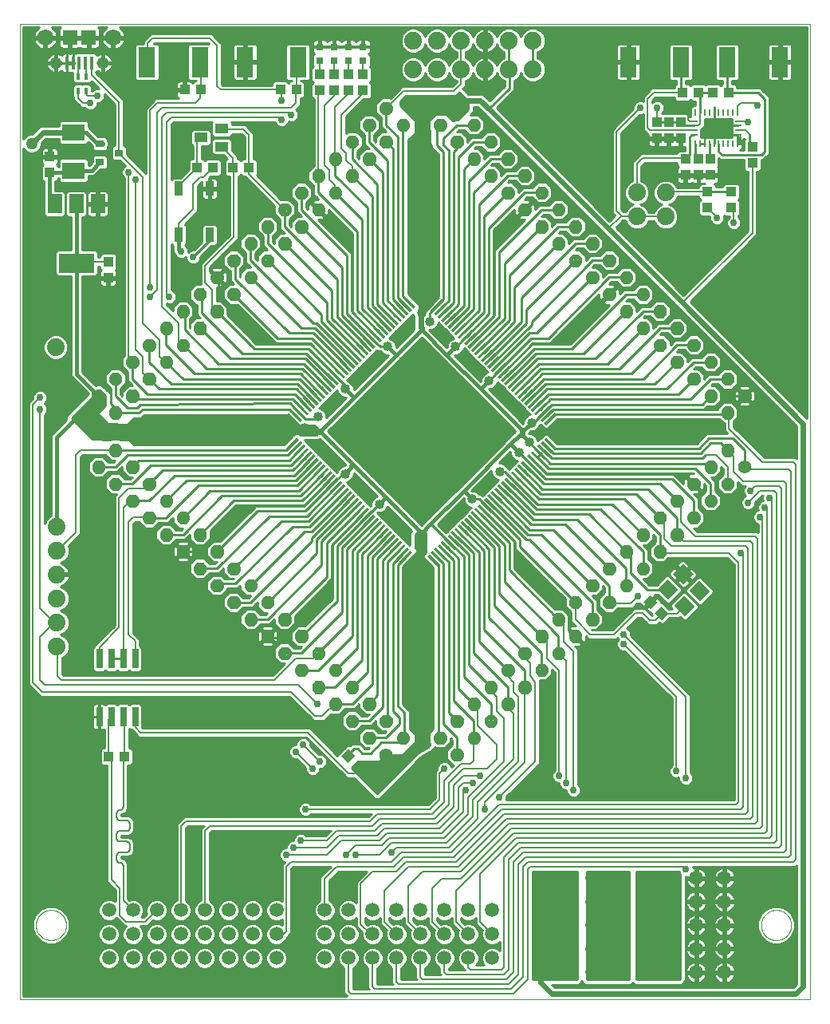
<source format=gtl>
G75*
%MOIN*%
%OFA0B0*%
%FSLAX25Y25*%
%IPPOS*%
%LPD*%
%AMOC8*
5,1,8,0,0,1.08239X$1,22.5*
%
%ADD10C,0.00000*%
%ADD11R,0.01181X0.06299*%
%ADD12R,0.06299X0.01181*%
%ADD13R,0.03937X0.04331*%
%ADD14R,0.06299X0.05906*%
%ADD15R,0.04331X0.03937*%
%ADD16C,0.05600*%
%ADD17C,0.01120*%
%ADD18R,0.03500X0.03100*%
%ADD19R,0.05906X0.06102*%
%ADD20R,0.01575X0.05315*%
%ADD21C,0.05150*%
%ADD22C,0.06791*%
%ADD23R,0.01772X0.02756*%
%ADD24C,0.05937*%
%ADD25R,0.05900X0.07900*%
%ADD26R,0.15000X0.07900*%
%ADD27R,0.09449X0.07087*%
%ADD28R,0.02600X0.08000*%
%ADD29R,0.00984X0.02657*%
%ADD30R,0.02657X0.00984*%
%ADD31R,0.07087X0.12598*%
%ADD32R,0.03543X0.05906*%
%ADD33R,0.05512X0.03937*%
%ADD34R,0.03150X0.03150*%
%ADD35C,0.07400*%
%ADD36C,0.01000*%
%ADD37C,0.04000*%
%ADD38C,0.03000*%
%ADD39C,0.01600*%
%ADD40C,0.00800*%
%ADD41C,0.02400*%
%ADD42C,0.05000*%
%ADD43C,0.00700*%
D10*
X0050244Y0016748D02*
X0050244Y0424248D01*
X0380744Y0424248D01*
X0380744Y0016748D01*
X0050244Y0016748D01*
X0057016Y0047850D02*
X0057018Y0048008D01*
X0057024Y0048166D01*
X0057034Y0048324D01*
X0057048Y0048482D01*
X0057066Y0048639D01*
X0057087Y0048796D01*
X0057113Y0048952D01*
X0057143Y0049108D01*
X0057176Y0049263D01*
X0057214Y0049416D01*
X0057255Y0049569D01*
X0057300Y0049721D01*
X0057349Y0049872D01*
X0057402Y0050021D01*
X0057458Y0050169D01*
X0057518Y0050315D01*
X0057582Y0050460D01*
X0057650Y0050603D01*
X0057721Y0050745D01*
X0057795Y0050885D01*
X0057873Y0051022D01*
X0057955Y0051158D01*
X0058039Y0051292D01*
X0058128Y0051423D01*
X0058219Y0051552D01*
X0058314Y0051679D01*
X0058411Y0051804D01*
X0058512Y0051926D01*
X0058616Y0052045D01*
X0058723Y0052162D01*
X0058833Y0052276D01*
X0058946Y0052387D01*
X0059061Y0052496D01*
X0059179Y0052601D01*
X0059300Y0052703D01*
X0059423Y0052803D01*
X0059549Y0052899D01*
X0059677Y0052992D01*
X0059807Y0053082D01*
X0059940Y0053168D01*
X0060075Y0053252D01*
X0060211Y0053331D01*
X0060350Y0053408D01*
X0060491Y0053480D01*
X0060633Y0053550D01*
X0060777Y0053615D01*
X0060923Y0053677D01*
X0061070Y0053735D01*
X0061219Y0053790D01*
X0061369Y0053841D01*
X0061520Y0053888D01*
X0061672Y0053931D01*
X0061825Y0053970D01*
X0061980Y0054006D01*
X0062135Y0054037D01*
X0062291Y0054065D01*
X0062447Y0054089D01*
X0062604Y0054109D01*
X0062762Y0054125D01*
X0062919Y0054137D01*
X0063078Y0054145D01*
X0063236Y0054149D01*
X0063394Y0054149D01*
X0063552Y0054145D01*
X0063711Y0054137D01*
X0063868Y0054125D01*
X0064026Y0054109D01*
X0064183Y0054089D01*
X0064339Y0054065D01*
X0064495Y0054037D01*
X0064650Y0054006D01*
X0064805Y0053970D01*
X0064958Y0053931D01*
X0065110Y0053888D01*
X0065261Y0053841D01*
X0065411Y0053790D01*
X0065560Y0053735D01*
X0065707Y0053677D01*
X0065853Y0053615D01*
X0065997Y0053550D01*
X0066139Y0053480D01*
X0066280Y0053408D01*
X0066419Y0053331D01*
X0066555Y0053252D01*
X0066690Y0053168D01*
X0066823Y0053082D01*
X0066953Y0052992D01*
X0067081Y0052899D01*
X0067207Y0052803D01*
X0067330Y0052703D01*
X0067451Y0052601D01*
X0067569Y0052496D01*
X0067684Y0052387D01*
X0067797Y0052276D01*
X0067907Y0052162D01*
X0068014Y0052045D01*
X0068118Y0051926D01*
X0068219Y0051804D01*
X0068316Y0051679D01*
X0068411Y0051552D01*
X0068502Y0051423D01*
X0068591Y0051292D01*
X0068675Y0051158D01*
X0068757Y0051022D01*
X0068835Y0050885D01*
X0068909Y0050745D01*
X0068980Y0050603D01*
X0069048Y0050460D01*
X0069112Y0050315D01*
X0069172Y0050169D01*
X0069228Y0050021D01*
X0069281Y0049872D01*
X0069330Y0049721D01*
X0069375Y0049569D01*
X0069416Y0049416D01*
X0069454Y0049263D01*
X0069487Y0049108D01*
X0069517Y0048952D01*
X0069543Y0048796D01*
X0069564Y0048639D01*
X0069582Y0048482D01*
X0069596Y0048324D01*
X0069606Y0048166D01*
X0069612Y0048008D01*
X0069614Y0047850D01*
X0069612Y0047692D01*
X0069606Y0047534D01*
X0069596Y0047376D01*
X0069582Y0047218D01*
X0069564Y0047061D01*
X0069543Y0046904D01*
X0069517Y0046748D01*
X0069487Y0046592D01*
X0069454Y0046437D01*
X0069416Y0046284D01*
X0069375Y0046131D01*
X0069330Y0045979D01*
X0069281Y0045828D01*
X0069228Y0045679D01*
X0069172Y0045531D01*
X0069112Y0045385D01*
X0069048Y0045240D01*
X0068980Y0045097D01*
X0068909Y0044955D01*
X0068835Y0044815D01*
X0068757Y0044678D01*
X0068675Y0044542D01*
X0068591Y0044408D01*
X0068502Y0044277D01*
X0068411Y0044148D01*
X0068316Y0044021D01*
X0068219Y0043896D01*
X0068118Y0043774D01*
X0068014Y0043655D01*
X0067907Y0043538D01*
X0067797Y0043424D01*
X0067684Y0043313D01*
X0067569Y0043204D01*
X0067451Y0043099D01*
X0067330Y0042997D01*
X0067207Y0042897D01*
X0067081Y0042801D01*
X0066953Y0042708D01*
X0066823Y0042618D01*
X0066690Y0042532D01*
X0066555Y0042448D01*
X0066419Y0042369D01*
X0066280Y0042292D01*
X0066139Y0042220D01*
X0065997Y0042150D01*
X0065853Y0042085D01*
X0065707Y0042023D01*
X0065560Y0041965D01*
X0065411Y0041910D01*
X0065261Y0041859D01*
X0065110Y0041812D01*
X0064958Y0041769D01*
X0064805Y0041730D01*
X0064650Y0041694D01*
X0064495Y0041663D01*
X0064339Y0041635D01*
X0064183Y0041611D01*
X0064026Y0041591D01*
X0063868Y0041575D01*
X0063711Y0041563D01*
X0063552Y0041555D01*
X0063394Y0041551D01*
X0063236Y0041551D01*
X0063078Y0041555D01*
X0062919Y0041563D01*
X0062762Y0041575D01*
X0062604Y0041591D01*
X0062447Y0041611D01*
X0062291Y0041635D01*
X0062135Y0041663D01*
X0061980Y0041694D01*
X0061825Y0041730D01*
X0061672Y0041769D01*
X0061520Y0041812D01*
X0061369Y0041859D01*
X0061219Y0041910D01*
X0061070Y0041965D01*
X0060923Y0042023D01*
X0060777Y0042085D01*
X0060633Y0042150D01*
X0060491Y0042220D01*
X0060350Y0042292D01*
X0060211Y0042369D01*
X0060075Y0042448D01*
X0059940Y0042532D01*
X0059807Y0042618D01*
X0059677Y0042708D01*
X0059549Y0042801D01*
X0059423Y0042897D01*
X0059300Y0042997D01*
X0059179Y0043099D01*
X0059061Y0043204D01*
X0058946Y0043313D01*
X0058833Y0043424D01*
X0058723Y0043538D01*
X0058616Y0043655D01*
X0058512Y0043774D01*
X0058411Y0043896D01*
X0058314Y0044021D01*
X0058219Y0044148D01*
X0058128Y0044277D01*
X0058039Y0044408D01*
X0057955Y0044542D01*
X0057873Y0044678D01*
X0057795Y0044815D01*
X0057721Y0044955D01*
X0057650Y0045097D01*
X0057582Y0045240D01*
X0057518Y0045385D01*
X0057458Y0045531D01*
X0057402Y0045679D01*
X0057349Y0045828D01*
X0057300Y0045979D01*
X0057255Y0046131D01*
X0057214Y0046284D01*
X0057176Y0046437D01*
X0057143Y0046592D01*
X0057113Y0046748D01*
X0057087Y0046904D01*
X0057066Y0047061D01*
X0057048Y0047218D01*
X0057034Y0047376D01*
X0057024Y0047534D01*
X0057018Y0047692D01*
X0057016Y0047850D01*
X0360166Y0047850D02*
X0360168Y0048008D01*
X0360174Y0048166D01*
X0360184Y0048324D01*
X0360198Y0048482D01*
X0360216Y0048639D01*
X0360237Y0048796D01*
X0360263Y0048952D01*
X0360293Y0049108D01*
X0360326Y0049263D01*
X0360364Y0049416D01*
X0360405Y0049569D01*
X0360450Y0049721D01*
X0360499Y0049872D01*
X0360552Y0050021D01*
X0360608Y0050169D01*
X0360668Y0050315D01*
X0360732Y0050460D01*
X0360800Y0050603D01*
X0360871Y0050745D01*
X0360945Y0050885D01*
X0361023Y0051022D01*
X0361105Y0051158D01*
X0361189Y0051292D01*
X0361278Y0051423D01*
X0361369Y0051552D01*
X0361464Y0051679D01*
X0361561Y0051804D01*
X0361662Y0051926D01*
X0361766Y0052045D01*
X0361873Y0052162D01*
X0361983Y0052276D01*
X0362096Y0052387D01*
X0362211Y0052496D01*
X0362329Y0052601D01*
X0362450Y0052703D01*
X0362573Y0052803D01*
X0362699Y0052899D01*
X0362827Y0052992D01*
X0362957Y0053082D01*
X0363090Y0053168D01*
X0363225Y0053252D01*
X0363361Y0053331D01*
X0363500Y0053408D01*
X0363641Y0053480D01*
X0363783Y0053550D01*
X0363927Y0053615D01*
X0364073Y0053677D01*
X0364220Y0053735D01*
X0364369Y0053790D01*
X0364519Y0053841D01*
X0364670Y0053888D01*
X0364822Y0053931D01*
X0364975Y0053970D01*
X0365130Y0054006D01*
X0365285Y0054037D01*
X0365441Y0054065D01*
X0365597Y0054089D01*
X0365754Y0054109D01*
X0365912Y0054125D01*
X0366069Y0054137D01*
X0366228Y0054145D01*
X0366386Y0054149D01*
X0366544Y0054149D01*
X0366702Y0054145D01*
X0366861Y0054137D01*
X0367018Y0054125D01*
X0367176Y0054109D01*
X0367333Y0054089D01*
X0367489Y0054065D01*
X0367645Y0054037D01*
X0367800Y0054006D01*
X0367955Y0053970D01*
X0368108Y0053931D01*
X0368260Y0053888D01*
X0368411Y0053841D01*
X0368561Y0053790D01*
X0368710Y0053735D01*
X0368857Y0053677D01*
X0369003Y0053615D01*
X0369147Y0053550D01*
X0369289Y0053480D01*
X0369430Y0053408D01*
X0369569Y0053331D01*
X0369705Y0053252D01*
X0369840Y0053168D01*
X0369973Y0053082D01*
X0370103Y0052992D01*
X0370231Y0052899D01*
X0370357Y0052803D01*
X0370480Y0052703D01*
X0370601Y0052601D01*
X0370719Y0052496D01*
X0370834Y0052387D01*
X0370947Y0052276D01*
X0371057Y0052162D01*
X0371164Y0052045D01*
X0371268Y0051926D01*
X0371369Y0051804D01*
X0371466Y0051679D01*
X0371561Y0051552D01*
X0371652Y0051423D01*
X0371741Y0051292D01*
X0371825Y0051158D01*
X0371907Y0051022D01*
X0371985Y0050885D01*
X0372059Y0050745D01*
X0372130Y0050603D01*
X0372198Y0050460D01*
X0372262Y0050315D01*
X0372322Y0050169D01*
X0372378Y0050021D01*
X0372431Y0049872D01*
X0372480Y0049721D01*
X0372525Y0049569D01*
X0372566Y0049416D01*
X0372604Y0049263D01*
X0372637Y0049108D01*
X0372667Y0048952D01*
X0372693Y0048796D01*
X0372714Y0048639D01*
X0372732Y0048482D01*
X0372746Y0048324D01*
X0372756Y0048166D01*
X0372762Y0048008D01*
X0372764Y0047850D01*
X0372762Y0047692D01*
X0372756Y0047534D01*
X0372746Y0047376D01*
X0372732Y0047218D01*
X0372714Y0047061D01*
X0372693Y0046904D01*
X0372667Y0046748D01*
X0372637Y0046592D01*
X0372604Y0046437D01*
X0372566Y0046284D01*
X0372525Y0046131D01*
X0372480Y0045979D01*
X0372431Y0045828D01*
X0372378Y0045679D01*
X0372322Y0045531D01*
X0372262Y0045385D01*
X0372198Y0045240D01*
X0372130Y0045097D01*
X0372059Y0044955D01*
X0371985Y0044815D01*
X0371907Y0044678D01*
X0371825Y0044542D01*
X0371741Y0044408D01*
X0371652Y0044277D01*
X0371561Y0044148D01*
X0371466Y0044021D01*
X0371369Y0043896D01*
X0371268Y0043774D01*
X0371164Y0043655D01*
X0371057Y0043538D01*
X0370947Y0043424D01*
X0370834Y0043313D01*
X0370719Y0043204D01*
X0370601Y0043099D01*
X0370480Y0042997D01*
X0370357Y0042897D01*
X0370231Y0042801D01*
X0370103Y0042708D01*
X0369973Y0042618D01*
X0369840Y0042532D01*
X0369705Y0042448D01*
X0369569Y0042369D01*
X0369430Y0042292D01*
X0369289Y0042220D01*
X0369147Y0042150D01*
X0369003Y0042085D01*
X0368857Y0042023D01*
X0368710Y0041965D01*
X0368561Y0041910D01*
X0368411Y0041859D01*
X0368260Y0041812D01*
X0368108Y0041769D01*
X0367955Y0041730D01*
X0367800Y0041694D01*
X0367645Y0041663D01*
X0367489Y0041635D01*
X0367333Y0041611D01*
X0367176Y0041591D01*
X0367018Y0041575D01*
X0366861Y0041563D01*
X0366702Y0041555D01*
X0366544Y0041551D01*
X0366386Y0041551D01*
X0366228Y0041555D01*
X0366069Y0041563D01*
X0365912Y0041575D01*
X0365754Y0041591D01*
X0365597Y0041611D01*
X0365441Y0041635D01*
X0365285Y0041663D01*
X0365130Y0041694D01*
X0364975Y0041730D01*
X0364822Y0041769D01*
X0364670Y0041812D01*
X0364519Y0041859D01*
X0364369Y0041910D01*
X0364220Y0041965D01*
X0364073Y0042023D01*
X0363927Y0042085D01*
X0363783Y0042150D01*
X0363641Y0042220D01*
X0363500Y0042292D01*
X0363361Y0042369D01*
X0363225Y0042448D01*
X0363090Y0042532D01*
X0362957Y0042618D01*
X0362827Y0042708D01*
X0362699Y0042801D01*
X0362573Y0042897D01*
X0362450Y0042997D01*
X0362329Y0043099D01*
X0362211Y0043204D01*
X0362096Y0043313D01*
X0361983Y0043424D01*
X0361873Y0043538D01*
X0361766Y0043655D01*
X0361662Y0043774D01*
X0361561Y0043896D01*
X0361464Y0044021D01*
X0361369Y0044148D01*
X0361278Y0044277D01*
X0361189Y0044408D01*
X0361105Y0044542D01*
X0361023Y0044678D01*
X0360945Y0044815D01*
X0360871Y0044955D01*
X0360800Y0045097D01*
X0360732Y0045240D01*
X0360668Y0045385D01*
X0360608Y0045531D01*
X0360552Y0045679D01*
X0360499Y0045828D01*
X0360450Y0045979D01*
X0360405Y0046131D01*
X0360364Y0046284D01*
X0360326Y0046437D01*
X0360293Y0046592D01*
X0360263Y0046748D01*
X0360237Y0046904D01*
X0360216Y0047061D01*
X0360198Y0047218D01*
X0360184Y0047376D01*
X0360174Y0047534D01*
X0360168Y0047692D01*
X0360166Y0047850D01*
D11*
G36*
X0228762Y0201170D02*
X0227928Y0200336D01*
X0223476Y0204788D01*
X0224310Y0205622D01*
X0228762Y0201170D01*
G37*
G36*
X0230154Y0202562D02*
X0229320Y0201728D01*
X0224868Y0206180D01*
X0225702Y0207014D01*
X0230154Y0202562D01*
G37*
G36*
X0231546Y0203954D02*
X0230712Y0203120D01*
X0226260Y0207572D01*
X0227094Y0208406D01*
X0231546Y0203954D01*
G37*
G36*
X0232938Y0205346D02*
X0232104Y0204512D01*
X0227652Y0208964D01*
X0228486Y0209798D01*
X0232938Y0205346D01*
G37*
G36*
X0234330Y0206738D02*
X0233496Y0205904D01*
X0229044Y0210356D01*
X0229878Y0211190D01*
X0234330Y0206738D01*
G37*
G36*
X0235722Y0208130D02*
X0234888Y0207296D01*
X0230436Y0211748D01*
X0231270Y0212582D01*
X0235722Y0208130D01*
G37*
G36*
X0237114Y0209521D02*
X0236280Y0208687D01*
X0231828Y0213139D01*
X0232662Y0213973D01*
X0237114Y0209521D01*
G37*
G36*
X0238506Y0210913D02*
X0237672Y0210079D01*
X0233220Y0214531D01*
X0234054Y0215365D01*
X0238506Y0210913D01*
G37*
G36*
X0239898Y0212305D02*
X0239064Y0211471D01*
X0234612Y0215923D01*
X0235446Y0216757D01*
X0239898Y0212305D01*
G37*
G36*
X0241290Y0213697D02*
X0240456Y0212863D01*
X0236004Y0217315D01*
X0236838Y0218149D01*
X0241290Y0213697D01*
G37*
G36*
X0242682Y0215089D02*
X0241848Y0214255D01*
X0237396Y0218707D01*
X0238230Y0219541D01*
X0242682Y0215089D01*
G37*
G36*
X0244074Y0216481D02*
X0243240Y0215647D01*
X0238788Y0220099D01*
X0239622Y0220933D01*
X0244074Y0216481D01*
G37*
G36*
X0245466Y0217873D02*
X0244632Y0217039D01*
X0240180Y0221491D01*
X0241014Y0222325D01*
X0245466Y0217873D01*
G37*
G36*
X0246858Y0219265D02*
X0246024Y0218431D01*
X0241572Y0222883D01*
X0242406Y0223717D01*
X0246858Y0219265D01*
G37*
G36*
X0248250Y0220657D02*
X0247416Y0219823D01*
X0242964Y0224275D01*
X0243798Y0225109D01*
X0248250Y0220657D01*
G37*
G36*
X0249641Y0222049D02*
X0248807Y0221215D01*
X0244355Y0225667D01*
X0245189Y0226501D01*
X0249641Y0222049D01*
G37*
G36*
X0251033Y0223441D02*
X0250199Y0222607D01*
X0245747Y0227059D01*
X0246581Y0227893D01*
X0251033Y0223441D01*
G37*
G36*
X0252425Y0224833D02*
X0251591Y0223999D01*
X0247139Y0228451D01*
X0247973Y0229285D01*
X0252425Y0224833D01*
G37*
G36*
X0253817Y0226225D02*
X0252983Y0225391D01*
X0248531Y0229843D01*
X0249365Y0230677D01*
X0253817Y0226225D01*
G37*
G36*
X0255209Y0227617D02*
X0254375Y0226783D01*
X0249923Y0231235D01*
X0250757Y0232069D01*
X0255209Y0227617D01*
G37*
G36*
X0256601Y0229009D02*
X0255767Y0228175D01*
X0251315Y0232627D01*
X0252149Y0233461D01*
X0256601Y0229009D01*
G37*
G36*
X0257993Y0230401D02*
X0257159Y0229567D01*
X0252707Y0234019D01*
X0253541Y0234853D01*
X0257993Y0230401D01*
G37*
G36*
X0259385Y0231793D02*
X0258551Y0230959D01*
X0254099Y0235411D01*
X0254933Y0236245D01*
X0259385Y0231793D01*
G37*
G36*
X0260777Y0233185D02*
X0259943Y0232351D01*
X0255491Y0236803D01*
X0256325Y0237637D01*
X0260777Y0233185D01*
G37*
G36*
X0262169Y0234576D02*
X0261335Y0233742D01*
X0256883Y0238194D01*
X0257717Y0239028D01*
X0262169Y0234576D01*
G37*
G36*
X0263561Y0235968D02*
X0262727Y0235134D01*
X0258275Y0239586D01*
X0259109Y0240420D01*
X0263561Y0235968D01*
G37*
G36*
X0264953Y0237360D02*
X0264119Y0236526D01*
X0259667Y0240978D01*
X0260501Y0241812D01*
X0264953Y0237360D01*
G37*
G36*
X0266345Y0238752D02*
X0265511Y0237918D01*
X0261059Y0242370D01*
X0261893Y0243204D01*
X0266345Y0238752D01*
G37*
G36*
X0267737Y0240144D02*
X0266903Y0239310D01*
X0262451Y0243762D01*
X0263285Y0244596D01*
X0267737Y0240144D01*
G37*
G36*
X0269129Y0241536D02*
X0268295Y0240702D01*
X0263843Y0245154D01*
X0264677Y0245988D01*
X0269129Y0241536D01*
G37*
G36*
X0270521Y0242928D02*
X0269687Y0242094D01*
X0265235Y0246546D01*
X0266069Y0247380D01*
X0270521Y0242928D01*
G37*
G36*
X0271913Y0244320D02*
X0271079Y0243486D01*
X0266627Y0247938D01*
X0267461Y0248772D01*
X0271913Y0244320D01*
G37*
G36*
X0273304Y0245712D02*
X0272470Y0244878D01*
X0268018Y0249330D01*
X0268852Y0250164D01*
X0273304Y0245712D01*
G37*
G36*
X0274696Y0247104D02*
X0273862Y0246270D01*
X0269410Y0250722D01*
X0270244Y0251556D01*
X0274696Y0247104D01*
G37*
G36*
X0227370Y0199778D02*
X0226536Y0198944D01*
X0222084Y0203396D01*
X0222918Y0204230D01*
X0227370Y0199778D01*
G37*
G36*
X0225978Y0198386D02*
X0225144Y0197552D01*
X0220692Y0202004D01*
X0221526Y0202838D01*
X0225978Y0198386D01*
G37*
G36*
X0171136Y0261580D02*
X0170302Y0260746D01*
X0165850Y0265198D01*
X0166684Y0266032D01*
X0171136Y0261580D01*
G37*
G36*
X0172528Y0262972D02*
X0171694Y0262138D01*
X0167242Y0266590D01*
X0168076Y0267424D01*
X0172528Y0262972D01*
G37*
G36*
X0173920Y0264364D02*
X0173086Y0263530D01*
X0168634Y0267982D01*
X0169468Y0268816D01*
X0173920Y0264364D01*
G37*
G36*
X0175312Y0265756D02*
X0174478Y0264922D01*
X0170026Y0269374D01*
X0170860Y0270208D01*
X0175312Y0265756D01*
G37*
G36*
X0176704Y0267148D02*
X0175870Y0266314D01*
X0171418Y0270766D01*
X0172252Y0271600D01*
X0176704Y0267148D01*
G37*
G36*
X0178096Y0268540D02*
X0177262Y0267706D01*
X0172810Y0272158D01*
X0173644Y0272992D01*
X0178096Y0268540D01*
G37*
G36*
X0179488Y0269932D02*
X0178654Y0269098D01*
X0174202Y0273550D01*
X0175036Y0274384D01*
X0179488Y0269932D01*
G37*
G36*
X0180880Y0271324D02*
X0180046Y0270490D01*
X0175594Y0274942D01*
X0176428Y0275776D01*
X0180880Y0271324D01*
G37*
G36*
X0182271Y0272716D02*
X0181437Y0271882D01*
X0176985Y0276334D01*
X0177819Y0277168D01*
X0182271Y0272716D01*
G37*
G36*
X0183663Y0274108D02*
X0182829Y0273274D01*
X0178377Y0277726D01*
X0179211Y0278560D01*
X0183663Y0274108D01*
G37*
G36*
X0185055Y0275500D02*
X0184221Y0274666D01*
X0179769Y0279118D01*
X0180603Y0279952D01*
X0185055Y0275500D01*
G37*
G36*
X0186447Y0276892D02*
X0185613Y0276058D01*
X0181161Y0280510D01*
X0181995Y0281344D01*
X0186447Y0276892D01*
G37*
G36*
X0187839Y0278283D02*
X0187005Y0277449D01*
X0182553Y0281901D01*
X0183387Y0282735D01*
X0187839Y0278283D01*
G37*
G36*
X0189231Y0279675D02*
X0188397Y0278841D01*
X0183945Y0283293D01*
X0184779Y0284127D01*
X0189231Y0279675D01*
G37*
G36*
X0190623Y0281067D02*
X0189789Y0280233D01*
X0185337Y0284685D01*
X0186171Y0285519D01*
X0190623Y0281067D01*
G37*
G36*
X0192015Y0282459D02*
X0191181Y0281625D01*
X0186729Y0286077D01*
X0187563Y0286911D01*
X0192015Y0282459D01*
G37*
G36*
X0193407Y0283851D02*
X0192573Y0283017D01*
X0188121Y0287469D01*
X0188955Y0288303D01*
X0193407Y0283851D01*
G37*
G36*
X0194799Y0285243D02*
X0193965Y0284409D01*
X0189513Y0288861D01*
X0190347Y0289695D01*
X0194799Y0285243D01*
G37*
G36*
X0196191Y0286635D02*
X0195357Y0285801D01*
X0190905Y0290253D01*
X0191739Y0291087D01*
X0196191Y0286635D01*
G37*
G36*
X0197583Y0288027D02*
X0196749Y0287193D01*
X0192297Y0291645D01*
X0193131Y0292479D01*
X0197583Y0288027D01*
G37*
G36*
X0198975Y0289419D02*
X0198141Y0288585D01*
X0193689Y0293037D01*
X0194523Y0293871D01*
X0198975Y0289419D01*
G37*
G36*
X0200367Y0290811D02*
X0199533Y0289977D01*
X0195081Y0294429D01*
X0195915Y0295263D01*
X0200367Y0290811D01*
G37*
G36*
X0201759Y0292203D02*
X0200925Y0291369D01*
X0196473Y0295821D01*
X0197307Y0296655D01*
X0201759Y0292203D01*
G37*
G36*
X0203151Y0293595D02*
X0202317Y0292761D01*
X0197865Y0297213D01*
X0198699Y0298047D01*
X0203151Y0293595D01*
G37*
G36*
X0204543Y0294987D02*
X0203709Y0294153D01*
X0199257Y0298605D01*
X0200091Y0299439D01*
X0204543Y0294987D01*
G37*
G36*
X0205934Y0296379D02*
X0205100Y0295545D01*
X0200648Y0299997D01*
X0201482Y0300831D01*
X0205934Y0296379D01*
G37*
G36*
X0207326Y0297771D02*
X0206492Y0296937D01*
X0202040Y0301389D01*
X0202874Y0302223D01*
X0207326Y0297771D01*
G37*
G36*
X0208718Y0299163D02*
X0207884Y0298329D01*
X0203432Y0302781D01*
X0204266Y0303615D01*
X0208718Y0299163D01*
G37*
G36*
X0210110Y0300555D02*
X0209276Y0299721D01*
X0204824Y0304173D01*
X0205658Y0305007D01*
X0210110Y0300555D01*
G37*
G36*
X0211502Y0301946D02*
X0210668Y0301112D01*
X0206216Y0305564D01*
X0207050Y0306398D01*
X0211502Y0301946D01*
G37*
G36*
X0212894Y0303338D02*
X0212060Y0302504D01*
X0207608Y0306956D01*
X0208442Y0307790D01*
X0212894Y0303338D01*
G37*
G36*
X0214286Y0304730D02*
X0213452Y0303896D01*
X0209000Y0308348D01*
X0209834Y0309182D01*
X0214286Y0304730D01*
G37*
G36*
X0215678Y0306122D02*
X0214844Y0305288D01*
X0210392Y0309740D01*
X0211226Y0310574D01*
X0215678Y0306122D01*
G37*
G36*
X0169744Y0260188D02*
X0168910Y0259354D01*
X0164458Y0263806D01*
X0165292Y0264640D01*
X0169744Y0260188D01*
G37*
G36*
X0168352Y0258796D02*
X0167518Y0257962D01*
X0163066Y0262414D01*
X0163900Y0263248D01*
X0168352Y0258796D01*
G37*
G36*
X0166960Y0257404D02*
X0166126Y0256570D01*
X0161674Y0261022D01*
X0162508Y0261856D01*
X0166960Y0257404D01*
G37*
D12*
G36*
X0166960Y0250722D02*
X0162508Y0246270D01*
X0161674Y0247104D01*
X0166126Y0251556D01*
X0166960Y0250722D01*
G37*
G36*
X0168352Y0249330D02*
X0163900Y0244878D01*
X0163066Y0245712D01*
X0167518Y0250164D01*
X0168352Y0249330D01*
G37*
G36*
X0169744Y0247938D02*
X0165292Y0243486D01*
X0164458Y0244320D01*
X0168910Y0248772D01*
X0169744Y0247938D01*
G37*
G36*
X0171136Y0246546D02*
X0166684Y0242094D01*
X0165850Y0242928D01*
X0170302Y0247380D01*
X0171136Y0246546D01*
G37*
G36*
X0172528Y0245154D02*
X0168076Y0240702D01*
X0167242Y0241536D01*
X0171694Y0245988D01*
X0172528Y0245154D01*
G37*
G36*
X0173920Y0243762D02*
X0169468Y0239310D01*
X0168634Y0240144D01*
X0173086Y0244596D01*
X0173920Y0243762D01*
G37*
G36*
X0175312Y0242370D02*
X0170860Y0237918D01*
X0170026Y0238752D01*
X0174478Y0243204D01*
X0175312Y0242370D01*
G37*
G36*
X0176704Y0240978D02*
X0172252Y0236526D01*
X0171418Y0237360D01*
X0175870Y0241812D01*
X0176704Y0240978D01*
G37*
G36*
X0178096Y0239586D02*
X0173644Y0235134D01*
X0172810Y0235968D01*
X0177262Y0240420D01*
X0178096Y0239586D01*
G37*
G36*
X0179488Y0238194D02*
X0175036Y0233742D01*
X0174202Y0234576D01*
X0178654Y0239028D01*
X0179488Y0238194D01*
G37*
G36*
X0180880Y0236803D02*
X0176428Y0232351D01*
X0175594Y0233185D01*
X0180046Y0237637D01*
X0180880Y0236803D01*
G37*
G36*
X0182271Y0235411D02*
X0177819Y0230959D01*
X0176985Y0231793D01*
X0181437Y0236245D01*
X0182271Y0235411D01*
G37*
G36*
X0183663Y0234019D02*
X0179211Y0229567D01*
X0178377Y0230401D01*
X0182829Y0234853D01*
X0183663Y0234019D01*
G37*
G36*
X0185055Y0232627D02*
X0180603Y0228175D01*
X0179769Y0229009D01*
X0184221Y0233461D01*
X0185055Y0232627D01*
G37*
G36*
X0186447Y0231235D02*
X0181995Y0226783D01*
X0181161Y0227617D01*
X0185613Y0232069D01*
X0186447Y0231235D01*
G37*
G36*
X0187839Y0229843D02*
X0183387Y0225391D01*
X0182553Y0226225D01*
X0187005Y0230677D01*
X0187839Y0229843D01*
G37*
G36*
X0189231Y0228451D02*
X0184779Y0223999D01*
X0183945Y0224833D01*
X0188397Y0229285D01*
X0189231Y0228451D01*
G37*
G36*
X0190623Y0227059D02*
X0186171Y0222607D01*
X0185337Y0223441D01*
X0189789Y0227893D01*
X0190623Y0227059D01*
G37*
G36*
X0192015Y0225667D02*
X0187563Y0221215D01*
X0186729Y0222049D01*
X0191181Y0226501D01*
X0192015Y0225667D01*
G37*
G36*
X0193407Y0224275D02*
X0188955Y0219823D01*
X0188121Y0220657D01*
X0192573Y0225109D01*
X0193407Y0224275D01*
G37*
G36*
X0194799Y0222883D02*
X0190347Y0218431D01*
X0189513Y0219265D01*
X0193965Y0223717D01*
X0194799Y0222883D01*
G37*
G36*
X0196191Y0221491D02*
X0191739Y0217039D01*
X0190905Y0217873D01*
X0195357Y0222325D01*
X0196191Y0221491D01*
G37*
G36*
X0197583Y0220099D02*
X0193131Y0215647D01*
X0192297Y0216481D01*
X0196749Y0220933D01*
X0197583Y0220099D01*
G37*
G36*
X0198975Y0218707D02*
X0194523Y0214255D01*
X0193689Y0215089D01*
X0198141Y0219541D01*
X0198975Y0218707D01*
G37*
G36*
X0200367Y0217315D02*
X0195915Y0212863D01*
X0195081Y0213697D01*
X0199533Y0218149D01*
X0200367Y0217315D01*
G37*
G36*
X0201759Y0215923D02*
X0197307Y0211471D01*
X0196473Y0212305D01*
X0200925Y0216757D01*
X0201759Y0215923D01*
G37*
G36*
X0203151Y0214531D02*
X0198699Y0210079D01*
X0197865Y0210913D01*
X0202317Y0215365D01*
X0203151Y0214531D01*
G37*
G36*
X0204543Y0213139D02*
X0200091Y0208687D01*
X0199257Y0209521D01*
X0203709Y0213973D01*
X0204543Y0213139D01*
G37*
G36*
X0205934Y0211748D02*
X0201482Y0207296D01*
X0200648Y0208130D01*
X0205100Y0212582D01*
X0205934Y0211748D01*
G37*
G36*
X0207326Y0210356D02*
X0202874Y0205904D01*
X0202040Y0206738D01*
X0206492Y0211190D01*
X0207326Y0210356D01*
G37*
G36*
X0208718Y0208964D02*
X0204266Y0204512D01*
X0203432Y0205346D01*
X0207884Y0209798D01*
X0208718Y0208964D01*
G37*
G36*
X0210110Y0207572D02*
X0205658Y0203120D01*
X0204824Y0203954D01*
X0209276Y0208406D01*
X0210110Y0207572D01*
G37*
G36*
X0211502Y0206180D02*
X0207050Y0201728D01*
X0206216Y0202562D01*
X0210668Y0207014D01*
X0211502Y0206180D01*
G37*
G36*
X0212894Y0204788D02*
X0208442Y0200336D01*
X0207608Y0201170D01*
X0212060Y0205622D01*
X0212894Y0204788D01*
G37*
G36*
X0214286Y0203396D02*
X0209834Y0198944D01*
X0209000Y0199778D01*
X0213452Y0204230D01*
X0214286Y0203396D01*
G37*
G36*
X0215678Y0202004D02*
X0211226Y0197552D01*
X0210392Y0198386D01*
X0214844Y0202838D01*
X0215678Y0202004D01*
G37*
G36*
X0273304Y0262414D02*
X0268852Y0257962D01*
X0268018Y0258796D01*
X0272470Y0263248D01*
X0273304Y0262414D01*
G37*
G36*
X0274696Y0261022D02*
X0270244Y0256570D01*
X0269410Y0257404D01*
X0273862Y0261856D01*
X0274696Y0261022D01*
G37*
G36*
X0271913Y0263806D02*
X0267461Y0259354D01*
X0266627Y0260188D01*
X0271079Y0264640D01*
X0271913Y0263806D01*
G37*
G36*
X0270521Y0265198D02*
X0266069Y0260746D01*
X0265235Y0261580D01*
X0269687Y0266032D01*
X0270521Y0265198D01*
G37*
G36*
X0269129Y0266590D02*
X0264677Y0262138D01*
X0263843Y0262972D01*
X0268295Y0267424D01*
X0269129Y0266590D01*
G37*
G36*
X0267737Y0267982D02*
X0263285Y0263530D01*
X0262451Y0264364D01*
X0266903Y0268816D01*
X0267737Y0267982D01*
G37*
G36*
X0266345Y0269374D02*
X0261893Y0264922D01*
X0261059Y0265756D01*
X0265511Y0270208D01*
X0266345Y0269374D01*
G37*
G36*
X0264953Y0270766D02*
X0260501Y0266314D01*
X0259667Y0267148D01*
X0264119Y0271600D01*
X0264953Y0270766D01*
G37*
G36*
X0263561Y0272158D02*
X0259109Y0267706D01*
X0258275Y0268540D01*
X0262727Y0272992D01*
X0263561Y0272158D01*
G37*
G36*
X0262169Y0273550D02*
X0257717Y0269098D01*
X0256883Y0269932D01*
X0261335Y0274384D01*
X0262169Y0273550D01*
G37*
G36*
X0260777Y0274942D02*
X0256325Y0270490D01*
X0255491Y0271324D01*
X0259943Y0275776D01*
X0260777Y0274942D01*
G37*
G36*
X0259385Y0276334D02*
X0254933Y0271882D01*
X0254099Y0272716D01*
X0258551Y0277168D01*
X0259385Y0276334D01*
G37*
G36*
X0257993Y0277726D02*
X0253541Y0273274D01*
X0252707Y0274108D01*
X0257159Y0278560D01*
X0257993Y0277726D01*
G37*
G36*
X0256601Y0279118D02*
X0252149Y0274666D01*
X0251315Y0275500D01*
X0255767Y0279952D01*
X0256601Y0279118D01*
G37*
G36*
X0255209Y0280510D02*
X0250757Y0276058D01*
X0249923Y0276892D01*
X0254375Y0281344D01*
X0255209Y0280510D01*
G37*
G36*
X0253817Y0281901D02*
X0249365Y0277449D01*
X0248531Y0278283D01*
X0252983Y0282735D01*
X0253817Y0281901D01*
G37*
G36*
X0252425Y0283293D02*
X0247973Y0278841D01*
X0247139Y0279675D01*
X0251591Y0284127D01*
X0252425Y0283293D01*
G37*
G36*
X0251033Y0284685D02*
X0246581Y0280233D01*
X0245747Y0281067D01*
X0250199Y0285519D01*
X0251033Y0284685D01*
G37*
G36*
X0249641Y0286077D02*
X0245189Y0281625D01*
X0244355Y0282459D01*
X0248807Y0286911D01*
X0249641Y0286077D01*
G37*
G36*
X0248250Y0287469D02*
X0243798Y0283017D01*
X0242964Y0283851D01*
X0247416Y0288303D01*
X0248250Y0287469D01*
G37*
G36*
X0246858Y0288861D02*
X0242406Y0284409D01*
X0241572Y0285243D01*
X0246024Y0289695D01*
X0246858Y0288861D01*
G37*
G36*
X0245466Y0290253D02*
X0241014Y0285801D01*
X0240180Y0286635D01*
X0244632Y0291087D01*
X0245466Y0290253D01*
G37*
G36*
X0244074Y0291645D02*
X0239622Y0287193D01*
X0238788Y0288027D01*
X0243240Y0292479D01*
X0244074Y0291645D01*
G37*
G36*
X0242682Y0293037D02*
X0238230Y0288585D01*
X0237396Y0289419D01*
X0241848Y0293871D01*
X0242682Y0293037D01*
G37*
G36*
X0241290Y0294429D02*
X0236838Y0289977D01*
X0236004Y0290811D01*
X0240456Y0295263D01*
X0241290Y0294429D01*
G37*
G36*
X0239898Y0295821D02*
X0235446Y0291369D01*
X0234612Y0292203D01*
X0239064Y0296655D01*
X0239898Y0295821D01*
G37*
G36*
X0238506Y0297213D02*
X0234054Y0292761D01*
X0233220Y0293595D01*
X0237672Y0298047D01*
X0238506Y0297213D01*
G37*
G36*
X0237114Y0298605D02*
X0232662Y0294153D01*
X0231828Y0294987D01*
X0236280Y0299439D01*
X0237114Y0298605D01*
G37*
G36*
X0235722Y0299997D02*
X0231270Y0295545D01*
X0230436Y0296379D01*
X0234888Y0300831D01*
X0235722Y0299997D01*
G37*
G36*
X0234330Y0301389D02*
X0229878Y0296937D01*
X0229044Y0297771D01*
X0233496Y0302223D01*
X0234330Y0301389D01*
G37*
G36*
X0232938Y0302781D02*
X0228486Y0298329D01*
X0227652Y0299163D01*
X0232104Y0303615D01*
X0232938Y0302781D01*
G37*
G36*
X0231546Y0304173D02*
X0227094Y0299721D01*
X0226260Y0300555D01*
X0230712Y0305007D01*
X0231546Y0304173D01*
G37*
G36*
X0230154Y0305564D02*
X0225702Y0301112D01*
X0224868Y0301946D01*
X0229320Y0306398D01*
X0230154Y0305564D01*
G37*
G36*
X0228762Y0306956D02*
X0224310Y0302504D01*
X0223476Y0303338D01*
X0227928Y0307790D01*
X0228762Y0306956D01*
G37*
G36*
X0227370Y0308348D02*
X0222918Y0303896D01*
X0222084Y0304730D01*
X0226536Y0309182D01*
X0227370Y0308348D01*
G37*
G36*
X0225978Y0309740D02*
X0221526Y0305288D01*
X0220692Y0306122D01*
X0225144Y0310574D01*
X0225978Y0309740D01*
G37*
D13*
X0165841Y0396748D03*
X0159148Y0396748D03*
X0146091Y0364248D03*
X0139398Y0364248D03*
X0131091Y0364248D03*
X0124398Y0364248D03*
X0125841Y0396748D03*
X0119148Y0396748D03*
X0062744Y0368844D03*
X0062744Y0362152D03*
X0087244Y0324844D03*
X0087244Y0318152D03*
X0087398Y0118248D03*
X0094091Y0118248D03*
G36*
X0187396Y0115622D02*
X0184613Y0118405D01*
X0187674Y0121466D01*
X0190457Y0118683D01*
X0187396Y0115622D01*
G37*
G36*
X0192128Y0110889D02*
X0189345Y0113672D01*
X0192406Y0116733D01*
X0195189Y0113950D01*
X0192128Y0110889D01*
G37*
X0338994Y0361152D03*
X0338994Y0367844D03*
X0326494Y0376452D03*
X0321494Y0376452D03*
X0321494Y0383144D03*
X0326494Y0383144D03*
X0316494Y0383144D03*
X0316494Y0376452D03*
X0327398Y0395498D03*
X0334091Y0395498D03*
X0339898Y0395498D03*
X0346591Y0395498D03*
D14*
G36*
X0327487Y0198767D02*
X0331939Y0194315D01*
X0327763Y0190139D01*
X0323311Y0194591D01*
X0327487Y0198767D01*
G37*
G36*
X0321360Y0183736D02*
X0316908Y0188188D01*
X0321084Y0192364D01*
X0325536Y0187912D01*
X0321360Y0183736D01*
G37*
G36*
X0328319Y0176777D02*
X0323867Y0181229D01*
X0328043Y0185405D01*
X0332495Y0180953D01*
X0328319Y0176777D01*
G37*
G36*
X0334446Y0191807D02*
X0338898Y0187355D01*
X0334722Y0183179D01*
X0330270Y0187631D01*
X0334446Y0191807D01*
G37*
D15*
G36*
X0318524Y0180953D02*
X0321585Y0177892D01*
X0318802Y0175109D01*
X0315741Y0178170D01*
X0318524Y0180953D01*
G37*
G36*
X0313791Y0185686D02*
X0316852Y0182625D01*
X0314069Y0179842D01*
X0311008Y0182903D01*
X0313791Y0185686D01*
G37*
X0337744Y0347402D03*
X0337744Y0354094D03*
X0333994Y0361152D03*
X0333994Y0367844D03*
X0328494Y0367844D03*
X0328494Y0361152D03*
X0347744Y0354094D03*
X0347744Y0347402D03*
X0356494Y0366152D03*
X0356494Y0372844D03*
X0193744Y0396402D03*
X0187744Y0396402D03*
X0181744Y0396402D03*
X0175744Y0396402D03*
X0175744Y0403094D03*
X0181744Y0403094D03*
X0187744Y0403094D03*
X0193744Y0403094D03*
D16*
X0233034Y0389121D03*
X0353243Y0239214D03*
X0203336Y0119006D03*
X0083128Y0268912D03*
D17*
X0091878Y0262209D02*
X0092438Y0262769D01*
X0092438Y0260913D01*
X0091127Y0259602D01*
X0089271Y0259602D01*
X0087960Y0260913D01*
X0087960Y0262769D01*
X0089271Y0264080D01*
X0091127Y0264080D01*
X0092438Y0262769D01*
X0091598Y0262421D01*
X0091598Y0261261D01*
X0090779Y0260442D01*
X0089619Y0260442D01*
X0088800Y0261261D01*
X0088800Y0262421D01*
X0089619Y0263240D01*
X0090779Y0263240D01*
X0091598Y0262421D01*
X0090758Y0262073D01*
X0090758Y0261609D01*
X0090431Y0261282D01*
X0089967Y0261282D01*
X0089640Y0261609D01*
X0089640Y0262073D01*
X0089967Y0262400D01*
X0090431Y0262400D01*
X0090758Y0262073D01*
X0098949Y0269280D02*
X0099509Y0269840D01*
X0099509Y0267984D01*
X0098198Y0266673D01*
X0096342Y0266673D01*
X0095031Y0267984D01*
X0095031Y0269840D01*
X0096342Y0271151D01*
X0098198Y0271151D01*
X0099509Y0269840D01*
X0098669Y0269492D01*
X0098669Y0268332D01*
X0097850Y0267513D01*
X0096690Y0267513D01*
X0095871Y0268332D01*
X0095871Y0269492D01*
X0096690Y0270311D01*
X0097850Y0270311D01*
X0098669Y0269492D01*
X0097829Y0269144D01*
X0097829Y0268680D01*
X0097502Y0268353D01*
X0097038Y0268353D01*
X0096711Y0268680D01*
X0096711Y0269144D01*
X0097038Y0269471D01*
X0097502Y0269471D01*
X0097829Y0269144D01*
X0106020Y0276351D02*
X0106580Y0276911D01*
X0106580Y0275055D01*
X0105269Y0273744D01*
X0103413Y0273744D01*
X0102102Y0275055D01*
X0102102Y0276911D01*
X0103413Y0278222D01*
X0105269Y0278222D01*
X0106580Y0276911D01*
X0105740Y0276563D01*
X0105740Y0275403D01*
X0104921Y0274584D01*
X0103761Y0274584D01*
X0102942Y0275403D01*
X0102942Y0276563D01*
X0103761Y0277382D01*
X0104921Y0277382D01*
X0105740Y0276563D01*
X0104900Y0276215D01*
X0104900Y0275751D01*
X0104573Y0275424D01*
X0104109Y0275424D01*
X0103782Y0275751D01*
X0103782Y0276215D01*
X0104109Y0276542D01*
X0104573Y0276542D01*
X0104900Y0276215D01*
X0113091Y0283423D02*
X0113651Y0283983D01*
X0113651Y0282127D01*
X0112340Y0280816D01*
X0110484Y0280816D01*
X0109173Y0282127D01*
X0109173Y0283983D01*
X0110484Y0285294D01*
X0112340Y0285294D01*
X0113651Y0283983D01*
X0112811Y0283635D01*
X0112811Y0282475D01*
X0111992Y0281656D01*
X0110832Y0281656D01*
X0110013Y0282475D01*
X0110013Y0283635D01*
X0110832Y0284454D01*
X0111992Y0284454D01*
X0112811Y0283635D01*
X0111971Y0283287D01*
X0111971Y0282823D01*
X0111644Y0282496D01*
X0111180Y0282496D01*
X0110853Y0282823D01*
X0110853Y0283287D01*
X0111180Y0283614D01*
X0111644Y0283614D01*
X0111971Y0283287D01*
X0120162Y0290494D02*
X0120722Y0291054D01*
X0120722Y0289198D01*
X0119411Y0287887D01*
X0117555Y0287887D01*
X0116244Y0289198D01*
X0116244Y0291054D01*
X0117555Y0292365D01*
X0119411Y0292365D01*
X0120722Y0291054D01*
X0119882Y0290706D01*
X0119882Y0289546D01*
X0119063Y0288727D01*
X0117903Y0288727D01*
X0117084Y0289546D01*
X0117084Y0290706D01*
X0117903Y0291525D01*
X0119063Y0291525D01*
X0119882Y0290706D01*
X0119042Y0290358D01*
X0119042Y0289894D01*
X0118715Y0289567D01*
X0118251Y0289567D01*
X0117924Y0289894D01*
X0117924Y0290358D01*
X0118251Y0290685D01*
X0118715Y0290685D01*
X0119042Y0290358D01*
X0127233Y0297565D02*
X0127793Y0298125D01*
X0127793Y0296269D01*
X0126482Y0294958D01*
X0124626Y0294958D01*
X0123315Y0296269D01*
X0123315Y0298125D01*
X0124626Y0299436D01*
X0126482Y0299436D01*
X0127793Y0298125D01*
X0126953Y0297777D01*
X0126953Y0296617D01*
X0126134Y0295798D01*
X0124974Y0295798D01*
X0124155Y0296617D01*
X0124155Y0297777D01*
X0124974Y0298596D01*
X0126134Y0298596D01*
X0126953Y0297777D01*
X0126113Y0297429D01*
X0126113Y0296965D01*
X0125786Y0296638D01*
X0125322Y0296638D01*
X0124995Y0296965D01*
X0124995Y0297429D01*
X0125322Y0297756D01*
X0125786Y0297756D01*
X0126113Y0297429D01*
X0134304Y0304636D02*
X0134864Y0305196D01*
X0134864Y0303340D01*
X0133553Y0302029D01*
X0131697Y0302029D01*
X0130386Y0303340D01*
X0130386Y0305196D01*
X0131697Y0306507D01*
X0133553Y0306507D01*
X0134864Y0305196D01*
X0134024Y0304848D01*
X0134024Y0303688D01*
X0133205Y0302869D01*
X0132045Y0302869D01*
X0131226Y0303688D01*
X0131226Y0304848D01*
X0132045Y0305667D01*
X0133205Y0305667D01*
X0134024Y0304848D01*
X0133184Y0304500D01*
X0133184Y0304036D01*
X0132857Y0303709D01*
X0132393Y0303709D01*
X0132066Y0304036D01*
X0132066Y0304500D01*
X0132393Y0304827D01*
X0132857Y0304827D01*
X0133184Y0304500D01*
X0141375Y0311707D02*
X0141935Y0312267D01*
X0141935Y0310411D01*
X0140624Y0309100D01*
X0138768Y0309100D01*
X0137457Y0310411D01*
X0137457Y0312267D01*
X0138768Y0313578D01*
X0140624Y0313578D01*
X0141935Y0312267D01*
X0141095Y0311919D01*
X0141095Y0310759D01*
X0140276Y0309940D01*
X0139116Y0309940D01*
X0138297Y0310759D01*
X0138297Y0311919D01*
X0139116Y0312738D01*
X0140276Y0312738D01*
X0141095Y0311919D01*
X0140255Y0311571D01*
X0140255Y0311107D01*
X0139928Y0310780D01*
X0139464Y0310780D01*
X0139137Y0311107D01*
X0139137Y0311571D01*
X0139464Y0311898D01*
X0139928Y0311898D01*
X0140255Y0311571D01*
X0148446Y0318778D02*
X0149006Y0319338D01*
X0149006Y0317482D01*
X0147695Y0316171D01*
X0145839Y0316171D01*
X0144528Y0317482D01*
X0144528Y0319338D01*
X0145839Y0320649D01*
X0147695Y0320649D01*
X0149006Y0319338D01*
X0148166Y0318990D01*
X0148166Y0317830D01*
X0147347Y0317011D01*
X0146187Y0317011D01*
X0145368Y0317830D01*
X0145368Y0318990D01*
X0146187Y0319809D01*
X0147347Y0319809D01*
X0148166Y0318990D01*
X0147326Y0318642D01*
X0147326Y0318178D01*
X0146999Y0317851D01*
X0146535Y0317851D01*
X0146208Y0318178D01*
X0146208Y0318642D01*
X0146535Y0318969D01*
X0146999Y0318969D01*
X0147326Y0318642D01*
X0155518Y0325849D02*
X0156078Y0326409D01*
X0156078Y0324553D01*
X0154767Y0323242D01*
X0152911Y0323242D01*
X0151600Y0324553D01*
X0151600Y0326409D01*
X0152911Y0327720D01*
X0154767Y0327720D01*
X0156078Y0326409D01*
X0155238Y0326061D01*
X0155238Y0324901D01*
X0154419Y0324082D01*
X0153259Y0324082D01*
X0152440Y0324901D01*
X0152440Y0326061D01*
X0153259Y0326880D01*
X0154419Y0326880D01*
X0155238Y0326061D01*
X0154398Y0325713D01*
X0154398Y0325249D01*
X0154071Y0324922D01*
X0153607Y0324922D01*
X0153280Y0325249D01*
X0153280Y0325713D01*
X0153607Y0326040D01*
X0154071Y0326040D01*
X0154398Y0325713D01*
X0162589Y0332920D02*
X0163149Y0333480D01*
X0163149Y0331624D01*
X0161838Y0330313D01*
X0159982Y0330313D01*
X0158671Y0331624D01*
X0158671Y0333480D01*
X0159982Y0334791D01*
X0161838Y0334791D01*
X0163149Y0333480D01*
X0162309Y0333132D01*
X0162309Y0331972D01*
X0161490Y0331153D01*
X0160330Y0331153D01*
X0159511Y0331972D01*
X0159511Y0333132D01*
X0160330Y0333951D01*
X0161490Y0333951D01*
X0162309Y0333132D01*
X0161469Y0332784D01*
X0161469Y0332320D01*
X0161142Y0331993D01*
X0160678Y0331993D01*
X0160351Y0332320D01*
X0160351Y0332784D01*
X0160678Y0333111D01*
X0161142Y0333111D01*
X0161469Y0332784D01*
X0169660Y0339991D02*
X0170220Y0340551D01*
X0170220Y0338695D01*
X0168909Y0337384D01*
X0167053Y0337384D01*
X0165742Y0338695D01*
X0165742Y0340551D01*
X0167053Y0341862D01*
X0168909Y0341862D01*
X0170220Y0340551D01*
X0169380Y0340203D01*
X0169380Y0339043D01*
X0168561Y0338224D01*
X0167401Y0338224D01*
X0166582Y0339043D01*
X0166582Y0340203D01*
X0167401Y0341022D01*
X0168561Y0341022D01*
X0169380Y0340203D01*
X0168540Y0339855D01*
X0168540Y0339391D01*
X0168213Y0339064D01*
X0167749Y0339064D01*
X0167422Y0339391D01*
X0167422Y0339855D01*
X0167749Y0340182D01*
X0168213Y0340182D01*
X0168540Y0339855D01*
X0176731Y0347062D02*
X0177291Y0347622D01*
X0177291Y0345766D01*
X0175980Y0344455D01*
X0174124Y0344455D01*
X0172813Y0345766D01*
X0172813Y0347622D01*
X0174124Y0348933D01*
X0175980Y0348933D01*
X0177291Y0347622D01*
X0176451Y0347274D01*
X0176451Y0346114D01*
X0175632Y0345295D01*
X0174472Y0345295D01*
X0173653Y0346114D01*
X0173653Y0347274D01*
X0174472Y0348093D01*
X0175632Y0348093D01*
X0176451Y0347274D01*
X0175611Y0346926D01*
X0175611Y0346462D01*
X0175284Y0346135D01*
X0174820Y0346135D01*
X0174493Y0346462D01*
X0174493Y0346926D01*
X0174820Y0347253D01*
X0175284Y0347253D01*
X0175611Y0346926D01*
X0183802Y0354133D02*
X0184362Y0354693D01*
X0184362Y0352837D01*
X0183051Y0351526D01*
X0181195Y0351526D01*
X0179884Y0352837D01*
X0179884Y0354693D01*
X0181195Y0356004D01*
X0183051Y0356004D01*
X0184362Y0354693D01*
X0183522Y0354345D01*
X0183522Y0353185D01*
X0182703Y0352366D01*
X0181543Y0352366D01*
X0180724Y0353185D01*
X0180724Y0354345D01*
X0181543Y0355164D01*
X0182703Y0355164D01*
X0183522Y0354345D01*
X0182682Y0353997D01*
X0182682Y0353533D01*
X0182355Y0353206D01*
X0181891Y0353206D01*
X0181564Y0353533D01*
X0181564Y0353997D01*
X0181891Y0354324D01*
X0182355Y0354324D01*
X0182682Y0353997D01*
X0190873Y0361204D02*
X0191433Y0361764D01*
X0191433Y0359908D01*
X0190122Y0358597D01*
X0188266Y0358597D01*
X0186955Y0359908D01*
X0186955Y0361764D01*
X0188266Y0363075D01*
X0190122Y0363075D01*
X0191433Y0361764D01*
X0190593Y0361416D01*
X0190593Y0360256D01*
X0189774Y0359437D01*
X0188614Y0359437D01*
X0187795Y0360256D01*
X0187795Y0361416D01*
X0188614Y0362235D01*
X0189774Y0362235D01*
X0190593Y0361416D01*
X0189753Y0361068D01*
X0189753Y0360604D01*
X0189426Y0360277D01*
X0188962Y0360277D01*
X0188635Y0360604D01*
X0188635Y0361068D01*
X0188962Y0361395D01*
X0189426Y0361395D01*
X0189753Y0361068D01*
X0197944Y0368275D02*
X0198504Y0368835D01*
X0198504Y0366979D01*
X0197193Y0365668D01*
X0195337Y0365668D01*
X0194026Y0366979D01*
X0194026Y0368835D01*
X0195337Y0370146D01*
X0197193Y0370146D01*
X0198504Y0368835D01*
X0197664Y0368487D01*
X0197664Y0367327D01*
X0196845Y0366508D01*
X0195685Y0366508D01*
X0194866Y0367327D01*
X0194866Y0368487D01*
X0195685Y0369306D01*
X0196845Y0369306D01*
X0197664Y0368487D01*
X0196824Y0368139D01*
X0196824Y0367675D01*
X0196497Y0367348D01*
X0196033Y0367348D01*
X0195706Y0367675D01*
X0195706Y0368139D01*
X0196033Y0368466D01*
X0196497Y0368466D01*
X0196824Y0368139D01*
X0205015Y0375346D02*
X0205575Y0375906D01*
X0205575Y0374050D01*
X0204264Y0372739D01*
X0202408Y0372739D01*
X0201097Y0374050D01*
X0201097Y0375906D01*
X0202408Y0377217D01*
X0204264Y0377217D01*
X0205575Y0375906D01*
X0204735Y0375558D01*
X0204735Y0374398D01*
X0203916Y0373579D01*
X0202756Y0373579D01*
X0201937Y0374398D01*
X0201937Y0375558D01*
X0202756Y0376377D01*
X0203916Y0376377D01*
X0204735Y0375558D01*
X0203895Y0375210D01*
X0203895Y0374746D01*
X0203568Y0374419D01*
X0203104Y0374419D01*
X0202777Y0374746D01*
X0202777Y0375210D01*
X0203104Y0375537D01*
X0203568Y0375537D01*
X0203895Y0375210D01*
X0212086Y0382417D02*
X0212646Y0382977D01*
X0212646Y0381121D01*
X0211335Y0379810D01*
X0209479Y0379810D01*
X0208168Y0381121D01*
X0208168Y0382977D01*
X0209479Y0384288D01*
X0211335Y0384288D01*
X0212646Y0382977D01*
X0211806Y0382629D01*
X0211806Y0381469D01*
X0210987Y0380650D01*
X0209827Y0380650D01*
X0209008Y0381469D01*
X0209008Y0382629D01*
X0209827Y0383448D01*
X0210987Y0383448D01*
X0211806Y0382629D01*
X0210966Y0382281D01*
X0210966Y0381817D01*
X0210639Y0381490D01*
X0210175Y0381490D01*
X0209848Y0381817D01*
X0209848Y0382281D01*
X0210175Y0382608D01*
X0210639Y0382608D01*
X0210966Y0382281D01*
X0205015Y0389489D02*
X0205575Y0390049D01*
X0205575Y0388193D01*
X0204264Y0386882D01*
X0202408Y0386882D01*
X0201097Y0388193D01*
X0201097Y0390049D01*
X0202408Y0391360D01*
X0204264Y0391360D01*
X0205575Y0390049D01*
X0204735Y0389701D01*
X0204735Y0388541D01*
X0203916Y0387722D01*
X0202756Y0387722D01*
X0201937Y0388541D01*
X0201937Y0389701D01*
X0202756Y0390520D01*
X0203916Y0390520D01*
X0204735Y0389701D01*
X0203895Y0389353D01*
X0203895Y0388889D01*
X0203568Y0388562D01*
X0203104Y0388562D01*
X0202777Y0388889D01*
X0202777Y0389353D01*
X0203104Y0389680D01*
X0203568Y0389680D01*
X0203895Y0389353D01*
X0197944Y0382417D02*
X0198504Y0382977D01*
X0198504Y0381121D01*
X0197193Y0379810D01*
X0195337Y0379810D01*
X0194026Y0381121D01*
X0194026Y0382977D01*
X0195337Y0384288D01*
X0197193Y0384288D01*
X0198504Y0382977D01*
X0197664Y0382629D01*
X0197664Y0381469D01*
X0196845Y0380650D01*
X0195685Y0380650D01*
X0194866Y0381469D01*
X0194866Y0382629D01*
X0195685Y0383448D01*
X0196845Y0383448D01*
X0197664Y0382629D01*
X0196824Y0382281D01*
X0196824Y0381817D01*
X0196497Y0381490D01*
X0196033Y0381490D01*
X0195706Y0381817D01*
X0195706Y0382281D01*
X0196033Y0382608D01*
X0196497Y0382608D01*
X0196824Y0382281D01*
X0190873Y0375346D02*
X0191433Y0375906D01*
X0191433Y0374050D01*
X0190122Y0372739D01*
X0188266Y0372739D01*
X0186955Y0374050D01*
X0186955Y0375906D01*
X0188266Y0377217D01*
X0190122Y0377217D01*
X0191433Y0375906D01*
X0190593Y0375558D01*
X0190593Y0374398D01*
X0189774Y0373579D01*
X0188614Y0373579D01*
X0187795Y0374398D01*
X0187795Y0375558D01*
X0188614Y0376377D01*
X0189774Y0376377D01*
X0190593Y0375558D01*
X0189753Y0375210D01*
X0189753Y0374746D01*
X0189426Y0374419D01*
X0188962Y0374419D01*
X0188635Y0374746D01*
X0188635Y0375210D01*
X0188962Y0375537D01*
X0189426Y0375537D01*
X0189753Y0375210D01*
X0183802Y0368275D02*
X0184362Y0368835D01*
X0184362Y0366979D01*
X0183051Y0365668D01*
X0181195Y0365668D01*
X0179884Y0366979D01*
X0179884Y0368835D01*
X0181195Y0370146D01*
X0183051Y0370146D01*
X0184362Y0368835D01*
X0183522Y0368487D01*
X0183522Y0367327D01*
X0182703Y0366508D01*
X0181543Y0366508D01*
X0180724Y0367327D01*
X0180724Y0368487D01*
X0181543Y0369306D01*
X0182703Y0369306D01*
X0183522Y0368487D01*
X0182682Y0368139D01*
X0182682Y0367675D01*
X0182355Y0367348D01*
X0181891Y0367348D01*
X0181564Y0367675D01*
X0181564Y0368139D01*
X0181891Y0368466D01*
X0182355Y0368466D01*
X0182682Y0368139D01*
X0176731Y0361204D02*
X0177291Y0361764D01*
X0177291Y0359908D01*
X0175980Y0358597D01*
X0174124Y0358597D01*
X0172813Y0359908D01*
X0172813Y0361764D01*
X0174124Y0363075D01*
X0175980Y0363075D01*
X0177291Y0361764D01*
X0176451Y0361416D01*
X0176451Y0360256D01*
X0175632Y0359437D01*
X0174472Y0359437D01*
X0173653Y0360256D01*
X0173653Y0361416D01*
X0174472Y0362235D01*
X0175632Y0362235D01*
X0176451Y0361416D01*
X0175611Y0361068D01*
X0175611Y0360604D01*
X0175284Y0360277D01*
X0174820Y0360277D01*
X0174493Y0360604D01*
X0174493Y0361068D01*
X0174820Y0361395D01*
X0175284Y0361395D01*
X0175611Y0361068D01*
X0169660Y0354133D02*
X0170220Y0354693D01*
X0170220Y0352837D01*
X0168909Y0351526D01*
X0167053Y0351526D01*
X0165742Y0352837D01*
X0165742Y0354693D01*
X0167053Y0356004D01*
X0168909Y0356004D01*
X0170220Y0354693D01*
X0169380Y0354345D01*
X0169380Y0353185D01*
X0168561Y0352366D01*
X0167401Y0352366D01*
X0166582Y0353185D01*
X0166582Y0354345D01*
X0167401Y0355164D01*
X0168561Y0355164D01*
X0169380Y0354345D01*
X0168540Y0353997D01*
X0168540Y0353533D01*
X0168213Y0353206D01*
X0167749Y0353206D01*
X0167422Y0353533D01*
X0167422Y0353997D01*
X0167749Y0354324D01*
X0168213Y0354324D01*
X0168540Y0353997D01*
X0162589Y0347062D02*
X0163149Y0347622D01*
X0163149Y0345766D01*
X0161838Y0344455D01*
X0159982Y0344455D01*
X0158671Y0345766D01*
X0158671Y0347622D01*
X0159982Y0348933D01*
X0161838Y0348933D01*
X0163149Y0347622D01*
X0162309Y0347274D01*
X0162309Y0346114D01*
X0161490Y0345295D01*
X0160330Y0345295D01*
X0159511Y0346114D01*
X0159511Y0347274D01*
X0160330Y0348093D01*
X0161490Y0348093D01*
X0162309Y0347274D01*
X0161469Y0346926D01*
X0161469Y0346462D01*
X0161142Y0346135D01*
X0160678Y0346135D01*
X0160351Y0346462D01*
X0160351Y0346926D01*
X0160678Y0347253D01*
X0161142Y0347253D01*
X0161469Y0346926D01*
X0155518Y0339991D02*
X0156078Y0340551D01*
X0156078Y0338695D01*
X0154767Y0337384D01*
X0152911Y0337384D01*
X0151600Y0338695D01*
X0151600Y0340551D01*
X0152911Y0341862D01*
X0154767Y0341862D01*
X0156078Y0340551D01*
X0155238Y0340203D01*
X0155238Y0339043D01*
X0154419Y0338224D01*
X0153259Y0338224D01*
X0152440Y0339043D01*
X0152440Y0340203D01*
X0153259Y0341022D01*
X0154419Y0341022D01*
X0155238Y0340203D01*
X0154398Y0339855D01*
X0154398Y0339391D01*
X0154071Y0339064D01*
X0153607Y0339064D01*
X0153280Y0339391D01*
X0153280Y0339855D01*
X0153607Y0340182D01*
X0154071Y0340182D01*
X0154398Y0339855D01*
X0148446Y0332920D02*
X0149006Y0333480D01*
X0149006Y0331624D01*
X0147695Y0330313D01*
X0145839Y0330313D01*
X0144528Y0331624D01*
X0144528Y0333480D01*
X0145839Y0334791D01*
X0147695Y0334791D01*
X0149006Y0333480D01*
X0148166Y0333132D01*
X0148166Y0331972D01*
X0147347Y0331153D01*
X0146187Y0331153D01*
X0145368Y0331972D01*
X0145368Y0333132D01*
X0146187Y0333951D01*
X0147347Y0333951D01*
X0148166Y0333132D01*
X0147326Y0332784D01*
X0147326Y0332320D01*
X0146999Y0331993D01*
X0146535Y0331993D01*
X0146208Y0332320D01*
X0146208Y0332784D01*
X0146535Y0333111D01*
X0146999Y0333111D01*
X0147326Y0332784D01*
X0141375Y0325849D02*
X0141935Y0326409D01*
X0141935Y0324553D01*
X0140624Y0323242D01*
X0138768Y0323242D01*
X0137457Y0324553D01*
X0137457Y0326409D01*
X0138768Y0327720D01*
X0140624Y0327720D01*
X0141935Y0326409D01*
X0141095Y0326061D01*
X0141095Y0324901D01*
X0140276Y0324082D01*
X0139116Y0324082D01*
X0138297Y0324901D01*
X0138297Y0326061D01*
X0139116Y0326880D01*
X0140276Y0326880D01*
X0141095Y0326061D01*
X0140255Y0325713D01*
X0140255Y0325249D01*
X0139928Y0324922D01*
X0139464Y0324922D01*
X0139137Y0325249D01*
X0139137Y0325713D01*
X0139464Y0326040D01*
X0139928Y0326040D01*
X0140255Y0325713D01*
X0134304Y0318778D02*
X0134864Y0319338D01*
X0134864Y0317482D01*
X0133553Y0316171D01*
X0131697Y0316171D01*
X0130386Y0317482D01*
X0130386Y0319338D01*
X0131697Y0320649D01*
X0133553Y0320649D01*
X0134864Y0319338D01*
X0134024Y0318990D01*
X0134024Y0317830D01*
X0133205Y0317011D01*
X0132045Y0317011D01*
X0131226Y0317830D01*
X0131226Y0318990D01*
X0132045Y0319809D01*
X0133205Y0319809D01*
X0134024Y0318990D01*
X0133184Y0318642D01*
X0133184Y0318178D01*
X0132857Y0317851D01*
X0132393Y0317851D01*
X0132066Y0318178D01*
X0132066Y0318642D01*
X0132393Y0318969D01*
X0132857Y0318969D01*
X0133184Y0318642D01*
X0127233Y0311707D02*
X0127793Y0312267D01*
X0127793Y0310411D01*
X0126482Y0309100D01*
X0124626Y0309100D01*
X0123315Y0310411D01*
X0123315Y0312267D01*
X0124626Y0313578D01*
X0126482Y0313578D01*
X0127793Y0312267D01*
X0126953Y0311919D01*
X0126953Y0310759D01*
X0126134Y0309940D01*
X0124974Y0309940D01*
X0124155Y0310759D01*
X0124155Y0311919D01*
X0124974Y0312738D01*
X0126134Y0312738D01*
X0126953Y0311919D01*
X0126113Y0311571D01*
X0126113Y0311107D01*
X0125786Y0310780D01*
X0125322Y0310780D01*
X0124995Y0311107D01*
X0124995Y0311571D01*
X0125322Y0311898D01*
X0125786Y0311898D01*
X0126113Y0311571D01*
X0120162Y0304636D02*
X0120722Y0305196D01*
X0120722Y0303340D01*
X0119411Y0302029D01*
X0117555Y0302029D01*
X0116244Y0303340D01*
X0116244Y0305196D01*
X0117555Y0306507D01*
X0119411Y0306507D01*
X0120722Y0305196D01*
X0119882Y0304848D01*
X0119882Y0303688D01*
X0119063Y0302869D01*
X0117903Y0302869D01*
X0117084Y0303688D01*
X0117084Y0304848D01*
X0117903Y0305667D01*
X0119063Y0305667D01*
X0119882Y0304848D01*
X0119042Y0304500D01*
X0119042Y0304036D01*
X0118715Y0303709D01*
X0118251Y0303709D01*
X0117924Y0304036D01*
X0117924Y0304500D01*
X0118251Y0304827D01*
X0118715Y0304827D01*
X0119042Y0304500D01*
X0113091Y0297565D02*
X0113651Y0298125D01*
X0113651Y0296269D01*
X0112340Y0294958D01*
X0110484Y0294958D01*
X0109173Y0296269D01*
X0109173Y0298125D01*
X0110484Y0299436D01*
X0112340Y0299436D01*
X0113651Y0298125D01*
X0112811Y0297777D01*
X0112811Y0296617D01*
X0111992Y0295798D01*
X0110832Y0295798D01*
X0110013Y0296617D01*
X0110013Y0297777D01*
X0110832Y0298596D01*
X0111992Y0298596D01*
X0112811Y0297777D01*
X0111971Y0297429D01*
X0111971Y0296965D01*
X0111644Y0296638D01*
X0111180Y0296638D01*
X0110853Y0296965D01*
X0110853Y0297429D01*
X0111180Y0297756D01*
X0111644Y0297756D01*
X0111971Y0297429D01*
X0106020Y0290494D02*
X0106580Y0291054D01*
X0106580Y0289198D01*
X0105269Y0287887D01*
X0103413Y0287887D01*
X0102102Y0289198D01*
X0102102Y0291054D01*
X0103413Y0292365D01*
X0105269Y0292365D01*
X0106580Y0291054D01*
X0105740Y0290706D01*
X0105740Y0289546D01*
X0104921Y0288727D01*
X0103761Y0288727D01*
X0102942Y0289546D01*
X0102942Y0290706D01*
X0103761Y0291525D01*
X0104921Y0291525D01*
X0105740Y0290706D01*
X0104900Y0290358D01*
X0104900Y0289894D01*
X0104573Y0289567D01*
X0104109Y0289567D01*
X0103782Y0289894D01*
X0103782Y0290358D01*
X0104109Y0290685D01*
X0104573Y0290685D01*
X0104900Y0290358D01*
X0098949Y0283423D02*
X0099509Y0283983D01*
X0099509Y0282127D01*
X0098198Y0280816D01*
X0096342Y0280816D01*
X0095031Y0282127D01*
X0095031Y0283983D01*
X0096342Y0285294D01*
X0098198Y0285294D01*
X0099509Y0283983D01*
X0098669Y0283635D01*
X0098669Y0282475D01*
X0097850Y0281656D01*
X0096690Y0281656D01*
X0095871Y0282475D01*
X0095871Y0283635D01*
X0096690Y0284454D01*
X0097850Y0284454D01*
X0098669Y0283635D01*
X0097829Y0283287D01*
X0097829Y0282823D01*
X0097502Y0282496D01*
X0097038Y0282496D01*
X0096711Y0282823D01*
X0096711Y0283287D01*
X0097038Y0283614D01*
X0097502Y0283614D01*
X0097829Y0283287D01*
X0091878Y0276351D02*
X0092438Y0276911D01*
X0092438Y0275055D01*
X0091127Y0273744D01*
X0089271Y0273744D01*
X0087960Y0275055D01*
X0087960Y0276911D01*
X0089271Y0278222D01*
X0091127Y0278222D01*
X0092438Y0276911D01*
X0091598Y0276563D01*
X0091598Y0275403D01*
X0090779Y0274584D01*
X0089619Y0274584D01*
X0088800Y0275403D01*
X0088800Y0276563D01*
X0089619Y0277382D01*
X0090779Y0277382D01*
X0091598Y0276563D01*
X0090758Y0276215D01*
X0090758Y0275751D01*
X0090431Y0275424D01*
X0089967Y0275424D01*
X0089640Y0275751D01*
X0089640Y0276215D01*
X0089967Y0276542D01*
X0090431Y0276542D01*
X0090758Y0276215D01*
X0089831Y0247964D02*
X0089271Y0248524D01*
X0091127Y0248524D01*
X0092438Y0247213D01*
X0092438Y0245357D01*
X0091127Y0244046D01*
X0089271Y0244046D01*
X0087960Y0245357D01*
X0087960Y0247213D01*
X0089271Y0248524D01*
X0089619Y0247684D01*
X0090779Y0247684D01*
X0091598Y0246865D01*
X0091598Y0245705D01*
X0090779Y0244886D01*
X0089619Y0244886D01*
X0088800Y0245705D01*
X0088800Y0246865D01*
X0089619Y0247684D01*
X0089967Y0246844D01*
X0090431Y0246844D01*
X0090758Y0246517D01*
X0090758Y0246053D01*
X0090431Y0245726D01*
X0089967Y0245726D01*
X0089640Y0246053D01*
X0089640Y0246517D01*
X0089967Y0246844D01*
X0082760Y0240893D02*
X0082200Y0241453D01*
X0084056Y0241453D01*
X0085367Y0240142D01*
X0085367Y0238286D01*
X0084056Y0236975D01*
X0082200Y0236975D01*
X0080889Y0238286D01*
X0080889Y0240142D01*
X0082200Y0241453D01*
X0082548Y0240613D01*
X0083708Y0240613D01*
X0084527Y0239794D01*
X0084527Y0238634D01*
X0083708Y0237815D01*
X0082548Y0237815D01*
X0081729Y0238634D01*
X0081729Y0239794D01*
X0082548Y0240613D01*
X0082896Y0239773D01*
X0083360Y0239773D01*
X0083687Y0239446D01*
X0083687Y0238982D01*
X0083360Y0238655D01*
X0082896Y0238655D01*
X0082569Y0238982D01*
X0082569Y0239446D01*
X0082896Y0239773D01*
X0089831Y0233822D02*
X0089271Y0234382D01*
X0091127Y0234382D01*
X0092438Y0233071D01*
X0092438Y0231215D01*
X0091127Y0229904D01*
X0089271Y0229904D01*
X0087960Y0231215D01*
X0087960Y0233071D01*
X0089271Y0234382D01*
X0089619Y0233542D01*
X0090779Y0233542D01*
X0091598Y0232723D01*
X0091598Y0231563D01*
X0090779Y0230744D01*
X0089619Y0230744D01*
X0088800Y0231563D01*
X0088800Y0232723D01*
X0089619Y0233542D01*
X0089967Y0232702D01*
X0090431Y0232702D01*
X0090758Y0232375D01*
X0090758Y0231911D01*
X0090431Y0231584D01*
X0089967Y0231584D01*
X0089640Y0231911D01*
X0089640Y0232375D01*
X0089967Y0232702D01*
X0096902Y0240893D02*
X0096342Y0241453D01*
X0098198Y0241453D01*
X0099509Y0240142D01*
X0099509Y0238286D01*
X0098198Y0236975D01*
X0096342Y0236975D01*
X0095031Y0238286D01*
X0095031Y0240142D01*
X0096342Y0241453D01*
X0096690Y0240613D01*
X0097850Y0240613D01*
X0098669Y0239794D01*
X0098669Y0238634D01*
X0097850Y0237815D01*
X0096690Y0237815D01*
X0095871Y0238634D01*
X0095871Y0239794D01*
X0096690Y0240613D01*
X0097038Y0239773D01*
X0097502Y0239773D01*
X0097829Y0239446D01*
X0097829Y0238982D01*
X0097502Y0238655D01*
X0097038Y0238655D01*
X0096711Y0238982D01*
X0096711Y0239446D01*
X0097038Y0239773D01*
X0103973Y0233822D02*
X0103413Y0234382D01*
X0105269Y0234382D01*
X0106580Y0233071D01*
X0106580Y0231215D01*
X0105269Y0229904D01*
X0103413Y0229904D01*
X0102102Y0231215D01*
X0102102Y0233071D01*
X0103413Y0234382D01*
X0103761Y0233542D01*
X0104921Y0233542D01*
X0105740Y0232723D01*
X0105740Y0231563D01*
X0104921Y0230744D01*
X0103761Y0230744D01*
X0102942Y0231563D01*
X0102942Y0232723D01*
X0103761Y0233542D01*
X0104109Y0232702D01*
X0104573Y0232702D01*
X0104900Y0232375D01*
X0104900Y0231911D01*
X0104573Y0231584D01*
X0104109Y0231584D01*
X0103782Y0231911D01*
X0103782Y0232375D01*
X0104109Y0232702D01*
X0096902Y0226751D02*
X0096342Y0227311D01*
X0098198Y0227311D01*
X0099509Y0226000D01*
X0099509Y0224144D01*
X0098198Y0222833D01*
X0096342Y0222833D01*
X0095031Y0224144D01*
X0095031Y0226000D01*
X0096342Y0227311D01*
X0096690Y0226471D01*
X0097850Y0226471D01*
X0098669Y0225652D01*
X0098669Y0224492D01*
X0097850Y0223673D01*
X0096690Y0223673D01*
X0095871Y0224492D01*
X0095871Y0225652D01*
X0096690Y0226471D01*
X0097038Y0225631D01*
X0097502Y0225631D01*
X0097829Y0225304D01*
X0097829Y0224840D01*
X0097502Y0224513D01*
X0097038Y0224513D01*
X0096711Y0224840D01*
X0096711Y0225304D01*
X0097038Y0225631D01*
X0103973Y0219680D02*
X0103413Y0220240D01*
X0105269Y0220240D01*
X0106580Y0218929D01*
X0106580Y0217073D01*
X0105269Y0215762D01*
X0103413Y0215762D01*
X0102102Y0217073D01*
X0102102Y0218929D01*
X0103413Y0220240D01*
X0103761Y0219400D01*
X0104921Y0219400D01*
X0105740Y0218581D01*
X0105740Y0217421D01*
X0104921Y0216602D01*
X0103761Y0216602D01*
X0102942Y0217421D01*
X0102942Y0218581D01*
X0103761Y0219400D01*
X0104109Y0218560D01*
X0104573Y0218560D01*
X0104900Y0218233D01*
X0104900Y0217769D01*
X0104573Y0217442D01*
X0104109Y0217442D01*
X0103782Y0217769D01*
X0103782Y0218233D01*
X0104109Y0218560D01*
X0111044Y0226751D02*
X0110484Y0227311D01*
X0112340Y0227311D01*
X0113651Y0226000D01*
X0113651Y0224144D01*
X0112340Y0222833D01*
X0110484Y0222833D01*
X0109173Y0224144D01*
X0109173Y0226000D01*
X0110484Y0227311D01*
X0110832Y0226471D01*
X0111992Y0226471D01*
X0112811Y0225652D01*
X0112811Y0224492D01*
X0111992Y0223673D01*
X0110832Y0223673D01*
X0110013Y0224492D01*
X0110013Y0225652D01*
X0110832Y0226471D01*
X0111180Y0225631D01*
X0111644Y0225631D01*
X0111971Y0225304D01*
X0111971Y0224840D01*
X0111644Y0224513D01*
X0111180Y0224513D01*
X0110853Y0224840D01*
X0110853Y0225304D01*
X0111180Y0225631D01*
X0118115Y0219680D02*
X0117555Y0220240D01*
X0119411Y0220240D01*
X0120722Y0218929D01*
X0120722Y0217073D01*
X0119411Y0215762D01*
X0117555Y0215762D01*
X0116244Y0217073D01*
X0116244Y0218929D01*
X0117555Y0220240D01*
X0117903Y0219400D01*
X0119063Y0219400D01*
X0119882Y0218581D01*
X0119882Y0217421D01*
X0119063Y0216602D01*
X0117903Y0216602D01*
X0117084Y0217421D01*
X0117084Y0218581D01*
X0117903Y0219400D01*
X0118251Y0218560D01*
X0118715Y0218560D01*
X0119042Y0218233D01*
X0119042Y0217769D01*
X0118715Y0217442D01*
X0118251Y0217442D01*
X0117924Y0217769D01*
X0117924Y0218233D01*
X0118251Y0218560D01*
X0111044Y0212609D02*
X0110484Y0213169D01*
X0112340Y0213169D01*
X0113651Y0211858D01*
X0113651Y0210002D01*
X0112340Y0208691D01*
X0110484Y0208691D01*
X0109173Y0210002D01*
X0109173Y0211858D01*
X0110484Y0213169D01*
X0110832Y0212329D01*
X0111992Y0212329D01*
X0112811Y0211510D01*
X0112811Y0210350D01*
X0111992Y0209531D01*
X0110832Y0209531D01*
X0110013Y0210350D01*
X0110013Y0211510D01*
X0110832Y0212329D01*
X0111180Y0211489D01*
X0111644Y0211489D01*
X0111971Y0211162D01*
X0111971Y0210698D01*
X0111644Y0210371D01*
X0111180Y0210371D01*
X0110853Y0210698D01*
X0110853Y0211162D01*
X0111180Y0211489D01*
X0118115Y0205538D02*
X0117555Y0206098D01*
X0119411Y0206098D01*
X0120722Y0204787D01*
X0120722Y0202931D01*
X0119411Y0201620D01*
X0117555Y0201620D01*
X0116244Y0202931D01*
X0116244Y0204787D01*
X0117555Y0206098D01*
X0117903Y0205258D01*
X0119063Y0205258D01*
X0119882Y0204439D01*
X0119882Y0203279D01*
X0119063Y0202460D01*
X0117903Y0202460D01*
X0117084Y0203279D01*
X0117084Y0204439D01*
X0117903Y0205258D01*
X0118251Y0204418D01*
X0118715Y0204418D01*
X0119042Y0204091D01*
X0119042Y0203627D01*
X0118715Y0203300D01*
X0118251Y0203300D01*
X0117924Y0203627D01*
X0117924Y0204091D01*
X0118251Y0204418D01*
X0125186Y0212609D02*
X0124626Y0213169D01*
X0126482Y0213169D01*
X0127793Y0211858D01*
X0127793Y0210002D01*
X0126482Y0208691D01*
X0124626Y0208691D01*
X0123315Y0210002D01*
X0123315Y0211858D01*
X0124626Y0213169D01*
X0124974Y0212329D01*
X0126134Y0212329D01*
X0126953Y0211510D01*
X0126953Y0210350D01*
X0126134Y0209531D01*
X0124974Y0209531D01*
X0124155Y0210350D01*
X0124155Y0211510D01*
X0124974Y0212329D01*
X0125322Y0211489D01*
X0125786Y0211489D01*
X0126113Y0211162D01*
X0126113Y0210698D01*
X0125786Y0210371D01*
X0125322Y0210371D01*
X0124995Y0210698D01*
X0124995Y0211162D01*
X0125322Y0211489D01*
X0132257Y0205538D02*
X0131697Y0206098D01*
X0133553Y0206098D01*
X0134864Y0204787D01*
X0134864Y0202931D01*
X0133553Y0201620D01*
X0131697Y0201620D01*
X0130386Y0202931D01*
X0130386Y0204787D01*
X0131697Y0206098D01*
X0132045Y0205258D01*
X0133205Y0205258D01*
X0134024Y0204439D01*
X0134024Y0203279D01*
X0133205Y0202460D01*
X0132045Y0202460D01*
X0131226Y0203279D01*
X0131226Y0204439D01*
X0132045Y0205258D01*
X0132393Y0204418D01*
X0132857Y0204418D01*
X0133184Y0204091D01*
X0133184Y0203627D01*
X0132857Y0203300D01*
X0132393Y0203300D01*
X0132066Y0203627D01*
X0132066Y0204091D01*
X0132393Y0204418D01*
X0125186Y0198466D02*
X0124626Y0199026D01*
X0126482Y0199026D01*
X0127793Y0197715D01*
X0127793Y0195859D01*
X0126482Y0194548D01*
X0124626Y0194548D01*
X0123315Y0195859D01*
X0123315Y0197715D01*
X0124626Y0199026D01*
X0124974Y0198186D01*
X0126134Y0198186D01*
X0126953Y0197367D01*
X0126953Y0196207D01*
X0126134Y0195388D01*
X0124974Y0195388D01*
X0124155Y0196207D01*
X0124155Y0197367D01*
X0124974Y0198186D01*
X0125322Y0197346D01*
X0125786Y0197346D01*
X0126113Y0197019D01*
X0126113Y0196555D01*
X0125786Y0196228D01*
X0125322Y0196228D01*
X0124995Y0196555D01*
X0124995Y0197019D01*
X0125322Y0197346D01*
X0132257Y0191395D02*
X0131697Y0191955D01*
X0133553Y0191955D01*
X0134864Y0190644D01*
X0134864Y0188788D01*
X0133553Y0187477D01*
X0131697Y0187477D01*
X0130386Y0188788D01*
X0130386Y0190644D01*
X0131697Y0191955D01*
X0132045Y0191115D01*
X0133205Y0191115D01*
X0134024Y0190296D01*
X0134024Y0189136D01*
X0133205Y0188317D01*
X0132045Y0188317D01*
X0131226Y0189136D01*
X0131226Y0190296D01*
X0132045Y0191115D01*
X0132393Y0190275D01*
X0132857Y0190275D01*
X0133184Y0189948D01*
X0133184Y0189484D01*
X0132857Y0189157D01*
X0132393Y0189157D01*
X0132066Y0189484D01*
X0132066Y0189948D01*
X0132393Y0190275D01*
X0139328Y0198466D02*
X0138768Y0199026D01*
X0140624Y0199026D01*
X0141935Y0197715D01*
X0141935Y0195859D01*
X0140624Y0194548D01*
X0138768Y0194548D01*
X0137457Y0195859D01*
X0137457Y0197715D01*
X0138768Y0199026D01*
X0139116Y0198186D01*
X0140276Y0198186D01*
X0141095Y0197367D01*
X0141095Y0196207D01*
X0140276Y0195388D01*
X0139116Y0195388D01*
X0138297Y0196207D01*
X0138297Y0197367D01*
X0139116Y0198186D01*
X0139464Y0197346D01*
X0139928Y0197346D01*
X0140255Y0197019D01*
X0140255Y0196555D01*
X0139928Y0196228D01*
X0139464Y0196228D01*
X0139137Y0196555D01*
X0139137Y0197019D01*
X0139464Y0197346D01*
X0146399Y0191395D02*
X0145839Y0191955D01*
X0147695Y0191955D01*
X0149006Y0190644D01*
X0149006Y0188788D01*
X0147695Y0187477D01*
X0145839Y0187477D01*
X0144528Y0188788D01*
X0144528Y0190644D01*
X0145839Y0191955D01*
X0146187Y0191115D01*
X0147347Y0191115D01*
X0148166Y0190296D01*
X0148166Y0189136D01*
X0147347Y0188317D01*
X0146187Y0188317D01*
X0145368Y0189136D01*
X0145368Y0190296D01*
X0146187Y0191115D01*
X0146535Y0190275D01*
X0146999Y0190275D01*
X0147326Y0189948D01*
X0147326Y0189484D01*
X0146999Y0189157D01*
X0146535Y0189157D01*
X0146208Y0189484D01*
X0146208Y0189948D01*
X0146535Y0190275D01*
X0139328Y0184324D02*
X0138768Y0184884D01*
X0140624Y0184884D01*
X0141935Y0183573D01*
X0141935Y0181717D01*
X0140624Y0180406D01*
X0138768Y0180406D01*
X0137457Y0181717D01*
X0137457Y0183573D01*
X0138768Y0184884D01*
X0139116Y0184044D01*
X0140276Y0184044D01*
X0141095Y0183225D01*
X0141095Y0182065D01*
X0140276Y0181246D01*
X0139116Y0181246D01*
X0138297Y0182065D01*
X0138297Y0183225D01*
X0139116Y0184044D01*
X0139464Y0183204D01*
X0139928Y0183204D01*
X0140255Y0182877D01*
X0140255Y0182413D01*
X0139928Y0182086D01*
X0139464Y0182086D01*
X0139137Y0182413D01*
X0139137Y0182877D01*
X0139464Y0183204D01*
X0146399Y0177253D02*
X0145839Y0177813D01*
X0147695Y0177813D01*
X0149006Y0176502D01*
X0149006Y0174646D01*
X0147695Y0173335D01*
X0145839Y0173335D01*
X0144528Y0174646D01*
X0144528Y0176502D01*
X0145839Y0177813D01*
X0146187Y0176973D01*
X0147347Y0176973D01*
X0148166Y0176154D01*
X0148166Y0174994D01*
X0147347Y0174175D01*
X0146187Y0174175D01*
X0145368Y0174994D01*
X0145368Y0176154D01*
X0146187Y0176973D01*
X0146535Y0176133D01*
X0146999Y0176133D01*
X0147326Y0175806D01*
X0147326Y0175342D01*
X0146999Y0175015D01*
X0146535Y0175015D01*
X0146208Y0175342D01*
X0146208Y0175806D01*
X0146535Y0176133D01*
X0153471Y0184324D02*
X0152911Y0184884D01*
X0154767Y0184884D01*
X0156078Y0183573D01*
X0156078Y0181717D01*
X0154767Y0180406D01*
X0152911Y0180406D01*
X0151600Y0181717D01*
X0151600Y0183573D01*
X0152911Y0184884D01*
X0153259Y0184044D01*
X0154419Y0184044D01*
X0155238Y0183225D01*
X0155238Y0182065D01*
X0154419Y0181246D01*
X0153259Y0181246D01*
X0152440Y0182065D01*
X0152440Y0183225D01*
X0153259Y0184044D01*
X0153607Y0183204D01*
X0154071Y0183204D01*
X0154398Y0182877D01*
X0154398Y0182413D01*
X0154071Y0182086D01*
X0153607Y0182086D01*
X0153280Y0182413D01*
X0153280Y0182877D01*
X0153607Y0183204D01*
X0160542Y0177253D02*
X0159982Y0177813D01*
X0161838Y0177813D01*
X0163149Y0176502D01*
X0163149Y0174646D01*
X0161838Y0173335D01*
X0159982Y0173335D01*
X0158671Y0174646D01*
X0158671Y0176502D01*
X0159982Y0177813D01*
X0160330Y0176973D01*
X0161490Y0176973D01*
X0162309Y0176154D01*
X0162309Y0174994D01*
X0161490Y0174175D01*
X0160330Y0174175D01*
X0159511Y0174994D01*
X0159511Y0176154D01*
X0160330Y0176973D01*
X0160678Y0176133D01*
X0161142Y0176133D01*
X0161469Y0175806D01*
X0161469Y0175342D01*
X0161142Y0175015D01*
X0160678Y0175015D01*
X0160351Y0175342D01*
X0160351Y0175806D01*
X0160678Y0176133D01*
X0153471Y0170182D02*
X0152911Y0170742D01*
X0154767Y0170742D01*
X0156078Y0169431D01*
X0156078Y0167575D01*
X0154767Y0166264D01*
X0152911Y0166264D01*
X0151600Y0167575D01*
X0151600Y0169431D01*
X0152911Y0170742D01*
X0153259Y0169902D01*
X0154419Y0169902D01*
X0155238Y0169083D01*
X0155238Y0167923D01*
X0154419Y0167104D01*
X0153259Y0167104D01*
X0152440Y0167923D01*
X0152440Y0169083D01*
X0153259Y0169902D01*
X0153607Y0169062D01*
X0154071Y0169062D01*
X0154398Y0168735D01*
X0154398Y0168271D01*
X0154071Y0167944D01*
X0153607Y0167944D01*
X0153280Y0168271D01*
X0153280Y0168735D01*
X0153607Y0169062D01*
X0160542Y0163111D02*
X0159982Y0163671D01*
X0161838Y0163671D01*
X0163149Y0162360D01*
X0163149Y0160504D01*
X0161838Y0159193D01*
X0159982Y0159193D01*
X0158671Y0160504D01*
X0158671Y0162360D01*
X0159982Y0163671D01*
X0160330Y0162831D01*
X0161490Y0162831D01*
X0162309Y0162012D01*
X0162309Y0160852D01*
X0161490Y0160033D01*
X0160330Y0160033D01*
X0159511Y0160852D01*
X0159511Y0162012D01*
X0160330Y0162831D01*
X0160678Y0161991D01*
X0161142Y0161991D01*
X0161469Y0161664D01*
X0161469Y0161200D01*
X0161142Y0160873D01*
X0160678Y0160873D01*
X0160351Y0161200D01*
X0160351Y0161664D01*
X0160678Y0161991D01*
X0167613Y0170182D02*
X0167053Y0170742D01*
X0168909Y0170742D01*
X0170220Y0169431D01*
X0170220Y0167575D01*
X0168909Y0166264D01*
X0167053Y0166264D01*
X0165742Y0167575D01*
X0165742Y0169431D01*
X0167053Y0170742D01*
X0167401Y0169902D01*
X0168561Y0169902D01*
X0169380Y0169083D01*
X0169380Y0167923D01*
X0168561Y0167104D01*
X0167401Y0167104D01*
X0166582Y0167923D01*
X0166582Y0169083D01*
X0167401Y0169902D01*
X0167749Y0169062D01*
X0168213Y0169062D01*
X0168540Y0168735D01*
X0168540Y0168271D01*
X0168213Y0167944D01*
X0167749Y0167944D01*
X0167422Y0168271D01*
X0167422Y0168735D01*
X0167749Y0169062D01*
X0174684Y0163111D02*
X0174124Y0163671D01*
X0175980Y0163671D01*
X0177291Y0162360D01*
X0177291Y0160504D01*
X0175980Y0159193D01*
X0174124Y0159193D01*
X0172813Y0160504D01*
X0172813Y0162360D01*
X0174124Y0163671D01*
X0174472Y0162831D01*
X0175632Y0162831D01*
X0176451Y0162012D01*
X0176451Y0160852D01*
X0175632Y0160033D01*
X0174472Y0160033D01*
X0173653Y0160852D01*
X0173653Y0162012D01*
X0174472Y0162831D01*
X0174820Y0161991D01*
X0175284Y0161991D01*
X0175611Y0161664D01*
X0175611Y0161200D01*
X0175284Y0160873D01*
X0174820Y0160873D01*
X0174493Y0161200D01*
X0174493Y0161664D01*
X0174820Y0161991D01*
X0167613Y0156040D02*
X0167053Y0156600D01*
X0168909Y0156600D01*
X0170220Y0155289D01*
X0170220Y0153433D01*
X0168909Y0152122D01*
X0167053Y0152122D01*
X0165742Y0153433D01*
X0165742Y0155289D01*
X0167053Y0156600D01*
X0167401Y0155760D01*
X0168561Y0155760D01*
X0169380Y0154941D01*
X0169380Y0153781D01*
X0168561Y0152962D01*
X0167401Y0152962D01*
X0166582Y0153781D01*
X0166582Y0154941D01*
X0167401Y0155760D01*
X0167749Y0154920D01*
X0168213Y0154920D01*
X0168540Y0154593D01*
X0168540Y0154129D01*
X0168213Y0153802D01*
X0167749Y0153802D01*
X0167422Y0154129D01*
X0167422Y0154593D01*
X0167749Y0154920D01*
X0174684Y0148969D02*
X0174124Y0149529D01*
X0175980Y0149529D01*
X0177291Y0148218D01*
X0177291Y0146362D01*
X0175980Y0145051D01*
X0174124Y0145051D01*
X0172813Y0146362D01*
X0172813Y0148218D01*
X0174124Y0149529D01*
X0174472Y0148689D01*
X0175632Y0148689D01*
X0176451Y0147870D01*
X0176451Y0146710D01*
X0175632Y0145891D01*
X0174472Y0145891D01*
X0173653Y0146710D01*
X0173653Y0147870D01*
X0174472Y0148689D01*
X0174820Y0147849D01*
X0175284Y0147849D01*
X0175611Y0147522D01*
X0175611Y0147058D01*
X0175284Y0146731D01*
X0174820Y0146731D01*
X0174493Y0147058D01*
X0174493Y0147522D01*
X0174820Y0147849D01*
X0181755Y0156040D02*
X0181195Y0156600D01*
X0183051Y0156600D01*
X0184362Y0155289D01*
X0184362Y0153433D01*
X0183051Y0152122D01*
X0181195Y0152122D01*
X0179884Y0153433D01*
X0179884Y0155289D01*
X0181195Y0156600D01*
X0181543Y0155760D01*
X0182703Y0155760D01*
X0183522Y0154941D01*
X0183522Y0153781D01*
X0182703Y0152962D01*
X0181543Y0152962D01*
X0180724Y0153781D01*
X0180724Y0154941D01*
X0181543Y0155760D01*
X0181891Y0154920D01*
X0182355Y0154920D01*
X0182682Y0154593D01*
X0182682Y0154129D01*
X0182355Y0153802D01*
X0181891Y0153802D01*
X0181564Y0154129D01*
X0181564Y0154593D01*
X0181891Y0154920D01*
X0188826Y0148969D02*
X0188266Y0149529D01*
X0190122Y0149529D01*
X0191433Y0148218D01*
X0191433Y0146362D01*
X0190122Y0145051D01*
X0188266Y0145051D01*
X0186955Y0146362D01*
X0186955Y0148218D01*
X0188266Y0149529D01*
X0188614Y0148689D01*
X0189774Y0148689D01*
X0190593Y0147870D01*
X0190593Y0146710D01*
X0189774Y0145891D01*
X0188614Y0145891D01*
X0187795Y0146710D01*
X0187795Y0147870D01*
X0188614Y0148689D01*
X0188962Y0147849D01*
X0189426Y0147849D01*
X0189753Y0147522D01*
X0189753Y0147058D01*
X0189426Y0146731D01*
X0188962Y0146731D01*
X0188635Y0147058D01*
X0188635Y0147522D01*
X0188962Y0147849D01*
X0181755Y0141898D02*
X0181195Y0142458D01*
X0183051Y0142458D01*
X0184362Y0141147D01*
X0184362Y0139291D01*
X0183051Y0137980D01*
X0181195Y0137980D01*
X0179884Y0139291D01*
X0179884Y0141147D01*
X0181195Y0142458D01*
X0181543Y0141618D01*
X0182703Y0141618D01*
X0183522Y0140799D01*
X0183522Y0139639D01*
X0182703Y0138820D01*
X0181543Y0138820D01*
X0180724Y0139639D01*
X0180724Y0140799D01*
X0181543Y0141618D01*
X0181891Y0140778D01*
X0182355Y0140778D01*
X0182682Y0140451D01*
X0182682Y0139987D01*
X0182355Y0139660D01*
X0181891Y0139660D01*
X0181564Y0139987D01*
X0181564Y0140451D01*
X0181891Y0140778D01*
X0188826Y0134827D02*
X0188266Y0135387D01*
X0190122Y0135387D01*
X0191433Y0134076D01*
X0191433Y0132220D01*
X0190122Y0130909D01*
X0188266Y0130909D01*
X0186955Y0132220D01*
X0186955Y0134076D01*
X0188266Y0135387D01*
X0188614Y0134547D01*
X0189774Y0134547D01*
X0190593Y0133728D01*
X0190593Y0132568D01*
X0189774Y0131749D01*
X0188614Y0131749D01*
X0187795Y0132568D01*
X0187795Y0133728D01*
X0188614Y0134547D01*
X0188962Y0133707D01*
X0189426Y0133707D01*
X0189753Y0133380D01*
X0189753Y0132916D01*
X0189426Y0132589D01*
X0188962Y0132589D01*
X0188635Y0132916D01*
X0188635Y0133380D01*
X0188962Y0133707D01*
X0195897Y0141898D02*
X0195337Y0142458D01*
X0197193Y0142458D01*
X0198504Y0141147D01*
X0198504Y0139291D01*
X0197193Y0137980D01*
X0195337Y0137980D01*
X0194026Y0139291D01*
X0194026Y0141147D01*
X0195337Y0142458D01*
X0195685Y0141618D01*
X0196845Y0141618D01*
X0197664Y0140799D01*
X0197664Y0139639D01*
X0196845Y0138820D01*
X0195685Y0138820D01*
X0194866Y0139639D01*
X0194866Y0140799D01*
X0195685Y0141618D01*
X0196033Y0140778D01*
X0196497Y0140778D01*
X0196824Y0140451D01*
X0196824Y0139987D01*
X0196497Y0139660D01*
X0196033Y0139660D01*
X0195706Y0139987D01*
X0195706Y0140451D01*
X0196033Y0140778D01*
X0202968Y0134827D02*
X0202408Y0135387D01*
X0204264Y0135387D01*
X0205575Y0134076D01*
X0205575Y0132220D01*
X0204264Y0130909D01*
X0202408Y0130909D01*
X0201097Y0132220D01*
X0201097Y0134076D01*
X0202408Y0135387D01*
X0202756Y0134547D01*
X0203916Y0134547D01*
X0204735Y0133728D01*
X0204735Y0132568D01*
X0203916Y0131749D01*
X0202756Y0131749D01*
X0201937Y0132568D01*
X0201937Y0133728D01*
X0202756Y0134547D01*
X0203104Y0133707D01*
X0203568Y0133707D01*
X0203895Y0133380D01*
X0203895Y0132916D01*
X0203568Y0132589D01*
X0203104Y0132589D01*
X0202777Y0132916D01*
X0202777Y0133380D01*
X0203104Y0133707D01*
X0195897Y0127756D02*
X0195337Y0128316D01*
X0197193Y0128316D01*
X0198504Y0127005D01*
X0198504Y0125149D01*
X0197193Y0123838D01*
X0195337Y0123838D01*
X0194026Y0125149D01*
X0194026Y0127005D01*
X0195337Y0128316D01*
X0195685Y0127476D01*
X0196845Y0127476D01*
X0197664Y0126657D01*
X0197664Y0125497D01*
X0196845Y0124678D01*
X0195685Y0124678D01*
X0194866Y0125497D01*
X0194866Y0126657D01*
X0195685Y0127476D01*
X0196033Y0126636D01*
X0196497Y0126636D01*
X0196824Y0126309D01*
X0196824Y0125845D01*
X0196497Y0125518D01*
X0196033Y0125518D01*
X0195706Y0125845D01*
X0195706Y0126309D01*
X0196033Y0126636D01*
X0210039Y0127756D02*
X0209479Y0128316D01*
X0211335Y0128316D01*
X0212646Y0127005D01*
X0212646Y0125149D01*
X0211335Y0123838D01*
X0209479Y0123838D01*
X0208168Y0125149D01*
X0208168Y0127005D01*
X0209479Y0128316D01*
X0209827Y0127476D01*
X0210987Y0127476D01*
X0211806Y0126657D01*
X0211806Y0125497D01*
X0210987Y0124678D01*
X0209827Y0124678D01*
X0209008Y0125497D01*
X0209008Y0126657D01*
X0209827Y0127476D01*
X0210175Y0126636D01*
X0210639Y0126636D01*
X0210966Y0126309D01*
X0210966Y0125845D01*
X0210639Y0125518D01*
X0210175Y0125518D01*
X0209848Y0125845D01*
X0209848Y0126309D01*
X0210175Y0126636D01*
X0224284Y0125709D02*
X0223724Y0125149D01*
X0223724Y0127005D01*
X0225035Y0128316D01*
X0226891Y0128316D01*
X0228202Y0127005D01*
X0228202Y0125149D01*
X0226891Y0123838D01*
X0225035Y0123838D01*
X0223724Y0125149D01*
X0224564Y0125497D01*
X0224564Y0126657D01*
X0225383Y0127476D01*
X0226543Y0127476D01*
X0227362Y0126657D01*
X0227362Y0125497D01*
X0226543Y0124678D01*
X0225383Y0124678D01*
X0224564Y0125497D01*
X0225404Y0125845D01*
X0225404Y0126309D01*
X0225731Y0126636D01*
X0226195Y0126636D01*
X0226522Y0126309D01*
X0226522Y0125845D01*
X0226195Y0125518D01*
X0225731Y0125518D01*
X0225404Y0125845D01*
X0231355Y0118638D02*
X0230795Y0118078D01*
X0230795Y0119934D01*
X0232106Y0121245D01*
X0233962Y0121245D01*
X0235273Y0119934D01*
X0235273Y0118078D01*
X0233962Y0116767D01*
X0232106Y0116767D01*
X0230795Y0118078D01*
X0231635Y0118426D01*
X0231635Y0119586D01*
X0232454Y0120405D01*
X0233614Y0120405D01*
X0234433Y0119586D01*
X0234433Y0118426D01*
X0233614Y0117607D01*
X0232454Y0117607D01*
X0231635Y0118426D01*
X0232475Y0118774D01*
X0232475Y0119238D01*
X0232802Y0119565D01*
X0233266Y0119565D01*
X0233593Y0119238D01*
X0233593Y0118774D01*
X0233266Y0118447D01*
X0232802Y0118447D01*
X0232475Y0118774D01*
X0238427Y0125709D02*
X0237867Y0125149D01*
X0237867Y0127005D01*
X0239178Y0128316D01*
X0241034Y0128316D01*
X0242345Y0127005D01*
X0242345Y0125149D01*
X0241034Y0123838D01*
X0239178Y0123838D01*
X0237867Y0125149D01*
X0238707Y0125497D01*
X0238707Y0126657D01*
X0239526Y0127476D01*
X0240686Y0127476D01*
X0241505Y0126657D01*
X0241505Y0125497D01*
X0240686Y0124678D01*
X0239526Y0124678D01*
X0238707Y0125497D01*
X0239547Y0125845D01*
X0239547Y0126309D01*
X0239874Y0126636D01*
X0240338Y0126636D01*
X0240665Y0126309D01*
X0240665Y0125845D01*
X0240338Y0125518D01*
X0239874Y0125518D01*
X0239547Y0125845D01*
X0231355Y0132780D02*
X0230795Y0132220D01*
X0230795Y0134076D01*
X0232106Y0135387D01*
X0233962Y0135387D01*
X0235273Y0134076D01*
X0235273Y0132220D01*
X0233962Y0130909D01*
X0232106Y0130909D01*
X0230795Y0132220D01*
X0231635Y0132568D01*
X0231635Y0133728D01*
X0232454Y0134547D01*
X0233614Y0134547D01*
X0234433Y0133728D01*
X0234433Y0132568D01*
X0233614Y0131749D01*
X0232454Y0131749D01*
X0231635Y0132568D01*
X0232475Y0132916D01*
X0232475Y0133380D01*
X0232802Y0133707D01*
X0233266Y0133707D01*
X0233593Y0133380D01*
X0233593Y0132916D01*
X0233266Y0132589D01*
X0232802Y0132589D01*
X0232475Y0132916D01*
X0238427Y0139851D02*
X0237867Y0139291D01*
X0237867Y0141147D01*
X0239178Y0142458D01*
X0241034Y0142458D01*
X0242345Y0141147D01*
X0242345Y0139291D01*
X0241034Y0137980D01*
X0239178Y0137980D01*
X0237867Y0139291D01*
X0238707Y0139639D01*
X0238707Y0140799D01*
X0239526Y0141618D01*
X0240686Y0141618D01*
X0241505Y0140799D01*
X0241505Y0139639D01*
X0240686Y0138820D01*
X0239526Y0138820D01*
X0238707Y0139639D01*
X0239547Y0139987D01*
X0239547Y0140451D01*
X0239874Y0140778D01*
X0240338Y0140778D01*
X0240665Y0140451D01*
X0240665Y0139987D01*
X0240338Y0139660D01*
X0239874Y0139660D01*
X0239547Y0139987D01*
X0245498Y0132780D02*
X0244938Y0132220D01*
X0244938Y0134076D01*
X0246249Y0135387D01*
X0248105Y0135387D01*
X0249416Y0134076D01*
X0249416Y0132220D01*
X0248105Y0130909D01*
X0246249Y0130909D01*
X0244938Y0132220D01*
X0245778Y0132568D01*
X0245778Y0133728D01*
X0246597Y0134547D01*
X0247757Y0134547D01*
X0248576Y0133728D01*
X0248576Y0132568D01*
X0247757Y0131749D01*
X0246597Y0131749D01*
X0245778Y0132568D01*
X0246618Y0132916D01*
X0246618Y0133380D01*
X0246945Y0133707D01*
X0247409Y0133707D01*
X0247736Y0133380D01*
X0247736Y0132916D01*
X0247409Y0132589D01*
X0246945Y0132589D01*
X0246618Y0132916D01*
X0252569Y0139851D02*
X0252009Y0139291D01*
X0252009Y0141147D01*
X0253320Y0142458D01*
X0255176Y0142458D01*
X0256487Y0141147D01*
X0256487Y0139291D01*
X0255176Y0137980D01*
X0253320Y0137980D01*
X0252009Y0139291D01*
X0252849Y0139639D01*
X0252849Y0140799D01*
X0253668Y0141618D01*
X0254828Y0141618D01*
X0255647Y0140799D01*
X0255647Y0139639D01*
X0254828Y0138820D01*
X0253668Y0138820D01*
X0252849Y0139639D01*
X0253689Y0139987D01*
X0253689Y0140451D01*
X0254016Y0140778D01*
X0254480Y0140778D01*
X0254807Y0140451D01*
X0254807Y0139987D01*
X0254480Y0139660D01*
X0254016Y0139660D01*
X0253689Y0139987D01*
X0245498Y0146922D02*
X0244938Y0146362D01*
X0244938Y0148218D01*
X0246249Y0149529D01*
X0248105Y0149529D01*
X0249416Y0148218D01*
X0249416Y0146362D01*
X0248105Y0145051D01*
X0246249Y0145051D01*
X0244938Y0146362D01*
X0245778Y0146710D01*
X0245778Y0147870D01*
X0246597Y0148689D01*
X0247757Y0148689D01*
X0248576Y0147870D01*
X0248576Y0146710D01*
X0247757Y0145891D01*
X0246597Y0145891D01*
X0245778Y0146710D01*
X0246618Y0147058D01*
X0246618Y0147522D01*
X0246945Y0147849D01*
X0247409Y0147849D01*
X0247736Y0147522D01*
X0247736Y0147058D01*
X0247409Y0146731D01*
X0246945Y0146731D01*
X0246618Y0147058D01*
X0252569Y0153993D02*
X0252009Y0153433D01*
X0252009Y0155289D01*
X0253320Y0156600D01*
X0255176Y0156600D01*
X0256487Y0155289D01*
X0256487Y0153433D01*
X0255176Y0152122D01*
X0253320Y0152122D01*
X0252009Y0153433D01*
X0252849Y0153781D01*
X0252849Y0154941D01*
X0253668Y0155760D01*
X0254828Y0155760D01*
X0255647Y0154941D01*
X0255647Y0153781D01*
X0254828Y0152962D01*
X0253668Y0152962D01*
X0252849Y0153781D01*
X0253689Y0154129D01*
X0253689Y0154593D01*
X0254016Y0154920D01*
X0254480Y0154920D01*
X0254807Y0154593D01*
X0254807Y0154129D01*
X0254480Y0153802D01*
X0254016Y0153802D01*
X0253689Y0154129D01*
X0259640Y0146922D02*
X0259080Y0146362D01*
X0259080Y0148218D01*
X0260391Y0149529D01*
X0262247Y0149529D01*
X0263558Y0148218D01*
X0263558Y0146362D01*
X0262247Y0145051D01*
X0260391Y0145051D01*
X0259080Y0146362D01*
X0259920Y0146710D01*
X0259920Y0147870D01*
X0260739Y0148689D01*
X0261899Y0148689D01*
X0262718Y0147870D01*
X0262718Y0146710D01*
X0261899Y0145891D01*
X0260739Y0145891D01*
X0259920Y0146710D01*
X0260760Y0147058D01*
X0260760Y0147522D01*
X0261087Y0147849D01*
X0261551Y0147849D01*
X0261878Y0147522D01*
X0261878Y0147058D01*
X0261551Y0146731D01*
X0261087Y0146731D01*
X0260760Y0147058D01*
X0266711Y0153993D02*
X0266151Y0153433D01*
X0266151Y0155289D01*
X0267462Y0156600D01*
X0269318Y0156600D01*
X0270629Y0155289D01*
X0270629Y0153433D01*
X0269318Y0152122D01*
X0267462Y0152122D01*
X0266151Y0153433D01*
X0266991Y0153781D01*
X0266991Y0154941D01*
X0267810Y0155760D01*
X0268970Y0155760D01*
X0269789Y0154941D01*
X0269789Y0153781D01*
X0268970Y0152962D01*
X0267810Y0152962D01*
X0266991Y0153781D01*
X0267831Y0154129D01*
X0267831Y0154593D01*
X0268158Y0154920D01*
X0268622Y0154920D01*
X0268949Y0154593D01*
X0268949Y0154129D01*
X0268622Y0153802D01*
X0268158Y0153802D01*
X0267831Y0154129D01*
X0259640Y0161064D02*
X0259080Y0160504D01*
X0259080Y0162360D01*
X0260391Y0163671D01*
X0262247Y0163671D01*
X0263558Y0162360D01*
X0263558Y0160504D01*
X0262247Y0159193D01*
X0260391Y0159193D01*
X0259080Y0160504D01*
X0259920Y0160852D01*
X0259920Y0162012D01*
X0260739Y0162831D01*
X0261899Y0162831D01*
X0262718Y0162012D01*
X0262718Y0160852D01*
X0261899Y0160033D01*
X0260739Y0160033D01*
X0259920Y0160852D01*
X0260760Y0161200D01*
X0260760Y0161664D01*
X0261087Y0161991D01*
X0261551Y0161991D01*
X0261878Y0161664D01*
X0261878Y0161200D01*
X0261551Y0160873D01*
X0261087Y0160873D01*
X0260760Y0161200D01*
X0266711Y0168135D02*
X0266151Y0167575D01*
X0266151Y0169431D01*
X0267462Y0170742D01*
X0269318Y0170742D01*
X0270629Y0169431D01*
X0270629Y0167575D01*
X0269318Y0166264D01*
X0267462Y0166264D01*
X0266151Y0167575D01*
X0266991Y0167923D01*
X0266991Y0169083D01*
X0267810Y0169902D01*
X0268970Y0169902D01*
X0269789Y0169083D01*
X0269789Y0167923D01*
X0268970Y0167104D01*
X0267810Y0167104D01*
X0266991Y0167923D01*
X0267831Y0168271D01*
X0267831Y0168735D01*
X0268158Y0169062D01*
X0268622Y0169062D01*
X0268949Y0168735D01*
X0268949Y0168271D01*
X0268622Y0167944D01*
X0268158Y0167944D01*
X0267831Y0168271D01*
X0273782Y0161064D02*
X0273222Y0160504D01*
X0273222Y0162360D01*
X0274533Y0163671D01*
X0276389Y0163671D01*
X0277700Y0162360D01*
X0277700Y0160504D01*
X0276389Y0159193D01*
X0274533Y0159193D01*
X0273222Y0160504D01*
X0274062Y0160852D01*
X0274062Y0162012D01*
X0274881Y0162831D01*
X0276041Y0162831D01*
X0276860Y0162012D01*
X0276860Y0160852D01*
X0276041Y0160033D01*
X0274881Y0160033D01*
X0274062Y0160852D01*
X0274902Y0161200D01*
X0274902Y0161664D01*
X0275229Y0161991D01*
X0275693Y0161991D01*
X0276020Y0161664D01*
X0276020Y0161200D01*
X0275693Y0160873D01*
X0275229Y0160873D01*
X0274902Y0161200D01*
X0280853Y0168135D02*
X0280293Y0167575D01*
X0280293Y0169431D01*
X0281604Y0170742D01*
X0283460Y0170742D01*
X0284771Y0169431D01*
X0284771Y0167575D01*
X0283460Y0166264D01*
X0281604Y0166264D01*
X0280293Y0167575D01*
X0281133Y0167923D01*
X0281133Y0169083D01*
X0281952Y0169902D01*
X0283112Y0169902D01*
X0283931Y0169083D01*
X0283931Y0167923D01*
X0283112Y0167104D01*
X0281952Y0167104D01*
X0281133Y0167923D01*
X0281973Y0168271D01*
X0281973Y0168735D01*
X0282300Y0169062D01*
X0282764Y0169062D01*
X0283091Y0168735D01*
X0283091Y0168271D01*
X0282764Y0167944D01*
X0282300Y0167944D01*
X0281973Y0168271D01*
X0273782Y0175206D02*
X0273222Y0174646D01*
X0273222Y0176502D01*
X0274533Y0177813D01*
X0276389Y0177813D01*
X0277700Y0176502D01*
X0277700Y0174646D01*
X0276389Y0173335D01*
X0274533Y0173335D01*
X0273222Y0174646D01*
X0274062Y0174994D01*
X0274062Y0176154D01*
X0274881Y0176973D01*
X0276041Y0176973D01*
X0276860Y0176154D01*
X0276860Y0174994D01*
X0276041Y0174175D01*
X0274881Y0174175D01*
X0274062Y0174994D01*
X0274902Y0175342D01*
X0274902Y0175806D01*
X0275229Y0176133D01*
X0275693Y0176133D01*
X0276020Y0175806D01*
X0276020Y0175342D01*
X0275693Y0175015D01*
X0275229Y0175015D01*
X0274902Y0175342D01*
X0280853Y0182277D02*
X0280293Y0181717D01*
X0280293Y0183573D01*
X0281604Y0184884D01*
X0283460Y0184884D01*
X0284771Y0183573D01*
X0284771Y0181717D01*
X0283460Y0180406D01*
X0281604Y0180406D01*
X0280293Y0181717D01*
X0281133Y0182065D01*
X0281133Y0183225D01*
X0281952Y0184044D01*
X0283112Y0184044D01*
X0283931Y0183225D01*
X0283931Y0182065D01*
X0283112Y0181246D01*
X0281952Y0181246D01*
X0281133Y0182065D01*
X0281973Y0182413D01*
X0281973Y0182877D01*
X0282300Y0183204D01*
X0282764Y0183204D01*
X0283091Y0182877D01*
X0283091Y0182413D01*
X0282764Y0182086D01*
X0282300Y0182086D01*
X0281973Y0182413D01*
X0287924Y0175206D02*
X0287364Y0174646D01*
X0287364Y0176502D01*
X0288675Y0177813D01*
X0290531Y0177813D01*
X0291842Y0176502D01*
X0291842Y0174646D01*
X0290531Y0173335D01*
X0288675Y0173335D01*
X0287364Y0174646D01*
X0288204Y0174994D01*
X0288204Y0176154D01*
X0289023Y0176973D01*
X0290183Y0176973D01*
X0291002Y0176154D01*
X0291002Y0174994D01*
X0290183Y0174175D01*
X0289023Y0174175D01*
X0288204Y0174994D01*
X0289044Y0175342D01*
X0289044Y0175806D01*
X0289371Y0176133D01*
X0289835Y0176133D01*
X0290162Y0175806D01*
X0290162Y0175342D01*
X0289835Y0175015D01*
X0289371Y0175015D01*
X0289044Y0175342D01*
X0294995Y0182277D02*
X0294435Y0181717D01*
X0294435Y0183573D01*
X0295746Y0184884D01*
X0297602Y0184884D01*
X0298913Y0183573D01*
X0298913Y0181717D01*
X0297602Y0180406D01*
X0295746Y0180406D01*
X0294435Y0181717D01*
X0295275Y0182065D01*
X0295275Y0183225D01*
X0296094Y0184044D01*
X0297254Y0184044D01*
X0298073Y0183225D01*
X0298073Y0182065D01*
X0297254Y0181246D01*
X0296094Y0181246D01*
X0295275Y0182065D01*
X0296115Y0182413D01*
X0296115Y0182877D01*
X0296442Y0183204D01*
X0296906Y0183204D01*
X0297233Y0182877D01*
X0297233Y0182413D01*
X0296906Y0182086D01*
X0296442Y0182086D01*
X0296115Y0182413D01*
X0287924Y0189348D02*
X0287364Y0188788D01*
X0287364Y0190644D01*
X0288675Y0191955D01*
X0290531Y0191955D01*
X0291842Y0190644D01*
X0291842Y0188788D01*
X0290531Y0187477D01*
X0288675Y0187477D01*
X0287364Y0188788D01*
X0288204Y0189136D01*
X0288204Y0190296D01*
X0289023Y0191115D01*
X0290183Y0191115D01*
X0291002Y0190296D01*
X0291002Y0189136D01*
X0290183Y0188317D01*
X0289023Y0188317D01*
X0288204Y0189136D01*
X0289044Y0189484D01*
X0289044Y0189948D01*
X0289371Y0190275D01*
X0289835Y0190275D01*
X0290162Y0189948D01*
X0290162Y0189484D01*
X0289835Y0189157D01*
X0289371Y0189157D01*
X0289044Y0189484D01*
X0294995Y0196419D02*
X0294435Y0195859D01*
X0294435Y0197715D01*
X0295746Y0199026D01*
X0297602Y0199026D01*
X0298913Y0197715D01*
X0298913Y0195859D01*
X0297602Y0194548D01*
X0295746Y0194548D01*
X0294435Y0195859D01*
X0295275Y0196207D01*
X0295275Y0197367D01*
X0296094Y0198186D01*
X0297254Y0198186D01*
X0298073Y0197367D01*
X0298073Y0196207D01*
X0297254Y0195388D01*
X0296094Y0195388D01*
X0295275Y0196207D01*
X0296115Y0196555D01*
X0296115Y0197019D01*
X0296442Y0197346D01*
X0296906Y0197346D01*
X0297233Y0197019D01*
X0297233Y0196555D01*
X0296906Y0196228D01*
X0296442Y0196228D01*
X0296115Y0196555D01*
X0302066Y0189348D02*
X0301506Y0188788D01*
X0301506Y0190644D01*
X0302817Y0191955D01*
X0304673Y0191955D01*
X0305984Y0190644D01*
X0305984Y0188788D01*
X0304673Y0187477D01*
X0302817Y0187477D01*
X0301506Y0188788D01*
X0302346Y0189136D01*
X0302346Y0190296D01*
X0303165Y0191115D01*
X0304325Y0191115D01*
X0305144Y0190296D01*
X0305144Y0189136D01*
X0304325Y0188317D01*
X0303165Y0188317D01*
X0302346Y0189136D01*
X0303186Y0189484D01*
X0303186Y0189948D01*
X0303513Y0190275D01*
X0303977Y0190275D01*
X0304304Y0189948D01*
X0304304Y0189484D01*
X0303977Y0189157D01*
X0303513Y0189157D01*
X0303186Y0189484D01*
X0309137Y0196419D02*
X0308577Y0195859D01*
X0308577Y0197715D01*
X0309888Y0199026D01*
X0311744Y0199026D01*
X0313055Y0197715D01*
X0313055Y0195859D01*
X0311744Y0194548D01*
X0309888Y0194548D01*
X0308577Y0195859D01*
X0309417Y0196207D01*
X0309417Y0197367D01*
X0310236Y0198186D01*
X0311396Y0198186D01*
X0312215Y0197367D01*
X0312215Y0196207D01*
X0311396Y0195388D01*
X0310236Y0195388D01*
X0309417Y0196207D01*
X0310257Y0196555D01*
X0310257Y0197019D01*
X0310584Y0197346D01*
X0311048Y0197346D01*
X0311375Y0197019D01*
X0311375Y0196555D01*
X0311048Y0196228D01*
X0310584Y0196228D01*
X0310257Y0196555D01*
X0302066Y0203491D02*
X0301506Y0202931D01*
X0301506Y0204787D01*
X0302817Y0206098D01*
X0304673Y0206098D01*
X0305984Y0204787D01*
X0305984Y0202931D01*
X0304673Y0201620D01*
X0302817Y0201620D01*
X0301506Y0202931D01*
X0302346Y0203279D01*
X0302346Y0204439D01*
X0303165Y0205258D01*
X0304325Y0205258D01*
X0305144Y0204439D01*
X0305144Y0203279D01*
X0304325Y0202460D01*
X0303165Y0202460D01*
X0302346Y0203279D01*
X0303186Y0203627D01*
X0303186Y0204091D01*
X0303513Y0204418D01*
X0303977Y0204418D01*
X0304304Y0204091D01*
X0304304Y0203627D01*
X0303977Y0203300D01*
X0303513Y0203300D01*
X0303186Y0203627D01*
X0309137Y0210562D02*
X0308577Y0210002D01*
X0308577Y0211858D01*
X0309888Y0213169D01*
X0311744Y0213169D01*
X0313055Y0211858D01*
X0313055Y0210002D01*
X0311744Y0208691D01*
X0309888Y0208691D01*
X0308577Y0210002D01*
X0309417Y0210350D01*
X0309417Y0211510D01*
X0310236Y0212329D01*
X0311396Y0212329D01*
X0312215Y0211510D01*
X0312215Y0210350D01*
X0311396Y0209531D01*
X0310236Y0209531D01*
X0309417Y0210350D01*
X0310257Y0210698D01*
X0310257Y0211162D01*
X0310584Y0211489D01*
X0311048Y0211489D01*
X0311375Y0211162D01*
X0311375Y0210698D01*
X0311048Y0210371D01*
X0310584Y0210371D01*
X0310257Y0210698D01*
X0316208Y0203491D02*
X0315648Y0202931D01*
X0315648Y0204787D01*
X0316959Y0206098D01*
X0318815Y0206098D01*
X0320126Y0204787D01*
X0320126Y0202931D01*
X0318815Y0201620D01*
X0316959Y0201620D01*
X0315648Y0202931D01*
X0316488Y0203279D01*
X0316488Y0204439D01*
X0317307Y0205258D01*
X0318467Y0205258D01*
X0319286Y0204439D01*
X0319286Y0203279D01*
X0318467Y0202460D01*
X0317307Y0202460D01*
X0316488Y0203279D01*
X0317328Y0203627D01*
X0317328Y0204091D01*
X0317655Y0204418D01*
X0318119Y0204418D01*
X0318446Y0204091D01*
X0318446Y0203627D01*
X0318119Y0203300D01*
X0317655Y0203300D01*
X0317328Y0203627D01*
X0323279Y0210562D02*
X0322719Y0210002D01*
X0322719Y0211858D01*
X0324030Y0213169D01*
X0325886Y0213169D01*
X0327197Y0211858D01*
X0327197Y0210002D01*
X0325886Y0208691D01*
X0324030Y0208691D01*
X0322719Y0210002D01*
X0323559Y0210350D01*
X0323559Y0211510D01*
X0324378Y0212329D01*
X0325538Y0212329D01*
X0326357Y0211510D01*
X0326357Y0210350D01*
X0325538Y0209531D01*
X0324378Y0209531D01*
X0323559Y0210350D01*
X0324399Y0210698D01*
X0324399Y0211162D01*
X0324726Y0211489D01*
X0325190Y0211489D01*
X0325517Y0211162D01*
X0325517Y0210698D01*
X0325190Y0210371D01*
X0324726Y0210371D01*
X0324399Y0210698D01*
X0316208Y0217633D02*
X0315648Y0217073D01*
X0315648Y0218929D01*
X0316959Y0220240D01*
X0318815Y0220240D01*
X0320126Y0218929D01*
X0320126Y0217073D01*
X0318815Y0215762D01*
X0316959Y0215762D01*
X0315648Y0217073D01*
X0316488Y0217421D01*
X0316488Y0218581D01*
X0317307Y0219400D01*
X0318467Y0219400D01*
X0319286Y0218581D01*
X0319286Y0217421D01*
X0318467Y0216602D01*
X0317307Y0216602D01*
X0316488Y0217421D01*
X0317328Y0217769D01*
X0317328Y0218233D01*
X0317655Y0218560D01*
X0318119Y0218560D01*
X0318446Y0218233D01*
X0318446Y0217769D01*
X0318119Y0217442D01*
X0317655Y0217442D01*
X0317328Y0217769D01*
X0323279Y0224704D02*
X0322719Y0224144D01*
X0322719Y0226000D01*
X0324030Y0227311D01*
X0325886Y0227311D01*
X0327197Y0226000D01*
X0327197Y0224144D01*
X0325886Y0222833D01*
X0324030Y0222833D01*
X0322719Y0224144D01*
X0323559Y0224492D01*
X0323559Y0225652D01*
X0324378Y0226471D01*
X0325538Y0226471D01*
X0326357Y0225652D01*
X0326357Y0224492D01*
X0325538Y0223673D01*
X0324378Y0223673D01*
X0323559Y0224492D01*
X0324399Y0224840D01*
X0324399Y0225304D01*
X0324726Y0225631D01*
X0325190Y0225631D01*
X0325517Y0225304D01*
X0325517Y0224840D01*
X0325190Y0224513D01*
X0324726Y0224513D01*
X0324399Y0224840D01*
X0330350Y0217633D02*
X0329790Y0217073D01*
X0329790Y0218929D01*
X0331101Y0220240D01*
X0332957Y0220240D01*
X0334268Y0218929D01*
X0334268Y0217073D01*
X0332957Y0215762D01*
X0331101Y0215762D01*
X0329790Y0217073D01*
X0330630Y0217421D01*
X0330630Y0218581D01*
X0331449Y0219400D01*
X0332609Y0219400D01*
X0333428Y0218581D01*
X0333428Y0217421D01*
X0332609Y0216602D01*
X0331449Y0216602D01*
X0330630Y0217421D01*
X0331470Y0217769D01*
X0331470Y0218233D01*
X0331797Y0218560D01*
X0332261Y0218560D01*
X0332588Y0218233D01*
X0332588Y0217769D01*
X0332261Y0217442D01*
X0331797Y0217442D01*
X0331470Y0217769D01*
X0337422Y0224704D02*
X0336862Y0224144D01*
X0336862Y0226000D01*
X0338173Y0227311D01*
X0340029Y0227311D01*
X0341340Y0226000D01*
X0341340Y0224144D01*
X0340029Y0222833D01*
X0338173Y0222833D01*
X0336862Y0224144D01*
X0337702Y0224492D01*
X0337702Y0225652D01*
X0338521Y0226471D01*
X0339681Y0226471D01*
X0340500Y0225652D01*
X0340500Y0224492D01*
X0339681Y0223673D01*
X0338521Y0223673D01*
X0337702Y0224492D01*
X0338542Y0224840D01*
X0338542Y0225304D01*
X0338869Y0225631D01*
X0339333Y0225631D01*
X0339660Y0225304D01*
X0339660Y0224840D01*
X0339333Y0224513D01*
X0338869Y0224513D01*
X0338542Y0224840D01*
X0330350Y0231775D02*
X0329790Y0231215D01*
X0329790Y0233071D01*
X0331101Y0234382D01*
X0332957Y0234382D01*
X0334268Y0233071D01*
X0334268Y0231215D01*
X0332957Y0229904D01*
X0331101Y0229904D01*
X0329790Y0231215D01*
X0330630Y0231563D01*
X0330630Y0232723D01*
X0331449Y0233542D01*
X0332609Y0233542D01*
X0333428Y0232723D01*
X0333428Y0231563D01*
X0332609Y0230744D01*
X0331449Y0230744D01*
X0330630Y0231563D01*
X0331470Y0231911D01*
X0331470Y0232375D01*
X0331797Y0232702D01*
X0332261Y0232702D01*
X0332588Y0232375D01*
X0332588Y0231911D01*
X0332261Y0231584D01*
X0331797Y0231584D01*
X0331470Y0231911D01*
X0337422Y0238846D02*
X0336862Y0238286D01*
X0336862Y0240142D01*
X0338173Y0241453D01*
X0340029Y0241453D01*
X0341340Y0240142D01*
X0341340Y0238286D01*
X0340029Y0236975D01*
X0338173Y0236975D01*
X0336862Y0238286D01*
X0337702Y0238634D01*
X0337702Y0239794D01*
X0338521Y0240613D01*
X0339681Y0240613D01*
X0340500Y0239794D01*
X0340500Y0238634D01*
X0339681Y0237815D01*
X0338521Y0237815D01*
X0337702Y0238634D01*
X0338542Y0238982D01*
X0338542Y0239446D01*
X0338869Y0239773D01*
X0339333Y0239773D01*
X0339660Y0239446D01*
X0339660Y0238982D01*
X0339333Y0238655D01*
X0338869Y0238655D01*
X0338542Y0238982D01*
X0344493Y0231775D02*
X0343933Y0231215D01*
X0343933Y0233071D01*
X0345244Y0234382D01*
X0347100Y0234382D01*
X0348411Y0233071D01*
X0348411Y0231215D01*
X0347100Y0229904D01*
X0345244Y0229904D01*
X0343933Y0231215D01*
X0344773Y0231563D01*
X0344773Y0232723D01*
X0345592Y0233542D01*
X0346752Y0233542D01*
X0347571Y0232723D01*
X0347571Y0231563D01*
X0346752Y0230744D01*
X0345592Y0230744D01*
X0344773Y0231563D01*
X0345613Y0231911D01*
X0345613Y0232375D01*
X0345940Y0232702D01*
X0346404Y0232702D01*
X0346731Y0232375D01*
X0346731Y0231911D01*
X0346404Y0231584D01*
X0345940Y0231584D01*
X0345613Y0231911D01*
X0344493Y0245917D02*
X0343933Y0245357D01*
X0343933Y0247213D01*
X0345244Y0248524D01*
X0347100Y0248524D01*
X0348411Y0247213D01*
X0348411Y0245357D01*
X0347100Y0244046D01*
X0345244Y0244046D01*
X0343933Y0245357D01*
X0344773Y0245705D01*
X0344773Y0246865D01*
X0345592Y0247684D01*
X0346752Y0247684D01*
X0347571Y0246865D01*
X0347571Y0245705D01*
X0346752Y0244886D01*
X0345592Y0244886D01*
X0344773Y0245705D01*
X0345613Y0246053D01*
X0345613Y0246517D01*
X0345940Y0246844D01*
X0346404Y0246844D01*
X0346731Y0246517D01*
X0346731Y0246053D01*
X0346404Y0245726D01*
X0345940Y0245726D01*
X0345613Y0246053D01*
X0346540Y0260162D02*
X0347100Y0259602D01*
X0345244Y0259602D01*
X0343933Y0260913D01*
X0343933Y0262769D01*
X0345244Y0264080D01*
X0347100Y0264080D01*
X0348411Y0262769D01*
X0348411Y0260913D01*
X0347100Y0259602D01*
X0346752Y0260442D01*
X0345592Y0260442D01*
X0344773Y0261261D01*
X0344773Y0262421D01*
X0345592Y0263240D01*
X0346752Y0263240D01*
X0347571Y0262421D01*
X0347571Y0261261D01*
X0346752Y0260442D01*
X0346404Y0261282D01*
X0345940Y0261282D01*
X0345613Y0261609D01*
X0345613Y0262073D01*
X0345940Y0262400D01*
X0346404Y0262400D01*
X0346731Y0262073D01*
X0346731Y0261609D01*
X0346404Y0261282D01*
X0353611Y0267233D02*
X0354171Y0266673D01*
X0352315Y0266673D01*
X0351004Y0267984D01*
X0351004Y0269840D01*
X0352315Y0271151D01*
X0354171Y0271151D01*
X0355482Y0269840D01*
X0355482Y0267984D01*
X0354171Y0266673D01*
X0353823Y0267513D01*
X0352663Y0267513D01*
X0351844Y0268332D01*
X0351844Y0269492D01*
X0352663Y0270311D01*
X0353823Y0270311D01*
X0354642Y0269492D01*
X0354642Y0268332D01*
X0353823Y0267513D01*
X0353475Y0268353D01*
X0353011Y0268353D01*
X0352684Y0268680D01*
X0352684Y0269144D01*
X0353011Y0269471D01*
X0353475Y0269471D01*
X0353802Y0269144D01*
X0353802Y0268680D01*
X0353475Y0268353D01*
X0346540Y0274304D02*
X0347100Y0273744D01*
X0345244Y0273744D01*
X0343933Y0275055D01*
X0343933Y0276911D01*
X0345244Y0278222D01*
X0347100Y0278222D01*
X0348411Y0276911D01*
X0348411Y0275055D01*
X0347100Y0273744D01*
X0346752Y0274584D01*
X0345592Y0274584D01*
X0344773Y0275403D01*
X0344773Y0276563D01*
X0345592Y0277382D01*
X0346752Y0277382D01*
X0347571Y0276563D01*
X0347571Y0275403D01*
X0346752Y0274584D01*
X0346404Y0275424D01*
X0345940Y0275424D01*
X0345613Y0275751D01*
X0345613Y0276215D01*
X0345940Y0276542D01*
X0346404Y0276542D01*
X0346731Y0276215D01*
X0346731Y0275751D01*
X0346404Y0275424D01*
X0339469Y0267233D02*
X0340029Y0266673D01*
X0338173Y0266673D01*
X0336862Y0267984D01*
X0336862Y0269840D01*
X0338173Y0271151D01*
X0340029Y0271151D01*
X0341340Y0269840D01*
X0341340Y0267984D01*
X0340029Y0266673D01*
X0339681Y0267513D01*
X0338521Y0267513D01*
X0337702Y0268332D01*
X0337702Y0269492D01*
X0338521Y0270311D01*
X0339681Y0270311D01*
X0340500Y0269492D01*
X0340500Y0268332D01*
X0339681Y0267513D01*
X0339333Y0268353D01*
X0338869Y0268353D01*
X0338542Y0268680D01*
X0338542Y0269144D01*
X0338869Y0269471D01*
X0339333Y0269471D01*
X0339660Y0269144D01*
X0339660Y0268680D01*
X0339333Y0268353D01*
X0332397Y0274304D02*
X0332957Y0273744D01*
X0331101Y0273744D01*
X0329790Y0275055D01*
X0329790Y0276911D01*
X0331101Y0278222D01*
X0332957Y0278222D01*
X0334268Y0276911D01*
X0334268Y0275055D01*
X0332957Y0273744D01*
X0332609Y0274584D01*
X0331449Y0274584D01*
X0330630Y0275403D01*
X0330630Y0276563D01*
X0331449Y0277382D01*
X0332609Y0277382D01*
X0333428Y0276563D01*
X0333428Y0275403D01*
X0332609Y0274584D01*
X0332261Y0275424D01*
X0331797Y0275424D01*
X0331470Y0275751D01*
X0331470Y0276215D01*
X0331797Y0276542D01*
X0332261Y0276542D01*
X0332588Y0276215D01*
X0332588Y0275751D01*
X0332261Y0275424D01*
X0339469Y0281376D02*
X0340029Y0280816D01*
X0338173Y0280816D01*
X0336862Y0282127D01*
X0336862Y0283983D01*
X0338173Y0285294D01*
X0340029Y0285294D01*
X0341340Y0283983D01*
X0341340Y0282127D01*
X0340029Y0280816D01*
X0339681Y0281656D01*
X0338521Y0281656D01*
X0337702Y0282475D01*
X0337702Y0283635D01*
X0338521Y0284454D01*
X0339681Y0284454D01*
X0340500Y0283635D01*
X0340500Y0282475D01*
X0339681Y0281656D01*
X0339333Y0282496D01*
X0338869Y0282496D01*
X0338542Y0282823D01*
X0338542Y0283287D01*
X0338869Y0283614D01*
X0339333Y0283614D01*
X0339660Y0283287D01*
X0339660Y0282823D01*
X0339333Y0282496D01*
X0332397Y0288447D02*
X0332957Y0287887D01*
X0331101Y0287887D01*
X0329790Y0289198D01*
X0329790Y0291054D01*
X0331101Y0292365D01*
X0332957Y0292365D01*
X0334268Y0291054D01*
X0334268Y0289198D01*
X0332957Y0287887D01*
X0332609Y0288727D01*
X0331449Y0288727D01*
X0330630Y0289546D01*
X0330630Y0290706D01*
X0331449Y0291525D01*
X0332609Y0291525D01*
X0333428Y0290706D01*
X0333428Y0289546D01*
X0332609Y0288727D01*
X0332261Y0289567D01*
X0331797Y0289567D01*
X0331470Y0289894D01*
X0331470Y0290358D01*
X0331797Y0290685D01*
X0332261Y0290685D01*
X0332588Y0290358D01*
X0332588Y0289894D01*
X0332261Y0289567D01*
X0325326Y0281376D02*
X0325886Y0280816D01*
X0324030Y0280816D01*
X0322719Y0282127D01*
X0322719Y0283983D01*
X0324030Y0285294D01*
X0325886Y0285294D01*
X0327197Y0283983D01*
X0327197Y0282127D01*
X0325886Y0280816D01*
X0325538Y0281656D01*
X0324378Y0281656D01*
X0323559Y0282475D01*
X0323559Y0283635D01*
X0324378Y0284454D01*
X0325538Y0284454D01*
X0326357Y0283635D01*
X0326357Y0282475D01*
X0325538Y0281656D01*
X0325190Y0282496D01*
X0324726Y0282496D01*
X0324399Y0282823D01*
X0324399Y0283287D01*
X0324726Y0283614D01*
X0325190Y0283614D01*
X0325517Y0283287D01*
X0325517Y0282823D01*
X0325190Y0282496D01*
X0318255Y0288447D02*
X0318815Y0287887D01*
X0316959Y0287887D01*
X0315648Y0289198D01*
X0315648Y0291054D01*
X0316959Y0292365D01*
X0318815Y0292365D01*
X0320126Y0291054D01*
X0320126Y0289198D01*
X0318815Y0287887D01*
X0318467Y0288727D01*
X0317307Y0288727D01*
X0316488Y0289546D01*
X0316488Y0290706D01*
X0317307Y0291525D01*
X0318467Y0291525D01*
X0319286Y0290706D01*
X0319286Y0289546D01*
X0318467Y0288727D01*
X0318119Y0289567D01*
X0317655Y0289567D01*
X0317328Y0289894D01*
X0317328Y0290358D01*
X0317655Y0290685D01*
X0318119Y0290685D01*
X0318446Y0290358D01*
X0318446Y0289894D01*
X0318119Y0289567D01*
X0325326Y0295518D02*
X0325886Y0294958D01*
X0324030Y0294958D01*
X0322719Y0296269D01*
X0322719Y0298125D01*
X0324030Y0299436D01*
X0325886Y0299436D01*
X0327197Y0298125D01*
X0327197Y0296269D01*
X0325886Y0294958D01*
X0325538Y0295798D01*
X0324378Y0295798D01*
X0323559Y0296617D01*
X0323559Y0297777D01*
X0324378Y0298596D01*
X0325538Y0298596D01*
X0326357Y0297777D01*
X0326357Y0296617D01*
X0325538Y0295798D01*
X0325190Y0296638D01*
X0324726Y0296638D01*
X0324399Y0296965D01*
X0324399Y0297429D01*
X0324726Y0297756D01*
X0325190Y0297756D01*
X0325517Y0297429D01*
X0325517Y0296965D01*
X0325190Y0296638D01*
X0318255Y0302589D02*
X0318815Y0302029D01*
X0316959Y0302029D01*
X0315648Y0303340D01*
X0315648Y0305196D01*
X0316959Y0306507D01*
X0318815Y0306507D01*
X0320126Y0305196D01*
X0320126Y0303340D01*
X0318815Y0302029D01*
X0318467Y0302869D01*
X0317307Y0302869D01*
X0316488Y0303688D01*
X0316488Y0304848D01*
X0317307Y0305667D01*
X0318467Y0305667D01*
X0319286Y0304848D01*
X0319286Y0303688D01*
X0318467Y0302869D01*
X0318119Y0303709D01*
X0317655Y0303709D01*
X0317328Y0304036D01*
X0317328Y0304500D01*
X0317655Y0304827D01*
X0318119Y0304827D01*
X0318446Y0304500D01*
X0318446Y0304036D01*
X0318119Y0303709D01*
X0311184Y0295518D02*
X0311744Y0294958D01*
X0309888Y0294958D01*
X0308577Y0296269D01*
X0308577Y0298125D01*
X0309888Y0299436D01*
X0311744Y0299436D01*
X0313055Y0298125D01*
X0313055Y0296269D01*
X0311744Y0294958D01*
X0311396Y0295798D01*
X0310236Y0295798D01*
X0309417Y0296617D01*
X0309417Y0297777D01*
X0310236Y0298596D01*
X0311396Y0298596D01*
X0312215Y0297777D01*
X0312215Y0296617D01*
X0311396Y0295798D01*
X0311048Y0296638D01*
X0310584Y0296638D01*
X0310257Y0296965D01*
X0310257Y0297429D01*
X0310584Y0297756D01*
X0311048Y0297756D01*
X0311375Y0297429D01*
X0311375Y0296965D01*
X0311048Y0296638D01*
X0304113Y0302589D02*
X0304673Y0302029D01*
X0302817Y0302029D01*
X0301506Y0303340D01*
X0301506Y0305196D01*
X0302817Y0306507D01*
X0304673Y0306507D01*
X0305984Y0305196D01*
X0305984Y0303340D01*
X0304673Y0302029D01*
X0304325Y0302869D01*
X0303165Y0302869D01*
X0302346Y0303688D01*
X0302346Y0304848D01*
X0303165Y0305667D01*
X0304325Y0305667D01*
X0305144Y0304848D01*
X0305144Y0303688D01*
X0304325Y0302869D01*
X0303977Y0303709D01*
X0303513Y0303709D01*
X0303186Y0304036D01*
X0303186Y0304500D01*
X0303513Y0304827D01*
X0303977Y0304827D01*
X0304304Y0304500D01*
X0304304Y0304036D01*
X0303977Y0303709D01*
X0311184Y0309660D02*
X0311744Y0309100D01*
X0309888Y0309100D01*
X0308577Y0310411D01*
X0308577Y0312267D01*
X0309888Y0313578D01*
X0311744Y0313578D01*
X0313055Y0312267D01*
X0313055Y0310411D01*
X0311744Y0309100D01*
X0311396Y0309940D01*
X0310236Y0309940D01*
X0309417Y0310759D01*
X0309417Y0311919D01*
X0310236Y0312738D01*
X0311396Y0312738D01*
X0312215Y0311919D01*
X0312215Y0310759D01*
X0311396Y0309940D01*
X0311048Y0310780D01*
X0310584Y0310780D01*
X0310257Y0311107D01*
X0310257Y0311571D01*
X0310584Y0311898D01*
X0311048Y0311898D01*
X0311375Y0311571D01*
X0311375Y0311107D01*
X0311048Y0310780D01*
X0304113Y0316731D02*
X0304673Y0316171D01*
X0302817Y0316171D01*
X0301506Y0317482D01*
X0301506Y0319338D01*
X0302817Y0320649D01*
X0304673Y0320649D01*
X0305984Y0319338D01*
X0305984Y0317482D01*
X0304673Y0316171D01*
X0304325Y0317011D01*
X0303165Y0317011D01*
X0302346Y0317830D01*
X0302346Y0318990D01*
X0303165Y0319809D01*
X0304325Y0319809D01*
X0305144Y0318990D01*
X0305144Y0317830D01*
X0304325Y0317011D01*
X0303977Y0317851D01*
X0303513Y0317851D01*
X0303186Y0318178D01*
X0303186Y0318642D01*
X0303513Y0318969D01*
X0303977Y0318969D01*
X0304304Y0318642D01*
X0304304Y0318178D01*
X0303977Y0317851D01*
X0297042Y0309660D02*
X0297602Y0309100D01*
X0295746Y0309100D01*
X0294435Y0310411D01*
X0294435Y0312267D01*
X0295746Y0313578D01*
X0297602Y0313578D01*
X0298913Y0312267D01*
X0298913Y0310411D01*
X0297602Y0309100D01*
X0297254Y0309940D01*
X0296094Y0309940D01*
X0295275Y0310759D01*
X0295275Y0311919D01*
X0296094Y0312738D01*
X0297254Y0312738D01*
X0298073Y0311919D01*
X0298073Y0310759D01*
X0297254Y0309940D01*
X0296906Y0310780D01*
X0296442Y0310780D01*
X0296115Y0311107D01*
X0296115Y0311571D01*
X0296442Y0311898D01*
X0296906Y0311898D01*
X0297233Y0311571D01*
X0297233Y0311107D01*
X0296906Y0310780D01*
X0289971Y0316731D02*
X0290531Y0316171D01*
X0288675Y0316171D01*
X0287364Y0317482D01*
X0287364Y0319338D01*
X0288675Y0320649D01*
X0290531Y0320649D01*
X0291842Y0319338D01*
X0291842Y0317482D01*
X0290531Y0316171D01*
X0290183Y0317011D01*
X0289023Y0317011D01*
X0288204Y0317830D01*
X0288204Y0318990D01*
X0289023Y0319809D01*
X0290183Y0319809D01*
X0291002Y0318990D01*
X0291002Y0317830D01*
X0290183Y0317011D01*
X0289835Y0317851D01*
X0289371Y0317851D01*
X0289044Y0318178D01*
X0289044Y0318642D01*
X0289371Y0318969D01*
X0289835Y0318969D01*
X0290162Y0318642D01*
X0290162Y0318178D01*
X0289835Y0317851D01*
X0297042Y0323802D02*
X0297602Y0323242D01*
X0295746Y0323242D01*
X0294435Y0324553D01*
X0294435Y0326409D01*
X0295746Y0327720D01*
X0297602Y0327720D01*
X0298913Y0326409D01*
X0298913Y0324553D01*
X0297602Y0323242D01*
X0297254Y0324082D01*
X0296094Y0324082D01*
X0295275Y0324901D01*
X0295275Y0326061D01*
X0296094Y0326880D01*
X0297254Y0326880D01*
X0298073Y0326061D01*
X0298073Y0324901D01*
X0297254Y0324082D01*
X0296906Y0324922D01*
X0296442Y0324922D01*
X0296115Y0325249D01*
X0296115Y0325713D01*
X0296442Y0326040D01*
X0296906Y0326040D01*
X0297233Y0325713D01*
X0297233Y0325249D01*
X0296906Y0324922D01*
X0289971Y0330873D02*
X0290531Y0330313D01*
X0288675Y0330313D01*
X0287364Y0331624D01*
X0287364Y0333480D01*
X0288675Y0334791D01*
X0290531Y0334791D01*
X0291842Y0333480D01*
X0291842Y0331624D01*
X0290531Y0330313D01*
X0290183Y0331153D01*
X0289023Y0331153D01*
X0288204Y0331972D01*
X0288204Y0333132D01*
X0289023Y0333951D01*
X0290183Y0333951D01*
X0291002Y0333132D01*
X0291002Y0331972D01*
X0290183Y0331153D01*
X0289835Y0331993D01*
X0289371Y0331993D01*
X0289044Y0332320D01*
X0289044Y0332784D01*
X0289371Y0333111D01*
X0289835Y0333111D01*
X0290162Y0332784D01*
X0290162Y0332320D01*
X0289835Y0331993D01*
X0282900Y0323802D02*
X0283460Y0323242D01*
X0281604Y0323242D01*
X0280293Y0324553D01*
X0280293Y0326409D01*
X0281604Y0327720D01*
X0283460Y0327720D01*
X0284771Y0326409D01*
X0284771Y0324553D01*
X0283460Y0323242D01*
X0283112Y0324082D01*
X0281952Y0324082D01*
X0281133Y0324901D01*
X0281133Y0326061D01*
X0281952Y0326880D01*
X0283112Y0326880D01*
X0283931Y0326061D01*
X0283931Y0324901D01*
X0283112Y0324082D01*
X0282764Y0324922D01*
X0282300Y0324922D01*
X0281973Y0325249D01*
X0281973Y0325713D01*
X0282300Y0326040D01*
X0282764Y0326040D01*
X0283091Y0325713D01*
X0283091Y0325249D01*
X0282764Y0324922D01*
X0275829Y0330873D02*
X0276389Y0330313D01*
X0274533Y0330313D01*
X0273222Y0331624D01*
X0273222Y0333480D01*
X0274533Y0334791D01*
X0276389Y0334791D01*
X0277700Y0333480D01*
X0277700Y0331624D01*
X0276389Y0330313D01*
X0276041Y0331153D01*
X0274881Y0331153D01*
X0274062Y0331972D01*
X0274062Y0333132D01*
X0274881Y0333951D01*
X0276041Y0333951D01*
X0276860Y0333132D01*
X0276860Y0331972D01*
X0276041Y0331153D01*
X0275693Y0331993D01*
X0275229Y0331993D01*
X0274902Y0332320D01*
X0274902Y0332784D01*
X0275229Y0333111D01*
X0275693Y0333111D01*
X0276020Y0332784D01*
X0276020Y0332320D01*
X0275693Y0331993D01*
X0282900Y0337944D02*
X0283460Y0337384D01*
X0281604Y0337384D01*
X0280293Y0338695D01*
X0280293Y0340551D01*
X0281604Y0341862D01*
X0283460Y0341862D01*
X0284771Y0340551D01*
X0284771Y0338695D01*
X0283460Y0337384D01*
X0283112Y0338224D01*
X0281952Y0338224D01*
X0281133Y0339043D01*
X0281133Y0340203D01*
X0281952Y0341022D01*
X0283112Y0341022D01*
X0283931Y0340203D01*
X0283931Y0339043D01*
X0283112Y0338224D01*
X0282764Y0339064D01*
X0282300Y0339064D01*
X0281973Y0339391D01*
X0281973Y0339855D01*
X0282300Y0340182D01*
X0282764Y0340182D01*
X0283091Y0339855D01*
X0283091Y0339391D01*
X0282764Y0339064D01*
X0275829Y0345015D02*
X0276389Y0344455D01*
X0274533Y0344455D01*
X0273222Y0345766D01*
X0273222Y0347622D01*
X0274533Y0348933D01*
X0276389Y0348933D01*
X0277700Y0347622D01*
X0277700Y0345766D01*
X0276389Y0344455D01*
X0276041Y0345295D01*
X0274881Y0345295D01*
X0274062Y0346114D01*
X0274062Y0347274D01*
X0274881Y0348093D01*
X0276041Y0348093D01*
X0276860Y0347274D01*
X0276860Y0346114D01*
X0276041Y0345295D01*
X0275693Y0346135D01*
X0275229Y0346135D01*
X0274902Y0346462D01*
X0274902Y0346926D01*
X0275229Y0347253D01*
X0275693Y0347253D01*
X0276020Y0346926D01*
X0276020Y0346462D01*
X0275693Y0346135D01*
X0268758Y0337944D02*
X0269318Y0337384D01*
X0267462Y0337384D01*
X0266151Y0338695D01*
X0266151Y0340551D01*
X0267462Y0341862D01*
X0269318Y0341862D01*
X0270629Y0340551D01*
X0270629Y0338695D01*
X0269318Y0337384D01*
X0268970Y0338224D01*
X0267810Y0338224D01*
X0266991Y0339043D01*
X0266991Y0340203D01*
X0267810Y0341022D01*
X0268970Y0341022D01*
X0269789Y0340203D01*
X0269789Y0339043D01*
X0268970Y0338224D01*
X0268622Y0339064D01*
X0268158Y0339064D01*
X0267831Y0339391D01*
X0267831Y0339855D01*
X0268158Y0340182D01*
X0268622Y0340182D01*
X0268949Y0339855D01*
X0268949Y0339391D01*
X0268622Y0339064D01*
X0261687Y0345015D02*
X0262247Y0344455D01*
X0260391Y0344455D01*
X0259080Y0345766D01*
X0259080Y0347622D01*
X0260391Y0348933D01*
X0262247Y0348933D01*
X0263558Y0347622D01*
X0263558Y0345766D01*
X0262247Y0344455D01*
X0261899Y0345295D01*
X0260739Y0345295D01*
X0259920Y0346114D01*
X0259920Y0347274D01*
X0260739Y0348093D01*
X0261899Y0348093D01*
X0262718Y0347274D01*
X0262718Y0346114D01*
X0261899Y0345295D01*
X0261551Y0346135D01*
X0261087Y0346135D01*
X0260760Y0346462D01*
X0260760Y0346926D01*
X0261087Y0347253D01*
X0261551Y0347253D01*
X0261878Y0346926D01*
X0261878Y0346462D01*
X0261551Y0346135D01*
X0268758Y0352086D02*
X0269318Y0351526D01*
X0267462Y0351526D01*
X0266151Y0352837D01*
X0266151Y0354693D01*
X0267462Y0356004D01*
X0269318Y0356004D01*
X0270629Y0354693D01*
X0270629Y0352837D01*
X0269318Y0351526D01*
X0268970Y0352366D01*
X0267810Y0352366D01*
X0266991Y0353185D01*
X0266991Y0354345D01*
X0267810Y0355164D01*
X0268970Y0355164D01*
X0269789Y0354345D01*
X0269789Y0353185D01*
X0268970Y0352366D01*
X0268622Y0353206D01*
X0268158Y0353206D01*
X0267831Y0353533D01*
X0267831Y0353997D01*
X0268158Y0354324D01*
X0268622Y0354324D01*
X0268949Y0353997D01*
X0268949Y0353533D01*
X0268622Y0353206D01*
X0261687Y0359157D02*
X0262247Y0358597D01*
X0260391Y0358597D01*
X0259080Y0359908D01*
X0259080Y0361764D01*
X0260391Y0363075D01*
X0262247Y0363075D01*
X0263558Y0361764D01*
X0263558Y0359908D01*
X0262247Y0358597D01*
X0261899Y0359437D01*
X0260739Y0359437D01*
X0259920Y0360256D01*
X0259920Y0361416D01*
X0260739Y0362235D01*
X0261899Y0362235D01*
X0262718Y0361416D01*
X0262718Y0360256D01*
X0261899Y0359437D01*
X0261551Y0360277D01*
X0261087Y0360277D01*
X0260760Y0360604D01*
X0260760Y0361068D01*
X0261087Y0361395D01*
X0261551Y0361395D01*
X0261878Y0361068D01*
X0261878Y0360604D01*
X0261551Y0360277D01*
X0254616Y0352086D02*
X0255176Y0351526D01*
X0253320Y0351526D01*
X0252009Y0352837D01*
X0252009Y0354693D01*
X0253320Y0356004D01*
X0255176Y0356004D01*
X0256487Y0354693D01*
X0256487Y0352837D01*
X0255176Y0351526D01*
X0254828Y0352366D01*
X0253668Y0352366D01*
X0252849Y0353185D01*
X0252849Y0354345D01*
X0253668Y0355164D01*
X0254828Y0355164D01*
X0255647Y0354345D01*
X0255647Y0353185D01*
X0254828Y0352366D01*
X0254480Y0353206D01*
X0254016Y0353206D01*
X0253689Y0353533D01*
X0253689Y0353997D01*
X0254016Y0354324D01*
X0254480Y0354324D01*
X0254807Y0353997D01*
X0254807Y0353533D01*
X0254480Y0353206D01*
X0247545Y0359157D02*
X0248105Y0358597D01*
X0246249Y0358597D01*
X0244938Y0359908D01*
X0244938Y0361764D01*
X0246249Y0363075D01*
X0248105Y0363075D01*
X0249416Y0361764D01*
X0249416Y0359908D01*
X0248105Y0358597D01*
X0247757Y0359437D01*
X0246597Y0359437D01*
X0245778Y0360256D01*
X0245778Y0361416D01*
X0246597Y0362235D01*
X0247757Y0362235D01*
X0248576Y0361416D01*
X0248576Y0360256D01*
X0247757Y0359437D01*
X0247409Y0360277D01*
X0246945Y0360277D01*
X0246618Y0360604D01*
X0246618Y0361068D01*
X0246945Y0361395D01*
X0247409Y0361395D01*
X0247736Y0361068D01*
X0247736Y0360604D01*
X0247409Y0360277D01*
X0254616Y0366228D02*
X0255176Y0365668D01*
X0253320Y0365668D01*
X0252009Y0366979D01*
X0252009Y0368835D01*
X0253320Y0370146D01*
X0255176Y0370146D01*
X0256487Y0368835D01*
X0256487Y0366979D01*
X0255176Y0365668D01*
X0254828Y0366508D01*
X0253668Y0366508D01*
X0252849Y0367327D01*
X0252849Y0368487D01*
X0253668Y0369306D01*
X0254828Y0369306D01*
X0255647Y0368487D01*
X0255647Y0367327D01*
X0254828Y0366508D01*
X0254480Y0367348D01*
X0254016Y0367348D01*
X0253689Y0367675D01*
X0253689Y0368139D01*
X0254016Y0368466D01*
X0254480Y0368466D01*
X0254807Y0368139D01*
X0254807Y0367675D01*
X0254480Y0367348D01*
X0247545Y0373299D02*
X0248105Y0372739D01*
X0246249Y0372739D01*
X0244938Y0374050D01*
X0244938Y0375906D01*
X0246249Y0377217D01*
X0248105Y0377217D01*
X0249416Y0375906D01*
X0249416Y0374050D01*
X0248105Y0372739D01*
X0247757Y0373579D01*
X0246597Y0373579D01*
X0245778Y0374398D01*
X0245778Y0375558D01*
X0246597Y0376377D01*
X0247757Y0376377D01*
X0248576Y0375558D01*
X0248576Y0374398D01*
X0247757Y0373579D01*
X0247409Y0374419D01*
X0246945Y0374419D01*
X0246618Y0374746D01*
X0246618Y0375210D01*
X0246945Y0375537D01*
X0247409Y0375537D01*
X0247736Y0375210D01*
X0247736Y0374746D01*
X0247409Y0374419D01*
X0240474Y0366228D02*
X0241034Y0365668D01*
X0239178Y0365668D01*
X0237867Y0366979D01*
X0237867Y0368835D01*
X0239178Y0370146D01*
X0241034Y0370146D01*
X0242345Y0368835D01*
X0242345Y0366979D01*
X0241034Y0365668D01*
X0240686Y0366508D01*
X0239526Y0366508D01*
X0238707Y0367327D01*
X0238707Y0368487D01*
X0239526Y0369306D01*
X0240686Y0369306D01*
X0241505Y0368487D01*
X0241505Y0367327D01*
X0240686Y0366508D01*
X0240338Y0367348D01*
X0239874Y0367348D01*
X0239547Y0367675D01*
X0239547Y0368139D01*
X0239874Y0368466D01*
X0240338Y0368466D01*
X0240665Y0368139D01*
X0240665Y0367675D01*
X0240338Y0367348D01*
X0233402Y0373299D02*
X0233962Y0372739D01*
X0232106Y0372739D01*
X0230795Y0374050D01*
X0230795Y0375906D01*
X0232106Y0377217D01*
X0233962Y0377217D01*
X0235273Y0375906D01*
X0235273Y0374050D01*
X0233962Y0372739D01*
X0233614Y0373579D01*
X0232454Y0373579D01*
X0231635Y0374398D01*
X0231635Y0375558D01*
X0232454Y0376377D01*
X0233614Y0376377D01*
X0234433Y0375558D01*
X0234433Y0374398D01*
X0233614Y0373579D01*
X0233266Y0374419D01*
X0232802Y0374419D01*
X0232475Y0374746D01*
X0232475Y0375210D01*
X0232802Y0375537D01*
X0233266Y0375537D01*
X0233593Y0375210D01*
X0233593Y0374746D01*
X0233266Y0374419D01*
X0240474Y0380370D02*
X0241034Y0379810D01*
X0239178Y0379810D01*
X0237867Y0381121D01*
X0237867Y0382977D01*
X0239178Y0384288D01*
X0241034Y0384288D01*
X0242345Y0382977D01*
X0242345Y0381121D01*
X0241034Y0379810D01*
X0240686Y0380650D01*
X0239526Y0380650D01*
X0238707Y0381469D01*
X0238707Y0382629D01*
X0239526Y0383448D01*
X0240686Y0383448D01*
X0241505Y0382629D01*
X0241505Y0381469D01*
X0240686Y0380650D01*
X0240338Y0381490D01*
X0239874Y0381490D01*
X0239547Y0381817D01*
X0239547Y0382281D01*
X0239874Y0382608D01*
X0240338Y0382608D01*
X0240665Y0382281D01*
X0240665Y0381817D01*
X0240338Y0381490D01*
X0226331Y0380370D02*
X0226891Y0379810D01*
X0225035Y0379810D01*
X0223724Y0381121D01*
X0223724Y0382977D01*
X0225035Y0384288D01*
X0226891Y0384288D01*
X0228202Y0382977D01*
X0228202Y0381121D01*
X0226891Y0379810D01*
X0226543Y0380650D01*
X0225383Y0380650D01*
X0224564Y0381469D01*
X0224564Y0382629D01*
X0225383Y0383448D01*
X0226543Y0383448D01*
X0227362Y0382629D01*
X0227362Y0381469D01*
X0226543Y0380650D01*
X0226195Y0381490D01*
X0225731Y0381490D01*
X0225404Y0381817D01*
X0225404Y0382281D01*
X0225731Y0382608D01*
X0226195Y0382608D01*
X0226522Y0382281D01*
X0226522Y0381817D01*
X0226195Y0381490D01*
D18*
X0091744Y0370348D03*
X0083744Y0366548D03*
X0083744Y0374148D03*
D19*
X0079063Y0418539D03*
X0071189Y0418539D03*
D20*
X0070008Y0407909D03*
X0072567Y0407909D03*
X0075126Y0407909D03*
X0077685Y0407909D03*
X0080244Y0407909D03*
D21*
X0084969Y0407909D03*
X0065283Y0407909D03*
D22*
X0060963Y0418539D03*
X0089289Y0418539D03*
D23*
X0077819Y0402299D03*
X0074669Y0402299D03*
X0074669Y0396197D03*
X0077819Y0396197D03*
D24*
X0268039Y0067535D03*
X0268039Y0057693D03*
X0268039Y0047850D03*
X0268039Y0038008D03*
X0268039Y0028165D03*
X0279850Y0028165D03*
X0279850Y0038008D03*
X0279850Y0047850D03*
X0279850Y0057693D03*
X0289693Y0057693D03*
X0289693Y0047850D03*
X0289693Y0038008D03*
X0289693Y0028165D03*
X0301504Y0028165D03*
X0301504Y0038008D03*
X0301504Y0047850D03*
X0301504Y0057693D03*
X0301504Y0067535D03*
X0311346Y0067535D03*
X0311346Y0057693D03*
X0311346Y0047850D03*
X0311346Y0038008D03*
X0311346Y0028165D03*
X0323157Y0028165D03*
X0323157Y0038008D03*
X0323157Y0047850D03*
X0323157Y0057693D03*
X0323157Y0067535D03*
X0333000Y0067535D03*
X0333000Y0057693D03*
X0333000Y0047850D03*
X0333000Y0038008D03*
X0333000Y0028165D03*
X0344811Y0028165D03*
X0344811Y0038008D03*
X0344811Y0047850D03*
X0344811Y0057693D03*
X0344811Y0067535D03*
X0289693Y0067535D03*
X0279850Y0067535D03*
X0247685Y0054071D03*
X0237685Y0054071D03*
X0227685Y0054071D03*
X0217685Y0054071D03*
X0207685Y0054071D03*
X0197685Y0054071D03*
X0187685Y0054071D03*
X0177685Y0054071D03*
X0177685Y0044071D03*
X0177685Y0034071D03*
X0187685Y0034071D03*
X0187685Y0044071D03*
X0197685Y0044071D03*
X0197685Y0034071D03*
X0207685Y0034071D03*
X0207685Y0044071D03*
X0217685Y0044071D03*
X0217685Y0034071D03*
X0227685Y0034071D03*
X0227685Y0044071D03*
X0237685Y0044071D03*
X0247685Y0044071D03*
X0247685Y0034071D03*
X0237685Y0034071D03*
X0157606Y0034071D03*
X0157606Y0044071D03*
X0147606Y0044071D03*
X0147606Y0034071D03*
X0137606Y0034071D03*
X0127606Y0034071D03*
X0127606Y0044071D03*
X0137606Y0044071D03*
X0137606Y0054071D03*
X0127606Y0054071D03*
X0117606Y0054071D03*
X0107606Y0054071D03*
X0097606Y0054071D03*
X0087606Y0054071D03*
X0087606Y0044071D03*
X0087606Y0034071D03*
X0097606Y0034071D03*
X0097606Y0044071D03*
X0107606Y0044071D03*
X0107606Y0034071D03*
X0117606Y0034071D03*
X0117606Y0044071D03*
X0147606Y0054071D03*
X0157606Y0054071D03*
D25*
X0082894Y0349148D03*
X0073894Y0349148D03*
X0064894Y0349148D03*
D26*
X0073994Y0324348D03*
D27*
X0072744Y0363026D03*
X0072744Y0378970D03*
D28*
X0083494Y0159098D03*
X0088494Y0159098D03*
X0093494Y0159098D03*
X0098494Y0159098D03*
X0098494Y0134898D03*
X0093494Y0134898D03*
X0088494Y0134898D03*
X0083494Y0134898D03*
D29*
X0332636Y0374203D03*
X0334604Y0374203D03*
X0336573Y0374203D03*
X0338541Y0374203D03*
X0340510Y0374203D03*
X0342478Y0374203D03*
X0344447Y0374203D03*
X0346415Y0374203D03*
X0348384Y0374203D03*
X0350352Y0374203D03*
X0350352Y0387293D03*
X0348384Y0387293D03*
X0346415Y0387293D03*
X0344447Y0387293D03*
X0342478Y0387293D03*
X0340510Y0387293D03*
X0338541Y0387293D03*
X0336573Y0387293D03*
X0334604Y0387293D03*
X0332636Y0387293D03*
D30*
X0332193Y0383701D03*
X0332193Y0381732D03*
X0332193Y0379764D03*
X0332193Y0377795D03*
X0350795Y0377795D03*
X0350795Y0379764D03*
X0350795Y0381732D03*
X0350795Y0383701D03*
D31*
X0345970Y0408248D03*
X0326768Y0408248D03*
X0304720Y0408248D03*
X0368018Y0408248D03*
X0166518Y0408248D03*
X0144470Y0408248D03*
X0125518Y0408248D03*
X0103470Y0408248D03*
D32*
X0116748Y0355394D03*
X0129740Y0355394D03*
X0129740Y0336102D03*
X0116748Y0336102D03*
D33*
X0134575Y0373008D03*
X0134575Y0380488D03*
X0125913Y0376748D03*
D34*
X0175744Y0408795D03*
X0175744Y0414701D03*
X0181744Y0414701D03*
X0181744Y0408795D03*
X0187744Y0408795D03*
X0193744Y0408795D03*
X0193744Y0414701D03*
X0187744Y0414701D03*
D35*
X0214744Y0417248D03*
X0224744Y0417248D03*
X0234744Y0417248D03*
X0244744Y0417248D03*
X0254744Y0417248D03*
X0264744Y0417248D03*
X0264744Y0405248D03*
X0254744Y0405248D03*
X0244744Y0405248D03*
X0234744Y0405248D03*
X0224744Y0405248D03*
X0214744Y0405248D03*
X0308244Y0353748D03*
X0308244Y0343748D03*
X0320244Y0343748D03*
X0320244Y0353748D03*
X0065244Y0289248D03*
X0065744Y0214248D03*
X0065744Y0204248D03*
X0065744Y0194248D03*
X0065744Y0184248D03*
X0065744Y0174248D03*
X0065744Y0164248D03*
D36*
X0069384Y0160534D02*
X0080694Y0160534D01*
X0080694Y0161532D02*
X0070248Y0161532D01*
X0070152Y0161302D02*
X0070944Y0163214D01*
X0070944Y0165282D01*
X0070152Y0167194D01*
X0068690Y0168656D01*
X0067261Y0169248D01*
X0068690Y0169840D01*
X0070152Y0171302D01*
X0070944Y0173214D01*
X0070944Y0175282D01*
X0070152Y0177194D01*
X0068690Y0178656D01*
X0067261Y0179248D01*
X0068690Y0179840D01*
X0070152Y0181302D01*
X0070944Y0183214D01*
X0070944Y0185282D01*
X0070152Y0187194D01*
X0068690Y0188656D01*
X0067227Y0189262D01*
X0067740Y0189429D01*
X0068469Y0189801D01*
X0069132Y0190282D01*
X0069710Y0190860D01*
X0070192Y0191523D01*
X0070563Y0192252D01*
X0070816Y0193030D01*
X0070930Y0193748D01*
X0066244Y0193748D01*
X0066244Y0194748D01*
X0070930Y0194748D01*
X0070816Y0195466D01*
X0070563Y0196244D01*
X0070192Y0196973D01*
X0069710Y0197636D01*
X0069132Y0198214D01*
X0068469Y0198695D01*
X0067740Y0199067D01*
X0067227Y0199234D01*
X0068690Y0199840D01*
X0070152Y0201302D01*
X0070944Y0203214D01*
X0070944Y0205282D01*
X0070584Y0206151D01*
X0075644Y0211211D01*
X0075644Y0243461D01*
X0076531Y0244348D01*
X0086055Y0244348D01*
X0088418Y0241985D01*
X0090142Y0241985D01*
X0089370Y0241214D01*
X0087209Y0241214D01*
X0084909Y0243514D01*
X0081347Y0243514D01*
X0078828Y0240995D01*
X0078828Y0237433D01*
X0081347Y0234914D01*
X0084909Y0234914D01*
X0087209Y0237214D01*
X0091027Y0237214D01*
X0091116Y0237303D01*
X0092970Y0239157D01*
X0092970Y0237433D01*
X0095489Y0234914D01*
X0097213Y0234914D01*
X0096442Y0234143D01*
X0094280Y0234143D01*
X0091980Y0236443D01*
X0088418Y0236443D01*
X0085899Y0233924D01*
X0085899Y0230362D01*
X0088418Y0227843D01*
X0090652Y0227843D01*
X0089844Y0227035D01*
X0089844Y0173035D01*
X0081594Y0164785D01*
X0081594Y0164598D01*
X0081573Y0164598D01*
X0080694Y0163719D01*
X0080694Y0154477D01*
X0081573Y0153598D01*
X0085415Y0153598D01*
X0085994Y0154177D01*
X0086573Y0153598D01*
X0090415Y0153598D01*
X0090994Y0154177D01*
X0091573Y0153598D01*
X0095415Y0153598D01*
X0095994Y0154177D01*
X0096573Y0153598D01*
X0100415Y0153598D01*
X0101294Y0154477D01*
X0101294Y0163719D01*
X0100415Y0164598D01*
X0100394Y0164598D01*
X0100394Y0167285D01*
X0097644Y0170035D01*
X0097644Y0215461D01*
X0098531Y0216348D01*
X0100041Y0216348D01*
X0100041Y0216220D01*
X0102560Y0213701D01*
X0106122Y0213701D01*
X0108422Y0216001D01*
X0112241Y0216001D01*
X0113412Y0217172D01*
X0113412Y0217172D01*
X0114183Y0217943D01*
X0114183Y0216220D01*
X0116702Y0213701D01*
X0118426Y0213701D01*
X0117655Y0212930D01*
X0115493Y0212930D01*
X0113193Y0215230D01*
X0109631Y0215230D01*
X0107112Y0212711D01*
X0107112Y0209148D01*
X0109631Y0206630D01*
X0113193Y0206630D01*
X0115493Y0208930D01*
X0119312Y0208930D01*
X0120483Y0210101D01*
X0120483Y0210101D01*
X0121254Y0210872D01*
X0121254Y0209148D01*
X0123773Y0206630D01*
X0127335Y0206630D01*
X0129854Y0209148D01*
X0129854Y0212401D01*
X0140525Y0223072D01*
X0167486Y0223072D01*
X0167486Y0223072D01*
X0169054Y0223072D01*
X0168811Y0222829D01*
X0148767Y0222829D01*
X0148504Y0222566D01*
X0147596Y0221658D01*
X0134097Y0208159D01*
X0130844Y0208159D01*
X0128325Y0205640D01*
X0128325Y0202077D01*
X0130844Y0199559D01*
X0132568Y0199559D01*
X0131797Y0198787D01*
X0129635Y0198787D01*
X0127335Y0201087D01*
X0123773Y0201087D01*
X0121254Y0198569D01*
X0121254Y0195006D01*
X0123773Y0192487D01*
X0127335Y0192487D01*
X0129635Y0194787D01*
X0133454Y0194787D01*
X0134585Y0195919D01*
X0135396Y0196730D01*
X0135396Y0195006D01*
X0137915Y0192487D01*
X0139639Y0192487D01*
X0139575Y0192424D01*
X0135999Y0192424D01*
X0134406Y0194016D01*
X0130844Y0194016D01*
X0128325Y0191498D01*
X0128325Y0187935D01*
X0130844Y0185416D01*
X0134406Y0185416D01*
X0136925Y0187935D01*
X0136925Y0188424D01*
X0139575Y0188424D01*
X0141232Y0188424D01*
X0142404Y0189595D01*
X0142467Y0189659D01*
X0142467Y0187935D01*
X0144986Y0185416D01*
X0146710Y0185416D01*
X0145939Y0184645D01*
X0143777Y0184645D01*
X0141478Y0186945D01*
X0137915Y0186945D01*
X0135396Y0184426D01*
X0135396Y0180864D01*
X0137915Y0178345D01*
X0141478Y0178345D01*
X0143777Y0180645D01*
X0147596Y0180645D01*
X0147982Y0181032D01*
X0148767Y0181817D01*
X0149539Y0182588D01*
X0149539Y0180864D01*
X0152057Y0178345D01*
X0153781Y0178345D01*
X0153010Y0177574D01*
X0150849Y0177574D01*
X0148549Y0179874D01*
X0144986Y0179874D01*
X0142467Y0177355D01*
X0142467Y0173793D01*
X0144986Y0171274D01*
X0148549Y0171274D01*
X0150849Y0173574D01*
X0154667Y0173574D01*
X0155839Y0174746D01*
X0156610Y0175517D01*
X0156610Y0173793D01*
X0159128Y0171274D01*
X0162691Y0171274D01*
X0165210Y0173793D01*
X0165210Y0177046D01*
X0180587Y0192424D01*
X0180587Y0206677D01*
X0180830Y0206920D01*
X0180830Y0184181D01*
X0169452Y0172803D01*
X0166200Y0172803D01*
X0163681Y0170284D01*
X0163681Y0166722D01*
X0166200Y0164203D01*
X0167923Y0164203D01*
X0167152Y0163432D01*
X0164991Y0163432D01*
X0162691Y0165732D01*
X0159128Y0165732D01*
X0156610Y0163213D01*
X0156610Y0159651D01*
X0159128Y0157132D01*
X0160941Y0157132D01*
X0155957Y0152148D01*
X0068531Y0152148D01*
X0067894Y0152785D01*
X0067894Y0159510D01*
X0068690Y0159840D01*
X0070152Y0161302D01*
X0070661Y0162531D02*
X0080694Y0162531D01*
X0080694Y0163529D02*
X0070944Y0163529D01*
X0070944Y0164528D02*
X0081502Y0164528D01*
X0082335Y0165526D02*
X0070843Y0165526D01*
X0070429Y0166525D02*
X0083334Y0166525D01*
X0084332Y0167523D02*
X0069823Y0167523D01*
X0068824Y0168522D02*
X0085331Y0168522D01*
X0086329Y0169520D02*
X0067918Y0169520D01*
X0069369Y0170519D02*
X0087328Y0170519D01*
X0088326Y0171517D02*
X0070241Y0171517D01*
X0070655Y0172516D02*
X0089325Y0172516D01*
X0089844Y0173514D02*
X0070944Y0173514D01*
X0070944Y0174513D02*
X0089844Y0174513D01*
X0089844Y0175511D02*
X0070849Y0175511D01*
X0070436Y0176510D02*
X0089844Y0176510D01*
X0089844Y0177508D02*
X0069838Y0177508D01*
X0068839Y0178507D02*
X0089844Y0178507D01*
X0089844Y0179505D02*
X0067883Y0179505D01*
X0069354Y0180504D02*
X0089844Y0180504D01*
X0089844Y0181502D02*
X0070235Y0181502D01*
X0070649Y0182501D02*
X0089844Y0182501D01*
X0089844Y0183499D02*
X0070944Y0183499D01*
X0070944Y0184498D02*
X0089844Y0184498D01*
X0089844Y0185496D02*
X0070855Y0185496D01*
X0070442Y0186495D02*
X0089844Y0186495D01*
X0089844Y0187493D02*
X0069853Y0187493D01*
X0068854Y0188492D02*
X0089844Y0188492D01*
X0089844Y0189490D02*
X0067861Y0189490D01*
X0069339Y0190489D02*
X0089844Y0190489D01*
X0089844Y0191488D02*
X0070166Y0191488D01*
X0070639Y0192486D02*
X0089844Y0192486D01*
X0089844Y0193485D02*
X0070888Y0193485D01*
X0070811Y0195482D02*
X0089844Y0195482D01*
X0089844Y0196480D02*
X0070443Y0196480D01*
X0069825Y0197479D02*
X0089844Y0197479D01*
X0089844Y0198477D02*
X0068770Y0198477D01*
X0067811Y0199476D02*
X0089844Y0199476D01*
X0089844Y0200474D02*
X0069324Y0200474D01*
X0070223Y0201473D02*
X0089844Y0201473D01*
X0089844Y0202471D02*
X0070637Y0202471D01*
X0070944Y0203470D02*
X0089844Y0203470D01*
X0089844Y0204468D02*
X0070944Y0204468D01*
X0070868Y0205467D02*
X0089844Y0205467D01*
X0089844Y0206465D02*
X0070898Y0206465D01*
X0071897Y0207464D02*
X0089844Y0207464D01*
X0089844Y0208462D02*
X0072895Y0208462D01*
X0073894Y0209461D02*
X0089844Y0209461D01*
X0089844Y0210459D02*
X0074892Y0210459D01*
X0075644Y0211458D02*
X0089844Y0211458D01*
X0089844Y0212456D02*
X0075644Y0212456D01*
X0075644Y0213455D02*
X0089844Y0213455D01*
X0089844Y0214453D02*
X0075644Y0214453D01*
X0075644Y0215452D02*
X0089844Y0215452D01*
X0089844Y0216450D02*
X0075644Y0216450D01*
X0075644Y0217449D02*
X0089844Y0217449D01*
X0089844Y0218447D02*
X0075644Y0218447D01*
X0075644Y0219446D02*
X0089844Y0219446D01*
X0089844Y0220444D02*
X0075644Y0220444D01*
X0075644Y0221443D02*
X0089844Y0221443D01*
X0089844Y0222441D02*
X0075644Y0222441D01*
X0075644Y0223440D02*
X0089844Y0223440D01*
X0089844Y0224438D02*
X0075644Y0224438D01*
X0075644Y0225437D02*
X0089844Y0225437D01*
X0089844Y0226435D02*
X0075644Y0226435D01*
X0075644Y0227434D02*
X0090243Y0227434D01*
X0087828Y0228432D02*
X0075644Y0228432D01*
X0075644Y0229431D02*
X0086830Y0229431D01*
X0085899Y0230429D02*
X0075644Y0230429D01*
X0075644Y0231428D02*
X0085899Y0231428D01*
X0085899Y0232426D02*
X0075644Y0232426D01*
X0075644Y0233425D02*
X0085899Y0233425D01*
X0086399Y0234423D02*
X0075644Y0234423D01*
X0075644Y0235422D02*
X0080839Y0235422D01*
X0079840Y0236421D02*
X0075644Y0236421D01*
X0075644Y0237419D02*
X0078842Y0237419D01*
X0078828Y0238418D02*
X0075644Y0238418D01*
X0075644Y0239416D02*
X0078828Y0239416D01*
X0078828Y0240415D02*
X0075644Y0240415D01*
X0075644Y0241413D02*
X0079246Y0241413D01*
X0080244Y0242412D02*
X0075644Y0242412D01*
X0075644Y0243410D02*
X0081243Y0243410D01*
X0085013Y0243410D02*
X0086993Y0243410D01*
X0086011Y0242412D02*
X0087991Y0242412D01*
X0087010Y0241413D02*
X0089570Y0241413D01*
X0090199Y0239214D02*
X0083128Y0239214D01*
X0086416Y0236421D02*
X0088396Y0236421D01*
X0087397Y0235422D02*
X0085417Y0235422D01*
X0090199Y0232143D02*
X0097270Y0232143D01*
X0105048Y0239921D01*
X0163677Y0239921D01*
X0168493Y0244737D01*
X0169885Y0243345D02*
X0164339Y0237800D01*
X0109998Y0237800D01*
X0104341Y0232143D01*
X0104341Y0225072D02*
X0097270Y0225072D01*
X0104341Y0225072D02*
X0114948Y0235678D01*
X0165002Y0235678D01*
X0171277Y0241953D01*
X0172669Y0240561D02*
X0165664Y0233557D01*
X0119897Y0233557D01*
X0111412Y0225072D01*
X0111412Y0218001D02*
X0104341Y0218001D01*
X0100809Y0215452D02*
X0097644Y0215452D01*
X0097644Y0214453D02*
X0101807Y0214453D01*
X0097644Y0213455D02*
X0107856Y0213455D01*
X0107112Y0212456D02*
X0097644Y0212456D01*
X0097644Y0211458D02*
X0107112Y0211458D01*
X0107112Y0210459D02*
X0097644Y0210459D01*
X0097644Y0209461D02*
X0107112Y0209461D01*
X0107798Y0208462D02*
X0097644Y0208462D01*
X0097644Y0207464D02*
X0108797Y0207464D01*
X0111412Y0210930D02*
X0118483Y0210930D01*
X0134747Y0227193D01*
X0167652Y0227193D01*
X0176845Y0236385D01*
X0178237Y0234994D02*
X0168315Y0225072D01*
X0139696Y0225072D01*
X0125554Y0210930D01*
X0121254Y0210459D02*
X0120841Y0210459D01*
X0121254Y0209461D02*
X0119843Y0209461D01*
X0120264Y0208159D02*
X0116702Y0208159D01*
X0115726Y0207182D01*
X0118483Y0204424D01*
X0117917Y0203859D01*
X0115160Y0206616D01*
X0114183Y0205640D01*
X0114183Y0202077D01*
X0115160Y0201101D01*
X0117917Y0203859D01*
X0118483Y0203293D01*
X0115726Y0200535D01*
X0116702Y0199559D01*
X0120264Y0199559D01*
X0121241Y0200535D01*
X0118483Y0203293D01*
X0119049Y0203859D01*
X0118483Y0204424D01*
X0121241Y0207182D01*
X0120264Y0208159D01*
X0120959Y0207464D02*
X0122939Y0207464D01*
X0121958Y0206465D02*
X0129151Y0206465D01*
X0128325Y0205467D02*
X0122783Y0205467D01*
X0122783Y0205640D02*
X0121807Y0206616D01*
X0119049Y0203859D01*
X0121807Y0201101D01*
X0122783Y0202077D01*
X0122783Y0205640D01*
X0122783Y0204468D02*
X0128325Y0204468D01*
X0128325Y0203470D02*
X0122783Y0203470D01*
X0122783Y0202471D02*
X0128325Y0202471D01*
X0128930Y0201473D02*
X0122178Y0201473D01*
X0121435Y0201473D02*
X0120303Y0201473D01*
X0120436Y0202471D02*
X0119305Y0202471D01*
X0119438Y0203470D02*
X0118660Y0203470D01*
X0118306Y0203470D02*
X0117529Y0203470D01*
X0117662Y0202471D02*
X0116530Y0202471D01*
X0116663Y0201473D02*
X0115532Y0201473D01*
X0114788Y0201473D02*
X0097644Y0201473D01*
X0097644Y0202471D02*
X0114183Y0202471D01*
X0114183Y0203470D02*
X0097644Y0203470D01*
X0097644Y0204468D02*
X0114183Y0204468D01*
X0114183Y0205467D02*
X0097644Y0205467D01*
X0097644Y0206465D02*
X0115009Y0206465D01*
X0115311Y0206465D02*
X0116442Y0206465D01*
X0116309Y0205467D02*
X0117441Y0205467D01*
X0117308Y0204468D02*
X0118439Y0204468D01*
X0118527Y0204468D02*
X0119659Y0204468D01*
X0119526Y0205467D02*
X0120657Y0205467D01*
X0120524Y0206465D02*
X0121656Y0206465D01*
X0121941Y0208462D02*
X0115026Y0208462D01*
X0116007Y0207464D02*
X0114027Y0207464D01*
X0118483Y0203859D02*
X0125554Y0203859D01*
X0144646Y0222950D01*
X0168977Y0222950D01*
X0179628Y0233602D01*
X0181020Y0232210D02*
X0185196Y0236385D01*
X0186365Y0236385D01*
X0189865Y0236421D02*
X0190149Y0236421D01*
X0189901Y0236668D02*
X0199529Y0227040D01*
X0198525Y0226625D01*
X0197540Y0225640D01*
X0197008Y0224354D01*
X0197008Y0223186D01*
X0196813Y0222992D01*
X0196301Y0223505D01*
X0194587Y0225219D01*
X0193195Y0226611D01*
X0191803Y0228003D01*
X0190411Y0229395D01*
X0189019Y0230787D01*
X0187627Y0232178D01*
X0186920Y0232885D01*
X0187062Y0232885D01*
X0188348Y0233418D01*
X0189333Y0234403D01*
X0189865Y0235689D01*
X0189865Y0236633D01*
X0189901Y0236668D01*
X0189755Y0235422D02*
X0191147Y0235422D01*
X0192146Y0234423D02*
X0189341Y0234423D01*
X0188355Y0233425D02*
X0193144Y0233425D01*
X0194143Y0232426D02*
X0187379Y0232426D01*
X0188378Y0231428D02*
X0195141Y0231428D01*
X0196140Y0230429D02*
X0189376Y0230429D01*
X0190375Y0229431D02*
X0197138Y0229431D01*
X0198137Y0228432D02*
X0191373Y0228432D01*
X0192372Y0227434D02*
X0199135Y0227434D01*
X0198336Y0226435D02*
X0193370Y0226435D01*
X0194369Y0225437D02*
X0197456Y0225437D01*
X0197043Y0224438D02*
X0195367Y0224438D01*
X0196301Y0223505D02*
X0196301Y0223505D01*
X0196366Y0223440D02*
X0197008Y0223440D01*
X0200307Y0223658D02*
X0200508Y0223658D01*
X0200307Y0223658D02*
X0194940Y0218290D01*
X0182830Y0206180D01*
X0182830Y0183352D01*
X0167981Y0168503D01*
X0163681Y0168522D02*
X0158139Y0168522D01*
X0158139Y0169520D02*
X0163681Y0169520D01*
X0163915Y0170519D02*
X0157904Y0170519D01*
X0158139Y0170284D02*
X0157162Y0171261D01*
X0154404Y0168503D01*
X0157162Y0165746D01*
X0158139Y0166722D01*
X0158139Y0170284D01*
X0158885Y0171517D02*
X0156287Y0171517D01*
X0156596Y0171827D02*
X0155620Y0172803D01*
X0152057Y0172803D01*
X0151081Y0171827D01*
X0153838Y0169069D01*
X0153273Y0168503D01*
X0153838Y0167937D01*
X0151081Y0165180D01*
X0152057Y0164203D01*
X0155620Y0164203D01*
X0156596Y0165180D01*
X0153839Y0167937D01*
X0154404Y0168503D01*
X0153839Y0169069D01*
X0156596Y0171827D01*
X0155907Y0172516D02*
X0157887Y0172516D01*
X0156888Y0173514D02*
X0150789Y0173514D01*
X0151770Y0172516D02*
X0149790Y0172516D01*
X0148792Y0171517D02*
X0151390Y0171517D01*
X0150515Y0171261D02*
X0149539Y0170284D01*
X0149539Y0166722D01*
X0150515Y0165746D01*
X0153273Y0168503D01*
X0150515Y0171261D01*
X0149773Y0170519D02*
X0097644Y0170519D01*
X0097644Y0171517D02*
X0144743Y0171517D01*
X0143745Y0172516D02*
X0097644Y0172516D01*
X0097644Y0173514D02*
X0142746Y0173514D01*
X0142467Y0174513D02*
X0097644Y0174513D01*
X0097644Y0175511D02*
X0142467Y0175511D01*
X0142467Y0176510D02*
X0097644Y0176510D01*
X0097644Y0177508D02*
X0142620Y0177508D01*
X0141639Y0178507D02*
X0143619Y0178507D01*
X0142638Y0179505D02*
X0144617Y0179505D01*
X0143636Y0180504D02*
X0149899Y0180504D01*
X0149539Y0181502D02*
X0148453Y0181502D01*
X0149451Y0182501D02*
X0149539Y0182501D01*
X0146767Y0182645D02*
X0172223Y0208101D01*
X0172223Y0209515D01*
X0187958Y0225250D01*
X0187980Y0225250D01*
X0186588Y0226642D02*
X0172290Y0212344D01*
X0169395Y0212344D01*
X0146767Y0189716D01*
X0142467Y0189490D02*
X0142299Y0189490D01*
X0142467Y0188492D02*
X0141300Y0188492D01*
X0142909Y0187493D02*
X0136484Y0187493D01*
X0137465Y0186495D02*
X0135485Y0186495D01*
X0136466Y0185496D02*
X0134486Y0185496D01*
X0135468Y0184498D02*
X0097644Y0184498D01*
X0097644Y0185496D02*
X0130764Y0185496D01*
X0129766Y0186495D02*
X0097644Y0186495D01*
X0097644Y0187493D02*
X0128767Y0187493D01*
X0128325Y0188492D02*
X0097644Y0188492D01*
X0097644Y0189490D02*
X0128325Y0189490D01*
X0128325Y0190489D02*
X0097644Y0190489D01*
X0097644Y0191488D02*
X0128325Y0191488D01*
X0129314Y0192486D02*
X0097644Y0192486D01*
X0097644Y0193485D02*
X0122776Y0193485D01*
X0121778Y0194483D02*
X0097644Y0194483D01*
X0097644Y0195482D02*
X0121254Y0195482D01*
X0121254Y0196480D02*
X0097644Y0196480D01*
X0097644Y0197479D02*
X0121254Y0197479D01*
X0121254Y0198477D02*
X0097644Y0198477D01*
X0097644Y0199476D02*
X0122161Y0199476D01*
X0121180Y0200474D02*
X0123160Y0200474D01*
X0125554Y0196787D02*
X0132625Y0196787D01*
X0154546Y0218708D01*
X0170302Y0218708D01*
X0182412Y0230818D01*
X0181020Y0232210D02*
X0169640Y0220829D01*
X0149596Y0220829D01*
X0132625Y0203859D01*
X0129929Y0200474D02*
X0127949Y0200474D01*
X0128947Y0199476D02*
X0132485Y0199476D01*
X0135146Y0196480D02*
X0135396Y0196480D01*
X0135396Y0195482D02*
X0134148Y0195482D01*
X0135920Y0194483D02*
X0129331Y0194483D01*
X0130312Y0193485D02*
X0128332Y0193485D01*
X0132625Y0189716D02*
X0133332Y0190424D01*
X0140404Y0190424D01*
X0164268Y0214288D01*
X0171339Y0214288D01*
X0185085Y0228034D01*
X0185196Y0228034D01*
X0183804Y0229426D02*
X0170965Y0216586D01*
X0159495Y0216586D01*
X0139696Y0196787D01*
X0139638Y0192486D02*
X0135937Y0192486D01*
X0136918Y0193485D02*
X0134938Y0193485D01*
X0141928Y0186495D02*
X0143908Y0186495D01*
X0142926Y0185496D02*
X0144906Y0185496D01*
X0146767Y0182645D02*
X0139696Y0182645D01*
X0136755Y0179505D02*
X0097644Y0179505D01*
X0097644Y0178507D02*
X0137754Y0178507D01*
X0135757Y0180504D02*
X0097644Y0180504D01*
X0097644Y0181502D02*
X0135396Y0181502D01*
X0135396Y0182501D02*
X0097644Y0182501D01*
X0097644Y0183499D02*
X0135396Y0183499D01*
X0146767Y0175574D02*
X0153839Y0175574D01*
X0176466Y0198202D01*
X0176466Y0208168D01*
X0190764Y0222466D01*
X0189372Y0223836D02*
X0189372Y0223858D01*
X0189372Y0223836D02*
X0174345Y0208808D01*
X0174345Y0203151D01*
X0153839Y0182645D01*
X0150897Y0179505D02*
X0148917Y0179505D01*
X0149916Y0178507D02*
X0151896Y0178507D01*
X0155839Y0174746D02*
X0155839Y0174746D01*
X0155606Y0174513D02*
X0156610Y0174513D01*
X0156604Y0175511D02*
X0156610Y0175511D01*
X0156420Y0170519D02*
X0155288Y0170519D01*
X0155421Y0169520D02*
X0154290Y0169520D01*
X0153387Y0169520D02*
X0152256Y0169520D01*
X0152389Y0170519D02*
X0151257Y0170519D01*
X0149539Y0169520D02*
X0098159Y0169520D01*
X0099157Y0168522D02*
X0149539Y0168522D01*
X0149539Y0167523D02*
X0100156Y0167523D01*
X0100394Y0166525D02*
X0149736Y0166525D01*
X0151294Y0166525D02*
X0152426Y0166525D01*
X0152293Y0167523D02*
X0153424Y0167523D01*
X0154253Y0167523D02*
X0155384Y0167523D01*
X0154546Y0167796D02*
X0160203Y0167796D01*
X0180709Y0188302D01*
X0180709Y0206687D01*
X0193548Y0219526D01*
X0193548Y0219682D01*
X0192156Y0221074D02*
X0178587Y0207505D01*
X0178587Y0193252D01*
X0160910Y0175574D01*
X0163932Y0172516D02*
X0165912Y0172516D01*
X0164931Y0173514D02*
X0170163Y0173514D01*
X0171162Y0174513D02*
X0165210Y0174513D01*
X0165210Y0175511D02*
X0172160Y0175511D01*
X0173159Y0176510D02*
X0165210Y0176510D01*
X0165672Y0177508D02*
X0174157Y0177508D01*
X0175156Y0178507D02*
X0166671Y0178507D01*
X0167669Y0179505D02*
X0176154Y0179505D01*
X0177153Y0180504D02*
X0168668Y0180504D01*
X0169666Y0181502D02*
X0178151Y0181502D01*
X0179150Y0182501D02*
X0170665Y0182501D01*
X0171663Y0183499D02*
X0180148Y0183499D01*
X0180830Y0184498D02*
X0172662Y0184498D01*
X0173660Y0185496D02*
X0180830Y0185496D01*
X0180830Y0186495D02*
X0174659Y0186495D01*
X0175657Y0187493D02*
X0180830Y0187493D01*
X0180830Y0188492D02*
X0176656Y0188492D01*
X0177654Y0189490D02*
X0180830Y0189490D01*
X0180830Y0190489D02*
X0178653Y0190489D01*
X0179651Y0191488D02*
X0180830Y0191488D01*
X0180830Y0192486D02*
X0180587Y0192486D01*
X0180587Y0193485D02*
X0180830Y0193485D01*
X0180830Y0194483D02*
X0180587Y0194483D01*
X0180587Y0195482D02*
X0180830Y0195482D01*
X0180830Y0196480D02*
X0180587Y0196480D01*
X0180587Y0197479D02*
X0180830Y0197479D01*
X0180830Y0198477D02*
X0180587Y0198477D01*
X0180587Y0199476D02*
X0180830Y0199476D01*
X0180830Y0200474D02*
X0180587Y0200474D01*
X0180587Y0201473D02*
X0180830Y0201473D01*
X0180830Y0202471D02*
X0180587Y0202471D01*
X0180587Y0203470D02*
X0180830Y0203470D01*
X0180830Y0204468D02*
X0180587Y0204468D01*
X0180587Y0205467D02*
X0180830Y0205467D01*
X0180830Y0206465D02*
X0180587Y0206465D01*
X0184951Y0205518D02*
X0184951Y0178403D01*
X0167981Y0161432D01*
X0160910Y0161432D01*
X0163895Y0164528D02*
X0165875Y0164528D01*
X0164894Y0163529D02*
X0167249Y0163529D01*
X0164877Y0165526D02*
X0162897Y0165526D01*
X0163878Y0166525D02*
X0157941Y0166525D01*
X0158139Y0167523D02*
X0163681Y0167523D01*
X0162934Y0171517D02*
X0164914Y0171517D01*
X0158923Y0165526D02*
X0156250Y0165526D01*
X0156383Y0166525D02*
X0155251Y0166525D01*
X0154546Y0167796D02*
X0153839Y0168503D01*
X0154386Y0168522D02*
X0154423Y0168522D01*
X0153291Y0168522D02*
X0153254Y0168522D01*
X0151427Y0165526D02*
X0100394Y0165526D01*
X0100486Y0164528D02*
X0151733Y0164528D01*
X0155944Y0164528D02*
X0157924Y0164528D01*
X0156926Y0163529D02*
X0101294Y0163529D01*
X0101294Y0162531D02*
X0156610Y0162531D01*
X0156610Y0161532D02*
X0101294Y0161532D01*
X0101294Y0160534D02*
X0156610Y0160534D01*
X0156725Y0159535D02*
X0101294Y0159535D01*
X0101294Y0158537D02*
X0157724Y0158537D01*
X0158723Y0157538D02*
X0101294Y0157538D01*
X0101294Y0156540D02*
X0160349Y0156540D01*
X0159350Y0155541D02*
X0101294Y0155541D01*
X0101294Y0154543D02*
X0158352Y0154543D01*
X0157353Y0153544D02*
X0067894Y0153544D01*
X0067894Y0154543D02*
X0080694Y0154543D01*
X0080694Y0155541D02*
X0067894Y0155541D01*
X0067894Y0156540D02*
X0080694Y0156540D01*
X0080694Y0157538D02*
X0067894Y0157538D01*
X0067894Y0158537D02*
X0080694Y0158537D01*
X0080694Y0159535D02*
X0067954Y0159535D01*
X0068134Y0152546D02*
X0156355Y0152546D01*
X0162957Y0143348D02*
X0171844Y0134461D01*
X0172957Y0133348D01*
X0177531Y0133348D01*
X0180222Y0136039D01*
X0180342Y0135919D01*
X0183904Y0135919D01*
X0186204Y0138219D01*
X0190022Y0138219D01*
X0191194Y0139391D01*
X0191965Y0140162D01*
X0191965Y0138438D01*
X0194484Y0135919D01*
X0196208Y0135919D01*
X0195437Y0135148D01*
X0193275Y0135148D01*
X0190975Y0137448D01*
X0187413Y0137448D01*
X0184894Y0134929D01*
X0184894Y0131367D01*
X0187413Y0128848D01*
X0190975Y0128848D01*
X0193275Y0131148D01*
X0197093Y0131148D01*
X0198265Y0132319D01*
X0199036Y0133091D01*
X0199036Y0131367D01*
X0201555Y0128848D01*
X0203279Y0128848D01*
X0202508Y0128077D01*
X0200346Y0128077D01*
X0198046Y0130377D01*
X0194484Y0130377D01*
X0191965Y0127858D01*
X0191965Y0124296D01*
X0194484Y0121777D01*
X0196208Y0121777D01*
X0196144Y0121713D01*
X0194265Y0121713D01*
X0193154Y0122824D01*
X0192497Y0123481D01*
X0190729Y0123481D01*
X0189073Y0123481D01*
X0188427Y0122835D01*
X0188295Y0122967D01*
X0187053Y0122967D01*
X0183112Y0119026D01*
X0183112Y0118567D01*
X0171531Y0130148D01*
X0101531Y0130148D01*
X0101294Y0130385D01*
X0101294Y0139519D01*
X0100415Y0140398D01*
X0096573Y0140398D01*
X0095994Y0139819D01*
X0095415Y0140398D01*
X0091573Y0140398D01*
X0090994Y0139819D01*
X0090415Y0140398D01*
X0086573Y0140398D01*
X0085994Y0139819D01*
X0085715Y0140098D01*
X0085373Y0140296D01*
X0084992Y0140398D01*
X0083644Y0140398D01*
X0083644Y0135048D01*
X0083344Y0135048D01*
X0083344Y0134748D01*
X0080694Y0134748D01*
X0080694Y0130701D01*
X0080796Y0130319D01*
X0080994Y0129977D01*
X0081273Y0129698D01*
X0081615Y0129500D01*
X0081997Y0129398D01*
X0083344Y0129398D01*
X0083344Y0134748D01*
X0083644Y0134748D01*
X0083644Y0129398D01*
X0084992Y0129398D01*
X0085373Y0129500D01*
X0085548Y0129601D01*
X0085548Y0121913D01*
X0084808Y0121913D01*
X0083929Y0121035D01*
X0083929Y0115461D01*
X0084808Y0114583D01*
X0086644Y0114583D01*
X0086644Y0066032D01*
X0090194Y0062482D01*
X0090194Y0057802D01*
X0090137Y0057859D01*
X0088495Y0058539D01*
X0086717Y0058539D01*
X0085075Y0057859D01*
X0083818Y0056602D01*
X0083138Y0054960D01*
X0083138Y0053182D01*
X0083818Y0051540D01*
X0085075Y0050283D01*
X0086717Y0049602D01*
X0088495Y0049602D01*
X0090137Y0050283D01*
X0090615Y0050760D01*
X0092894Y0048482D01*
X0093978Y0047398D01*
X0094614Y0047398D01*
X0093818Y0046602D01*
X0093138Y0044960D01*
X0093138Y0043182D01*
X0093818Y0041540D01*
X0095075Y0040283D01*
X0096717Y0039602D01*
X0098495Y0039602D01*
X0100137Y0040283D01*
X0101395Y0041540D01*
X0102075Y0043182D01*
X0102075Y0044960D01*
X0101395Y0046602D01*
X0100599Y0047398D01*
X0103550Y0047398D01*
X0106036Y0049885D01*
X0106717Y0049602D01*
X0108495Y0049602D01*
X0110137Y0050283D01*
X0111395Y0051540D01*
X0112075Y0053182D01*
X0112075Y0054960D01*
X0111395Y0056602D01*
X0110137Y0057859D01*
X0108495Y0058539D01*
X0106717Y0058539D01*
X0105075Y0057859D01*
X0103818Y0056602D01*
X0103138Y0054960D01*
X0103138Y0053182D01*
X0103420Y0052501D01*
X0102017Y0051098D01*
X0100953Y0051098D01*
X0101395Y0051540D01*
X0102075Y0053182D01*
X0102075Y0054960D01*
X0101395Y0056602D01*
X0100137Y0057859D01*
X0098495Y0058539D01*
X0096717Y0058539D01*
X0096036Y0058257D01*
X0095344Y0058949D01*
X0095344Y0073523D01*
X0094520Y0074950D01*
X0093093Y0075774D01*
X0092660Y0075774D01*
X0092660Y0076494D01*
X0095777Y0076494D01*
X0097204Y0077318D01*
X0098028Y0078745D01*
X0098028Y0082363D01*
X0097204Y0083790D01*
X0097204Y0083790D01*
X0097204Y0083790D01*
X0095777Y0084614D01*
X0092660Y0084614D01*
X0092660Y0085334D01*
X0095777Y0085334D01*
X0097204Y0086157D01*
X0097204Y0086157D01*
X0097204Y0086157D01*
X0098028Y0087585D01*
X0098028Y0091202D01*
X0097204Y0092629D01*
X0097204Y0092629D01*
X0095777Y0093453D01*
X0092660Y0093453D01*
X0092660Y0094173D01*
X0093093Y0094173D01*
X0094520Y0094997D01*
X0094520Y0094997D01*
X0095344Y0096424D01*
X0095344Y0114583D01*
X0096680Y0114583D01*
X0097559Y0115461D01*
X0097559Y0121035D01*
X0096680Y0121913D01*
X0095941Y0121913D01*
X0095941Y0129923D01*
X0095994Y0129977D01*
X0096573Y0129398D01*
X0096907Y0129398D01*
X0098844Y0127461D01*
X0099957Y0126348D01*
X0169957Y0126348D01*
X0185844Y0110461D01*
X0186957Y0109348D01*
X0190083Y0109348D01*
X0197424Y0102008D01*
X0197424Y0102008D01*
X0198626Y0100805D01*
X0198712Y0100719D01*
X0200535Y0100719D01*
X0217782Y0117966D01*
X0221446Y0120165D01*
X0221748Y0120164D01*
X0222201Y0120617D01*
X0222750Y0120947D01*
X0222823Y0121240D01*
X0223266Y0121682D01*
X0223771Y0122188D01*
X0224182Y0121777D01*
X0227745Y0121777D01*
X0230263Y0124296D01*
X0230263Y0126019D01*
X0231035Y0125248D01*
X0231035Y0123087D01*
X0228735Y0120787D01*
X0228735Y0117225D01*
X0231253Y0114706D01*
X0231515Y0114706D01*
X0230718Y0113909D01*
X0230287Y0114947D01*
X0229443Y0115791D01*
X0228341Y0116248D01*
X0227147Y0116248D01*
X0226045Y0115791D01*
X0225201Y0114947D01*
X0224744Y0113845D01*
X0224744Y0112935D01*
X0223844Y0112035D01*
X0223844Y0101035D01*
X0220957Y0098148D01*
X0172087Y0098148D01*
X0171443Y0098791D01*
X0170341Y0099248D01*
X0169147Y0099248D01*
X0168045Y0098791D01*
X0167201Y0097947D01*
X0166744Y0096845D01*
X0166744Y0095651D01*
X0167201Y0094549D01*
X0168045Y0093705D01*
X0169147Y0093248D01*
X0170341Y0093248D01*
X0171443Y0093705D01*
X0172087Y0094348D01*
X0197157Y0094348D01*
X0195957Y0093148D01*
X0118957Y0093148D01*
X0116957Y0091148D01*
X0115844Y0090035D01*
X0115844Y0058178D01*
X0115075Y0057859D01*
X0113818Y0056602D01*
X0113138Y0054960D01*
X0113138Y0053182D01*
X0113818Y0051540D01*
X0115075Y0050283D01*
X0116717Y0049602D01*
X0118495Y0049602D01*
X0120137Y0050283D01*
X0121395Y0051540D01*
X0122075Y0053182D01*
X0122075Y0054960D01*
X0121395Y0056602D01*
X0120137Y0057859D01*
X0119644Y0058063D01*
X0119644Y0088461D01*
X0120531Y0089348D01*
X0127157Y0089348D01*
X0126957Y0089148D01*
X0125844Y0088035D01*
X0125844Y0058178D01*
X0125075Y0057859D01*
X0123818Y0056602D01*
X0123138Y0054960D01*
X0123138Y0053182D01*
X0123818Y0051540D01*
X0125075Y0050283D01*
X0126717Y0049602D01*
X0128495Y0049602D01*
X0130137Y0050283D01*
X0131395Y0051540D01*
X0132075Y0053182D01*
X0132075Y0054960D01*
X0131395Y0056602D01*
X0130137Y0057859D01*
X0129644Y0058063D01*
X0129644Y0086461D01*
X0130531Y0087348D01*
X0180157Y0087348D01*
X0177957Y0085148D01*
X0170087Y0085148D01*
X0169443Y0085791D01*
X0168341Y0086248D01*
X0167147Y0086248D01*
X0166045Y0085791D01*
X0165201Y0084947D01*
X0164744Y0083845D01*
X0164744Y0083248D01*
X0164147Y0083248D01*
X0163045Y0082791D01*
X0162201Y0081947D01*
X0161744Y0080845D01*
X0161744Y0080248D01*
X0161147Y0080248D01*
X0160045Y0079791D01*
X0159201Y0078947D01*
X0158744Y0077845D01*
X0158744Y0076651D01*
X0159201Y0075549D01*
X0160045Y0074705D01*
X0161084Y0074274D01*
X0160957Y0074148D01*
X0159844Y0073035D01*
X0159844Y0057981D01*
X0158495Y0058539D01*
X0156717Y0058539D01*
X0155075Y0057859D01*
X0153818Y0056602D01*
X0153138Y0054960D01*
X0153138Y0053182D01*
X0153818Y0051540D01*
X0155075Y0050283D01*
X0156717Y0049602D01*
X0158495Y0049602D01*
X0159844Y0050161D01*
X0159844Y0047981D01*
X0158495Y0048539D01*
X0156717Y0048539D01*
X0155075Y0047859D01*
X0153818Y0046602D01*
X0153138Y0044960D01*
X0153138Y0043182D01*
X0153818Y0041540D01*
X0155075Y0040283D01*
X0156717Y0039602D01*
X0158495Y0039602D01*
X0160138Y0040283D01*
X0161395Y0041540D01*
X0161870Y0042686D01*
X0162644Y0043461D01*
X0163644Y0044461D01*
X0163644Y0071461D01*
X0164531Y0072348D01*
X0180157Y0072348D01*
X0175785Y0067976D01*
X0175785Y0058121D01*
X0175154Y0057859D01*
X0173897Y0056602D01*
X0173217Y0054960D01*
X0173217Y0053182D01*
X0173897Y0051540D01*
X0175154Y0050283D01*
X0176796Y0049602D01*
X0178574Y0049602D01*
X0180216Y0050283D01*
X0181473Y0051540D01*
X0182154Y0053182D01*
X0182154Y0054960D01*
X0181473Y0056602D01*
X0180216Y0057859D01*
X0179585Y0058121D01*
X0179585Y0066402D01*
X0183531Y0070348D01*
X0195157Y0070348D01*
X0190844Y0066035D01*
X0190844Y0057231D01*
X0190216Y0057859D01*
X0188574Y0058539D01*
X0186796Y0058539D01*
X0185154Y0057859D01*
X0183897Y0056602D01*
X0183217Y0054960D01*
X0183217Y0053182D01*
X0183897Y0051540D01*
X0185154Y0050283D01*
X0186796Y0049602D01*
X0188574Y0049602D01*
X0190216Y0050283D01*
X0190844Y0050911D01*
X0190844Y0047461D01*
X0191957Y0046348D01*
X0193254Y0045051D01*
X0193217Y0044960D01*
X0193217Y0043182D01*
X0193897Y0041540D01*
X0195154Y0040283D01*
X0196796Y0039602D01*
X0198574Y0039602D01*
X0200216Y0040283D01*
X0201473Y0041540D01*
X0202154Y0043182D01*
X0202154Y0044960D01*
X0201473Y0046602D01*
X0200216Y0047859D01*
X0198574Y0048539D01*
X0196796Y0048539D01*
X0195625Y0048054D01*
X0194644Y0049035D01*
X0194644Y0050792D01*
X0195154Y0050283D01*
X0196796Y0049602D01*
X0198574Y0049602D01*
X0200216Y0050283D01*
X0200844Y0050911D01*
X0200844Y0048461D01*
X0201957Y0047348D01*
X0203547Y0045758D01*
X0203217Y0044960D01*
X0203217Y0043182D01*
X0203897Y0041540D01*
X0205154Y0040283D01*
X0206796Y0039602D01*
X0208574Y0039602D01*
X0210216Y0040283D01*
X0211473Y0041540D01*
X0212154Y0043182D01*
X0212154Y0044960D01*
X0211473Y0046602D01*
X0210216Y0047859D01*
X0208574Y0048539D01*
X0206796Y0048539D01*
X0206332Y0048347D01*
X0204644Y0050035D01*
X0204644Y0050792D01*
X0205154Y0050283D01*
X0206796Y0049602D01*
X0208574Y0049602D01*
X0210216Y0050283D01*
X0210844Y0050911D01*
X0210844Y0048461D01*
X0211957Y0047348D01*
X0213547Y0045758D01*
X0213217Y0044960D01*
X0213217Y0043182D01*
X0213897Y0041540D01*
X0215154Y0040283D01*
X0216796Y0039602D01*
X0218574Y0039602D01*
X0220216Y0040283D01*
X0221473Y0041540D01*
X0222154Y0043182D01*
X0222154Y0044960D01*
X0221473Y0046602D01*
X0220216Y0047859D01*
X0218574Y0048539D01*
X0216796Y0048539D01*
X0216332Y0048347D01*
X0214644Y0050035D01*
X0214644Y0050792D01*
X0215154Y0050283D01*
X0216796Y0049602D01*
X0218574Y0049602D01*
X0220216Y0050283D01*
X0220844Y0050911D01*
X0220844Y0048461D01*
X0221957Y0047348D01*
X0223547Y0045758D01*
X0223217Y0044960D01*
X0223217Y0043182D01*
X0223897Y0041540D01*
X0225154Y0040283D01*
X0226796Y0039602D01*
X0228574Y0039602D01*
X0230216Y0040283D01*
X0231473Y0041540D01*
X0232154Y0043182D01*
X0232154Y0044960D01*
X0231473Y0046602D01*
X0230216Y0047859D01*
X0228574Y0048539D01*
X0226796Y0048539D01*
X0226332Y0048347D01*
X0224644Y0050035D01*
X0224644Y0050792D01*
X0225154Y0050283D01*
X0226796Y0049602D01*
X0228574Y0049602D01*
X0230216Y0050283D01*
X0230844Y0050911D01*
X0230844Y0048461D01*
X0231957Y0047348D01*
X0233547Y0045758D01*
X0233217Y0044960D01*
X0233217Y0043182D01*
X0233897Y0041540D01*
X0235154Y0040283D01*
X0236796Y0039602D01*
X0238574Y0039602D01*
X0240216Y0040283D01*
X0241473Y0041540D01*
X0242154Y0043182D01*
X0242154Y0044960D01*
X0241473Y0046602D01*
X0240216Y0047859D01*
X0238574Y0048539D01*
X0236796Y0048539D01*
X0236332Y0048347D01*
X0234644Y0050035D01*
X0234644Y0050792D01*
X0235154Y0050283D01*
X0236796Y0049602D01*
X0238574Y0049602D01*
X0240216Y0050283D01*
X0240844Y0050911D01*
X0240844Y0048461D01*
X0241957Y0047348D01*
X0243547Y0045758D01*
X0243217Y0044960D01*
X0243217Y0043182D01*
X0243897Y0041540D01*
X0245154Y0040283D01*
X0246796Y0039602D01*
X0248574Y0039602D01*
X0250216Y0040283D01*
X0250844Y0040911D01*
X0250844Y0037231D01*
X0250216Y0037859D01*
X0248574Y0038539D01*
X0246796Y0038539D01*
X0245154Y0037859D01*
X0243897Y0036602D01*
X0243217Y0034960D01*
X0243217Y0033182D01*
X0243897Y0031540D01*
X0244288Y0031148D01*
X0241082Y0031148D01*
X0241473Y0031540D01*
X0242154Y0033182D01*
X0242154Y0034960D01*
X0241473Y0036602D01*
X0240216Y0037859D01*
X0238574Y0038539D01*
X0236796Y0038539D01*
X0235154Y0037859D01*
X0233897Y0036602D01*
X0233217Y0034960D01*
X0233217Y0033182D01*
X0233897Y0031540D01*
X0235154Y0030283D01*
X0235785Y0030021D01*
X0235785Y0029520D01*
X0236157Y0029148D01*
X0229585Y0029148D01*
X0229585Y0030021D01*
X0230216Y0030283D01*
X0231473Y0031540D01*
X0232154Y0033182D01*
X0232154Y0034960D01*
X0231473Y0036602D01*
X0230216Y0037859D01*
X0228574Y0038539D01*
X0226796Y0038539D01*
X0225154Y0037859D01*
X0223897Y0036602D01*
X0223217Y0034960D01*
X0223217Y0033182D01*
X0223897Y0031540D01*
X0225154Y0030283D01*
X0225785Y0030021D01*
X0225785Y0027520D01*
X0226157Y0027148D01*
X0219585Y0027148D01*
X0219585Y0030021D01*
X0220216Y0030283D01*
X0221473Y0031540D01*
X0222154Y0033182D01*
X0222154Y0034960D01*
X0221473Y0036602D01*
X0220216Y0037859D01*
X0218574Y0038539D01*
X0216796Y0038539D01*
X0215154Y0037859D01*
X0213897Y0036602D01*
X0213217Y0034960D01*
X0213217Y0033182D01*
X0213897Y0031540D01*
X0215154Y0030283D01*
X0215785Y0030021D01*
X0215785Y0025520D01*
X0216157Y0025148D01*
X0209585Y0025148D01*
X0209585Y0030021D01*
X0210216Y0030283D01*
X0211473Y0031540D01*
X0212154Y0033182D01*
X0212154Y0034960D01*
X0211473Y0036602D01*
X0210216Y0037859D01*
X0208574Y0038539D01*
X0206796Y0038539D01*
X0205154Y0037859D01*
X0203897Y0036602D01*
X0203217Y0034960D01*
X0203217Y0033182D01*
X0203897Y0031540D01*
X0205154Y0030283D01*
X0205785Y0030021D01*
X0205785Y0023520D01*
X0206157Y0023148D01*
X0199585Y0023148D01*
X0199585Y0030021D01*
X0200216Y0030283D01*
X0201473Y0031540D01*
X0202154Y0033182D01*
X0202154Y0034960D01*
X0201473Y0036602D01*
X0200216Y0037859D01*
X0198574Y0038539D01*
X0196796Y0038539D01*
X0195154Y0037859D01*
X0193897Y0036602D01*
X0193217Y0034960D01*
X0193217Y0033182D01*
X0193897Y0031540D01*
X0195154Y0030283D01*
X0195785Y0030021D01*
X0195785Y0021520D01*
X0196157Y0021148D01*
X0189585Y0021148D01*
X0189585Y0030021D01*
X0190216Y0030283D01*
X0191473Y0031540D01*
X0192154Y0033182D01*
X0192154Y0034960D01*
X0191473Y0036602D01*
X0190216Y0037859D01*
X0188574Y0038539D01*
X0186796Y0038539D01*
X0185154Y0037859D01*
X0183897Y0036602D01*
X0183217Y0034960D01*
X0183217Y0033182D01*
X0183897Y0031540D01*
X0185154Y0030283D01*
X0185785Y0030021D01*
X0185785Y0019520D01*
X0186844Y0018461D01*
X0187057Y0018248D01*
X0051744Y0018248D01*
X0051744Y0372245D01*
X0051853Y0371982D01*
X0052978Y0370857D01*
X0054448Y0370248D01*
X0056040Y0370248D01*
X0057510Y0370857D01*
X0058635Y0371982D01*
X0059244Y0373452D01*
X0059244Y0374430D01*
X0061085Y0376270D01*
X0066520Y0376270D01*
X0066520Y0374806D01*
X0067398Y0373927D01*
X0078090Y0373927D01*
X0078951Y0374788D01*
X0080494Y0373245D01*
X0080494Y0371977D01*
X0081373Y0371098D01*
X0086115Y0371098D01*
X0086994Y0371977D01*
X0086994Y0373095D01*
X0087194Y0373295D01*
X0087194Y0373410D01*
X0087268Y0373498D01*
X0087194Y0374348D01*
X0087194Y0375201D01*
X0087113Y0375282D01*
X0087103Y0375396D01*
X0086994Y0375488D01*
X0086994Y0376319D01*
X0086115Y0377198D01*
X0083047Y0377198D01*
X0080322Y0379923D01*
X0078974Y0381270D01*
X0078968Y0381270D01*
X0078968Y0383135D01*
X0078090Y0384014D01*
X0067398Y0384014D01*
X0066520Y0383135D01*
X0066520Y0381670D01*
X0059429Y0381670D01*
X0058437Y0381259D01*
X0057678Y0380500D01*
X0055426Y0378248D01*
X0054448Y0378248D01*
X0052978Y0377639D01*
X0051853Y0376514D01*
X0051744Y0376251D01*
X0051744Y0422748D01*
X0058439Y0422748D01*
X0058397Y0422727D01*
X0057773Y0422274D01*
X0057228Y0421729D01*
X0056775Y0421105D01*
X0056426Y0420419D01*
X0056187Y0419686D01*
X0056085Y0419039D01*
X0060463Y0419039D01*
X0060463Y0418039D01*
X0061463Y0418039D01*
X0061463Y0419039D01*
X0065840Y0419039D01*
X0065738Y0419686D01*
X0065500Y0420419D01*
X0065150Y0421105D01*
X0064697Y0421729D01*
X0064152Y0422274D01*
X0063528Y0422727D01*
X0063486Y0422748D01*
X0067272Y0422748D01*
X0067036Y0422512D01*
X0066838Y0422170D01*
X0066736Y0421788D01*
X0066736Y0419039D01*
X0070689Y0419039D01*
X0070689Y0418039D01*
X0071689Y0418039D01*
X0071689Y0413988D01*
X0074339Y0413988D01*
X0074721Y0414090D01*
X0075063Y0414288D01*
X0075126Y0414351D01*
X0075189Y0414288D01*
X0075531Y0414090D01*
X0075913Y0413988D01*
X0078563Y0413988D01*
X0078563Y0418039D01*
X0079563Y0418039D01*
X0079563Y0413988D01*
X0082213Y0413988D01*
X0082595Y0414090D01*
X0082937Y0414288D01*
X0083216Y0414567D01*
X0083414Y0414909D01*
X0083516Y0415291D01*
X0083516Y0418039D01*
X0079563Y0418039D01*
X0079563Y0419039D01*
X0083516Y0419039D01*
X0083516Y0421788D01*
X0083414Y0422170D01*
X0083216Y0422512D01*
X0082980Y0422748D01*
X0086766Y0422748D01*
X0086723Y0422727D01*
X0086100Y0422274D01*
X0085555Y0421729D01*
X0085102Y0421105D01*
X0084752Y0420419D01*
X0084514Y0419686D01*
X0084412Y0419039D01*
X0088789Y0419039D01*
X0088789Y0418039D01*
X0089789Y0418039D01*
X0089789Y0413662D01*
X0090436Y0413764D01*
X0091169Y0414002D01*
X0091855Y0414352D01*
X0092479Y0414805D01*
X0093024Y0415350D01*
X0093477Y0415973D01*
X0093826Y0416660D01*
X0094064Y0417393D01*
X0094167Y0418039D01*
X0089789Y0418039D01*
X0089789Y0419039D01*
X0094167Y0419039D01*
X0094064Y0419686D01*
X0093826Y0420419D01*
X0093477Y0421105D01*
X0093024Y0421729D01*
X0092479Y0422274D01*
X0091855Y0422727D01*
X0091813Y0422748D01*
X0379244Y0422748D01*
X0379244Y0259566D01*
X0330497Y0308314D01*
X0358394Y0336211D01*
X0358394Y0362683D01*
X0359281Y0362683D01*
X0360159Y0363562D01*
X0360159Y0367498D01*
X0361073Y0367498D01*
X0362323Y0368748D01*
X0363494Y0369920D01*
X0363494Y0393826D01*
X0360994Y0396326D01*
X0359823Y0397498D01*
X0350059Y0397498D01*
X0350059Y0398285D01*
X0349180Y0399163D01*
X0347970Y0399163D01*
X0347970Y0400449D01*
X0350135Y0400449D01*
X0351014Y0401327D01*
X0351014Y0415169D01*
X0350135Y0416047D01*
X0341806Y0416047D01*
X0340927Y0415169D01*
X0340927Y0401327D01*
X0341806Y0400449D01*
X0343970Y0400449D01*
X0343970Y0399133D01*
X0343244Y0398407D01*
X0342487Y0399163D01*
X0337308Y0399163D01*
X0336994Y0398850D01*
X0336680Y0399163D01*
X0331501Y0399163D01*
X0330744Y0398407D01*
X0329987Y0399163D01*
X0328768Y0399163D01*
X0328768Y0400449D01*
X0330932Y0400449D01*
X0331811Y0401327D01*
X0331811Y0415169D01*
X0330932Y0416047D01*
X0322603Y0416047D01*
X0321724Y0415169D01*
X0321724Y0401327D01*
X0322603Y0400449D01*
X0324768Y0400449D01*
X0324768Y0399123D01*
X0323929Y0398285D01*
X0323929Y0397398D01*
X0314457Y0397398D01*
X0313344Y0396285D01*
X0311957Y0394898D01*
X0310844Y0393785D01*
X0310844Y0392040D01*
X0310341Y0392248D01*
X0309147Y0392248D01*
X0308045Y0391791D01*
X0307201Y0390947D01*
X0306744Y0389845D01*
X0306744Y0388935D01*
X0297844Y0380035D01*
X0297844Y0345461D01*
X0299057Y0344248D01*
X0296810Y0342001D01*
X0249567Y0389243D01*
X0255673Y0395348D01*
X0256844Y0396520D01*
X0256844Y0400489D01*
X0257690Y0400840D01*
X0259152Y0402302D01*
X0259744Y0403731D01*
X0260336Y0402302D01*
X0261799Y0400840D01*
X0263710Y0400048D01*
X0265778Y0400048D01*
X0267690Y0400840D01*
X0269152Y0402302D01*
X0269944Y0404214D01*
X0269944Y0406282D01*
X0269152Y0408194D01*
X0267690Y0409656D01*
X0266744Y0410048D01*
X0266744Y0412448D01*
X0267690Y0412840D01*
X0269152Y0414302D01*
X0269944Y0416214D01*
X0269944Y0418282D01*
X0269152Y0420194D01*
X0267690Y0421656D01*
X0265778Y0422448D01*
X0263710Y0422448D01*
X0261799Y0421656D01*
X0260336Y0420194D01*
X0259744Y0418765D01*
X0259152Y0420194D01*
X0257690Y0421656D01*
X0255778Y0422448D01*
X0253710Y0422448D01*
X0251799Y0421656D01*
X0250336Y0420194D01*
X0249730Y0418731D01*
X0249563Y0419244D01*
X0249192Y0419973D01*
X0248710Y0420636D01*
X0248132Y0421214D01*
X0247469Y0421695D01*
X0246740Y0422067D01*
X0245962Y0422320D01*
X0245244Y0422434D01*
X0245244Y0417748D01*
X0244244Y0417748D01*
X0244244Y0422434D01*
X0243526Y0422320D01*
X0242748Y0422067D01*
X0242019Y0421695D01*
X0241357Y0421214D01*
X0240778Y0420636D01*
X0240297Y0419973D01*
X0239925Y0419244D01*
X0239758Y0418731D01*
X0239152Y0420194D01*
X0237690Y0421656D01*
X0235778Y0422448D01*
X0233710Y0422448D01*
X0231799Y0421656D01*
X0230336Y0420194D01*
X0229744Y0418765D01*
X0229152Y0420194D01*
X0227690Y0421656D01*
X0225778Y0422448D01*
X0223710Y0422448D01*
X0221799Y0421656D01*
X0220336Y0420194D01*
X0219744Y0418765D01*
X0219152Y0420194D01*
X0217690Y0421656D01*
X0215778Y0422448D01*
X0213710Y0422448D01*
X0211799Y0421656D01*
X0210336Y0420194D01*
X0209544Y0418282D01*
X0209544Y0416214D01*
X0210336Y0414302D01*
X0211799Y0412840D01*
X0213710Y0412048D01*
X0215778Y0412048D01*
X0217690Y0412840D01*
X0219152Y0414302D01*
X0219744Y0415731D01*
X0220336Y0414302D01*
X0221799Y0412840D01*
X0223710Y0412048D01*
X0225778Y0412048D01*
X0227690Y0412840D01*
X0229152Y0414302D01*
X0229744Y0415731D01*
X0230336Y0414302D01*
X0231799Y0412840D01*
X0232844Y0412407D01*
X0232844Y0410089D01*
X0231799Y0409656D01*
X0230336Y0408194D01*
X0229744Y0406765D01*
X0229152Y0408194D01*
X0227690Y0409656D01*
X0225778Y0410448D01*
X0223710Y0410448D01*
X0221799Y0409656D01*
X0220336Y0408194D01*
X0219744Y0406765D01*
X0219152Y0408194D01*
X0217690Y0409656D01*
X0215778Y0410448D01*
X0213710Y0410448D01*
X0211799Y0409656D01*
X0210336Y0408194D01*
X0209544Y0406282D01*
X0209544Y0404214D01*
X0210336Y0402302D01*
X0211799Y0400840D01*
X0213710Y0400048D01*
X0215778Y0400048D01*
X0217690Y0400840D01*
X0219152Y0402302D01*
X0219744Y0403731D01*
X0220336Y0402302D01*
X0221799Y0400840D01*
X0223710Y0400048D01*
X0225778Y0400048D01*
X0227690Y0400840D01*
X0229152Y0402302D01*
X0229744Y0403731D01*
X0230336Y0402302D01*
X0231799Y0400840D01*
X0232844Y0400407D01*
X0232844Y0400035D01*
X0230957Y0398148D01*
X0209957Y0398148D01*
X0208844Y0397035D01*
X0205173Y0393364D01*
X0205117Y0393420D01*
X0201555Y0393420D01*
X0199036Y0390902D01*
X0199036Y0387339D01*
X0201336Y0385039D01*
X0201336Y0381221D01*
X0202508Y0380049D01*
X0203279Y0379278D01*
X0201555Y0379278D01*
X0199036Y0376759D01*
X0199036Y0375036D01*
X0198265Y0375807D01*
X0198265Y0377968D01*
X0200565Y0380268D01*
X0200565Y0383831D01*
X0198046Y0386349D01*
X0194484Y0386349D01*
X0191965Y0383831D01*
X0191965Y0380268D01*
X0194265Y0377968D01*
X0194265Y0374150D01*
X0195437Y0372978D01*
X0196208Y0372207D01*
X0194484Y0372207D01*
X0191965Y0369688D01*
X0191965Y0367965D01*
X0191194Y0368736D01*
X0191194Y0370897D01*
X0193494Y0373197D01*
X0193494Y0376759D01*
X0190975Y0379278D01*
X0187413Y0379278D01*
X0186644Y0378510D01*
X0186644Y0385461D01*
X0194116Y0392933D01*
X0196531Y0392933D01*
X0197409Y0393812D01*
X0197409Y0398991D01*
X0196653Y0399748D01*
X0197409Y0400505D01*
X0197409Y0405684D01*
X0196657Y0406437D01*
X0196819Y0406599D01*
X0196819Y0410991D01*
X0196015Y0411796D01*
X0196240Y0411926D01*
X0196519Y0412205D01*
X0196717Y0412547D01*
X0196819Y0412928D01*
X0196819Y0414413D01*
X0194032Y0414413D01*
X0194032Y0414988D01*
X0196819Y0414988D01*
X0196819Y0416473D01*
X0196717Y0416855D01*
X0196519Y0417197D01*
X0196240Y0417476D01*
X0195898Y0417673D01*
X0195516Y0417776D01*
X0194031Y0417776D01*
X0194031Y0414988D01*
X0193457Y0414988D01*
X0193457Y0417776D01*
X0191972Y0417776D01*
X0191590Y0417673D01*
X0191248Y0417476D01*
X0190969Y0417197D01*
X0190772Y0416855D01*
X0190744Y0416752D01*
X0190717Y0416855D01*
X0190519Y0417197D01*
X0190240Y0417476D01*
X0189898Y0417673D01*
X0189516Y0417776D01*
X0188031Y0417776D01*
X0188031Y0414988D01*
X0187457Y0414988D01*
X0187457Y0417776D01*
X0185972Y0417776D01*
X0185590Y0417673D01*
X0185248Y0417476D01*
X0184969Y0417197D01*
X0184772Y0416855D01*
X0184744Y0416752D01*
X0184717Y0416855D01*
X0184519Y0417197D01*
X0184240Y0417476D01*
X0183898Y0417673D01*
X0183516Y0417776D01*
X0182031Y0417776D01*
X0182031Y0414988D01*
X0181457Y0414988D01*
X0181457Y0417776D01*
X0179972Y0417776D01*
X0179590Y0417673D01*
X0179248Y0417476D01*
X0178969Y0417197D01*
X0178772Y0416855D01*
X0178744Y0416752D01*
X0178717Y0416855D01*
X0178519Y0417197D01*
X0178240Y0417476D01*
X0177898Y0417673D01*
X0177516Y0417776D01*
X0176031Y0417776D01*
X0176031Y0414988D01*
X0175457Y0414988D01*
X0175457Y0417776D01*
X0173972Y0417776D01*
X0173590Y0417673D01*
X0173248Y0417476D01*
X0172969Y0417197D01*
X0172772Y0416855D01*
X0172669Y0416473D01*
X0172669Y0414988D01*
X0175457Y0414988D01*
X0175457Y0414413D01*
X0172669Y0414413D01*
X0172669Y0412928D01*
X0172772Y0412547D01*
X0172969Y0412205D01*
X0173248Y0411926D01*
X0173474Y0411796D01*
X0172669Y0410991D01*
X0172669Y0406599D01*
X0172831Y0406437D01*
X0172079Y0405684D01*
X0172079Y0400505D01*
X0172835Y0399748D01*
X0172079Y0398991D01*
X0172079Y0393812D01*
X0172957Y0392933D01*
X0173152Y0392933D01*
X0173152Y0365017D01*
X0170752Y0362617D01*
X0170752Y0359055D01*
X0173052Y0356755D01*
X0173052Y0352937D01*
X0174223Y0351765D01*
X0174223Y0351765D01*
X0174994Y0350994D01*
X0173271Y0350994D01*
X0172294Y0350018D01*
X0175052Y0347260D01*
X0174486Y0346694D01*
X0171728Y0349452D01*
X0170752Y0348475D01*
X0170752Y0346751D01*
X0169981Y0347523D01*
X0169981Y0349684D01*
X0172281Y0351984D01*
X0172281Y0355546D01*
X0169762Y0358065D01*
X0166200Y0358065D01*
X0163681Y0355546D01*
X0163681Y0351984D01*
X0165981Y0349684D01*
X0165981Y0345866D01*
X0167152Y0344694D01*
X0167923Y0343923D01*
X0166200Y0343923D01*
X0163681Y0341404D01*
X0163681Y0339680D01*
X0162910Y0340451D01*
X0162910Y0342613D01*
X0165210Y0344913D01*
X0165210Y0348475D01*
X0162691Y0350994D01*
X0159297Y0350994D01*
X0149194Y0361097D01*
X0149559Y0361461D01*
X0149559Y0367035D01*
X0148680Y0367913D01*
X0147991Y0367913D01*
X0147991Y0378689D01*
X0145644Y0381035D01*
X0144531Y0382148D01*
X0138831Y0382148D01*
X0138831Y0383078D01*
X0138561Y0383348D01*
X0156870Y0383348D01*
X0157201Y0382549D01*
X0158045Y0381705D01*
X0159147Y0381248D01*
X0160341Y0381248D01*
X0161443Y0381705D01*
X0162287Y0382549D01*
X0162661Y0383450D01*
X0163147Y0383248D01*
X0164341Y0383248D01*
X0165443Y0383705D01*
X0166287Y0384549D01*
X0166744Y0385651D01*
X0166744Y0386845D01*
X0166287Y0387947D01*
X0165709Y0388526D01*
X0166531Y0389348D01*
X0167644Y0390461D01*
X0167644Y0393083D01*
X0168430Y0393083D01*
X0169309Y0393961D01*
X0169309Y0399535D01*
X0168430Y0400413D01*
X0167741Y0400413D01*
X0167741Y0400449D01*
X0170682Y0400449D01*
X0171561Y0401327D01*
X0171561Y0415169D01*
X0170682Y0416047D01*
X0162353Y0416047D01*
X0161474Y0415169D01*
X0161474Y0401327D01*
X0162353Y0400449D01*
X0163941Y0400449D01*
X0163941Y0400413D01*
X0163251Y0400413D01*
X0162494Y0399657D01*
X0161737Y0400413D01*
X0156558Y0400413D01*
X0155679Y0399535D01*
X0155679Y0398648D01*
X0135031Y0398648D01*
X0134644Y0399035D01*
X0134644Y0416035D01*
X0131644Y0419035D01*
X0130531Y0420148D01*
X0104957Y0420148D01*
X0102957Y0418148D01*
X0101844Y0417035D01*
X0101844Y0416047D01*
X0099306Y0416047D01*
X0098427Y0415169D01*
X0098427Y0401327D01*
X0099306Y0400449D01*
X0107635Y0400449D01*
X0108514Y0401327D01*
X0108514Y0415169D01*
X0107635Y0416047D01*
X0106230Y0416047D01*
X0106531Y0416348D01*
X0128957Y0416348D01*
X0129258Y0416047D01*
X0121353Y0416047D01*
X0120474Y0415169D01*
X0120474Y0401327D01*
X0121353Y0400449D01*
X0123941Y0400449D01*
X0123941Y0400413D01*
X0123251Y0400413D01*
X0122446Y0399609D01*
X0122316Y0399834D01*
X0122037Y0400114D01*
X0121695Y0400311D01*
X0121314Y0400413D01*
X0119632Y0400413D01*
X0119632Y0397232D01*
X0118663Y0397232D01*
X0118663Y0396264D01*
X0115679Y0396264D01*
X0115679Y0394385D01*
X0115781Y0394004D01*
X0115979Y0393662D01*
X0116258Y0393382D01*
X0116600Y0393185D01*
X0116738Y0393148D01*
X0106957Y0393148D01*
X0105844Y0392035D01*
X0102844Y0389035D01*
X0102844Y0361935D01*
X0094994Y0369785D01*
X0094994Y0372519D01*
X0094115Y0373398D01*
X0093644Y0373398D01*
X0093644Y0392285D01*
X0092531Y0393398D01*
X0082144Y0403785D01*
X0082144Y0404243D01*
X0082531Y0404631D01*
X0082531Y0404643D01*
X0082833Y0404424D01*
X0083404Y0404133D01*
X0084014Y0403935D01*
X0084648Y0403835D01*
X0084681Y0403835D01*
X0084681Y0407622D01*
X0085256Y0407622D01*
X0085256Y0408197D01*
X0084681Y0408197D01*
X0084681Y0411984D01*
X0084648Y0411984D01*
X0084014Y0411884D01*
X0083404Y0411686D01*
X0082833Y0411395D01*
X0082531Y0411176D01*
X0082531Y0411188D01*
X0081653Y0412067D01*
X0073717Y0412067D01*
X0073682Y0412032D01*
X0073552Y0412067D01*
X0072567Y0412067D01*
X0072567Y0407910D01*
X0072567Y0407910D01*
X0072567Y0412067D01*
X0071582Y0412067D01*
X0071287Y0411988D01*
X0070993Y0412067D01*
X0070008Y0412067D01*
X0070008Y0407910D01*
X0070008Y0407910D01*
X0070008Y0412067D01*
X0069023Y0412067D01*
X0068641Y0411965D01*
X0068299Y0411767D01*
X0068020Y0411488D01*
X0067823Y0411146D01*
X0067813Y0411109D01*
X0067419Y0411395D01*
X0066848Y0411686D01*
X0066238Y0411884D01*
X0065604Y0411984D01*
X0065571Y0411984D01*
X0065571Y0408197D01*
X0064996Y0408197D01*
X0064996Y0411984D01*
X0064963Y0411984D01*
X0064329Y0411884D01*
X0063719Y0411686D01*
X0063148Y0411395D01*
X0062629Y0411018D01*
X0062175Y0410564D01*
X0061798Y0410045D01*
X0061507Y0409474D01*
X0061309Y0408864D01*
X0061209Y0408230D01*
X0061209Y0408197D01*
X0064996Y0408197D01*
X0064996Y0407622D01*
X0061209Y0407622D01*
X0061209Y0407589D01*
X0061309Y0406955D01*
X0061507Y0406345D01*
X0061798Y0405774D01*
X0062175Y0405255D01*
X0062629Y0404801D01*
X0063148Y0404424D01*
X0063719Y0404133D01*
X0064329Y0403935D01*
X0064963Y0403835D01*
X0064996Y0403835D01*
X0064996Y0407622D01*
X0065571Y0407622D01*
X0065571Y0408197D01*
X0067720Y0408197D01*
X0067720Y0407909D01*
X0067720Y0407622D01*
X0065571Y0407622D01*
X0065571Y0403835D01*
X0065604Y0403835D01*
X0066238Y0403935D01*
X0066848Y0404133D01*
X0067419Y0404424D01*
X0067813Y0404710D01*
X0067823Y0404673D01*
X0068020Y0404331D01*
X0068299Y0404052D01*
X0068641Y0403854D01*
X0069023Y0403752D01*
X0070008Y0403752D01*
X0070993Y0403752D01*
X0071287Y0403831D01*
X0071582Y0403752D01*
X0072283Y0403752D01*
X0072283Y0400300D01*
X0073162Y0399421D01*
X0076176Y0399421D01*
X0076244Y0399489D01*
X0076312Y0399421D01*
X0079326Y0399421D01*
X0080205Y0400300D01*
X0080205Y0400350D01*
X0083307Y0397248D01*
X0082147Y0397248D01*
X0081045Y0396791D01*
X0080401Y0396148D01*
X0080205Y0396148D01*
X0080205Y0398196D01*
X0079326Y0399075D01*
X0076312Y0399075D01*
X0076244Y0399007D01*
X0076176Y0399075D01*
X0073162Y0399075D01*
X0072283Y0398196D01*
X0072283Y0394198D01*
X0072769Y0393712D01*
X0072769Y0392536D01*
X0074844Y0390461D01*
X0075957Y0389348D01*
X0077401Y0389348D01*
X0078045Y0388705D01*
X0079147Y0388248D01*
X0080341Y0388248D01*
X0081443Y0388705D01*
X0082287Y0389549D01*
X0082744Y0390651D01*
X0082744Y0391248D01*
X0083341Y0391248D01*
X0084443Y0391705D01*
X0085287Y0392549D01*
X0085744Y0393651D01*
X0085744Y0394811D01*
X0089844Y0390711D01*
X0089844Y0373398D01*
X0089373Y0373398D01*
X0088494Y0372519D01*
X0088494Y0368177D01*
X0089373Y0367298D01*
X0092107Y0367298D01*
X0094447Y0364958D01*
X0094045Y0364791D01*
X0093201Y0363947D01*
X0092744Y0362845D01*
X0092744Y0361651D01*
X0093201Y0360549D01*
X0093844Y0359905D01*
X0093844Y0285710D01*
X0092970Y0284836D01*
X0092970Y0281273D01*
X0095270Y0278973D01*
X0095270Y0275155D01*
X0097213Y0273212D01*
X0095489Y0273212D01*
X0092970Y0270693D01*
X0092970Y0268970D01*
X0092199Y0269741D01*
X0092199Y0271902D01*
X0094499Y0274202D01*
X0094499Y0277765D01*
X0091980Y0280283D01*
X0088418Y0280283D01*
X0085899Y0277765D01*
X0085899Y0274202D01*
X0088199Y0271902D01*
X0088199Y0269781D01*
X0086873Y0271107D01*
X0086773Y0271348D01*
X0085564Y0272558D01*
X0085322Y0272658D01*
X0084393Y0273587D01*
X0082570Y0273587D01*
X0082141Y0273158D01*
X0082137Y0273156D01*
X0076294Y0278999D01*
X0076294Y0318898D01*
X0082115Y0318898D01*
X0082994Y0319777D01*
X0082994Y0322944D01*
X0083776Y0322944D01*
X0083776Y0322058D01*
X0084335Y0321498D01*
X0084075Y0321238D01*
X0083878Y0320896D01*
X0083776Y0320514D01*
X0083776Y0318636D01*
X0086760Y0318636D01*
X0086760Y0317667D01*
X0087728Y0317667D01*
X0087728Y0314486D01*
X0089410Y0314486D01*
X0089792Y0314588D01*
X0090134Y0314786D01*
X0090413Y0315065D01*
X0090610Y0315407D01*
X0090713Y0315789D01*
X0090713Y0317667D01*
X0087728Y0317667D01*
X0087728Y0318636D01*
X0090713Y0318636D01*
X0090713Y0320514D01*
X0090610Y0320896D01*
X0090413Y0321238D01*
X0090153Y0321498D01*
X0090713Y0322058D01*
X0090713Y0327631D01*
X0089834Y0328510D01*
X0084654Y0328510D01*
X0083776Y0327631D01*
X0083776Y0326744D01*
X0082994Y0326744D01*
X0082994Y0328919D01*
X0082115Y0329798D01*
X0076194Y0329798D01*
X0076194Y0343698D01*
X0077465Y0343698D01*
X0078344Y0344577D01*
X0078344Y0353719D01*
X0077465Y0354598D01*
X0070323Y0354598D01*
X0069444Y0353719D01*
X0069444Y0344577D01*
X0070323Y0343698D01*
X0071594Y0343698D01*
X0071594Y0329798D01*
X0065873Y0329798D01*
X0064994Y0328919D01*
X0064994Y0319777D01*
X0065873Y0318898D01*
X0071694Y0318898D01*
X0071694Y0277093D01*
X0078884Y0269903D01*
X0078883Y0269900D01*
X0069614Y0260631D01*
X0069614Y0258809D01*
X0069693Y0258730D01*
X0063444Y0252481D01*
X0063444Y0218924D01*
X0062799Y0218656D01*
X0061336Y0217194D01*
X0060644Y0215524D01*
X0060644Y0260905D01*
X0061287Y0261549D01*
X0061744Y0262651D01*
X0061744Y0263845D01*
X0061287Y0264947D01*
X0060487Y0265748D01*
X0061287Y0266549D01*
X0061744Y0267651D01*
X0061744Y0268845D01*
X0061287Y0269947D01*
X0060443Y0270791D01*
X0059341Y0271248D01*
X0058147Y0271248D01*
X0057045Y0270791D01*
X0056201Y0269947D01*
X0055744Y0268845D01*
X0055744Y0267935D01*
X0053844Y0266035D01*
X0053844Y0148461D01*
X0054957Y0147348D01*
X0058957Y0143348D01*
X0162957Y0143348D01*
X0163745Y0142560D02*
X0051744Y0142560D01*
X0051744Y0141562D02*
X0164743Y0141562D01*
X0165742Y0140563D02*
X0051744Y0140563D01*
X0051744Y0139565D02*
X0080847Y0139565D01*
X0080796Y0139477D02*
X0080694Y0139096D01*
X0080694Y0135048D01*
X0083344Y0135048D01*
X0083344Y0140398D01*
X0081997Y0140398D01*
X0081615Y0140296D01*
X0081273Y0140098D01*
X0080994Y0139819D01*
X0080796Y0139477D01*
X0080694Y0138566D02*
X0051744Y0138566D01*
X0051744Y0137568D02*
X0080694Y0137568D01*
X0080694Y0136569D02*
X0051744Y0136569D01*
X0051744Y0135571D02*
X0080694Y0135571D01*
X0080694Y0134572D02*
X0051744Y0134572D01*
X0051744Y0133574D02*
X0080694Y0133574D01*
X0080694Y0132575D02*
X0051744Y0132575D01*
X0051744Y0131577D02*
X0080694Y0131577D01*
X0080727Y0130578D02*
X0051744Y0130578D01*
X0051744Y0129580D02*
X0081477Y0129580D01*
X0083344Y0129580D02*
X0083644Y0129580D01*
X0083644Y0130578D02*
X0083344Y0130578D01*
X0083344Y0131577D02*
X0083644Y0131577D01*
X0083644Y0132575D02*
X0083344Y0132575D01*
X0083344Y0133574D02*
X0083644Y0133574D01*
X0083644Y0134572D02*
X0083344Y0134572D01*
X0083344Y0135571D02*
X0083644Y0135571D01*
X0083644Y0136569D02*
X0083344Y0136569D01*
X0083344Y0137568D02*
X0083644Y0137568D01*
X0083644Y0138566D02*
X0083344Y0138566D01*
X0083344Y0139565D02*
X0083644Y0139565D01*
X0085511Y0129580D02*
X0085548Y0129580D01*
X0085548Y0128581D02*
X0051744Y0128581D01*
X0051744Y0127583D02*
X0085548Y0127583D01*
X0085548Y0126584D02*
X0051744Y0126584D01*
X0051744Y0125586D02*
X0085548Y0125586D01*
X0085548Y0124587D02*
X0051744Y0124587D01*
X0051744Y0123589D02*
X0085548Y0123589D01*
X0085548Y0122590D02*
X0051744Y0122590D01*
X0051744Y0121592D02*
X0084486Y0121592D01*
X0083929Y0120593D02*
X0051744Y0120593D01*
X0051744Y0119595D02*
X0083929Y0119595D01*
X0083929Y0118596D02*
X0051744Y0118596D01*
X0051744Y0117598D02*
X0083929Y0117598D01*
X0083929Y0116599D02*
X0051744Y0116599D01*
X0051744Y0115601D02*
X0083929Y0115601D01*
X0084788Y0114602D02*
X0051744Y0114602D01*
X0051744Y0113604D02*
X0086644Y0113604D01*
X0086644Y0112605D02*
X0051744Y0112605D01*
X0051744Y0111607D02*
X0086644Y0111607D01*
X0086644Y0110608D02*
X0051744Y0110608D01*
X0051744Y0109610D02*
X0086644Y0109610D01*
X0086644Y0108611D02*
X0051744Y0108611D01*
X0051744Y0107613D02*
X0086644Y0107613D01*
X0086644Y0106614D02*
X0051744Y0106614D01*
X0051744Y0105616D02*
X0086644Y0105616D01*
X0086644Y0104617D02*
X0051744Y0104617D01*
X0051744Y0103619D02*
X0086644Y0103619D01*
X0086644Y0102620D02*
X0051744Y0102620D01*
X0051744Y0101621D02*
X0086644Y0101621D01*
X0086644Y0100623D02*
X0051744Y0100623D01*
X0051744Y0099624D02*
X0086644Y0099624D01*
X0086644Y0098626D02*
X0051744Y0098626D01*
X0051744Y0097627D02*
X0086644Y0097627D01*
X0086644Y0096629D02*
X0051744Y0096629D01*
X0051744Y0095630D02*
X0086644Y0095630D01*
X0086644Y0094632D02*
X0051744Y0094632D01*
X0051744Y0093633D02*
X0086644Y0093633D01*
X0086644Y0092635D02*
X0051744Y0092635D01*
X0051744Y0091636D02*
X0086644Y0091636D01*
X0086644Y0090638D02*
X0051744Y0090638D01*
X0051744Y0089639D02*
X0086644Y0089639D01*
X0086644Y0088641D02*
X0051744Y0088641D01*
X0051744Y0087642D02*
X0086644Y0087642D01*
X0086644Y0086644D02*
X0051744Y0086644D01*
X0051744Y0085645D02*
X0086644Y0085645D01*
X0086644Y0084647D02*
X0051744Y0084647D01*
X0051744Y0083648D02*
X0086644Y0083648D01*
X0086644Y0082650D02*
X0051744Y0082650D01*
X0051744Y0081651D02*
X0086644Y0081651D01*
X0086644Y0080653D02*
X0051744Y0080653D01*
X0051744Y0079654D02*
X0086644Y0079654D01*
X0086644Y0078656D02*
X0051744Y0078656D01*
X0051744Y0077657D02*
X0086644Y0077657D01*
X0086644Y0076659D02*
X0051744Y0076659D01*
X0051744Y0075660D02*
X0086644Y0075660D01*
X0086644Y0074662D02*
X0051744Y0074662D01*
X0051744Y0073663D02*
X0086644Y0073663D01*
X0086644Y0072665D02*
X0051744Y0072665D01*
X0051744Y0071666D02*
X0086644Y0071666D01*
X0086644Y0070668D02*
X0051744Y0070668D01*
X0051744Y0069669D02*
X0086644Y0069669D01*
X0086644Y0068671D02*
X0051744Y0068671D01*
X0051744Y0067672D02*
X0086644Y0067672D01*
X0086644Y0066674D02*
X0051744Y0066674D01*
X0051744Y0065675D02*
X0087001Y0065675D01*
X0087999Y0064677D02*
X0051744Y0064677D01*
X0051744Y0063678D02*
X0088998Y0063678D01*
X0089996Y0062680D02*
X0051744Y0062680D01*
X0051744Y0061681D02*
X0090194Y0061681D01*
X0090194Y0060683D02*
X0051744Y0060683D01*
X0051744Y0059684D02*
X0090194Y0059684D01*
X0090194Y0058686D02*
X0051744Y0058686D01*
X0051744Y0057687D02*
X0084903Y0057687D01*
X0083905Y0056688D02*
X0051744Y0056688D01*
X0051744Y0055690D02*
X0083440Y0055690D01*
X0083138Y0054691D02*
X0067179Y0054691D01*
X0067733Y0054462D02*
X0064866Y0055650D01*
X0061764Y0055650D01*
X0058897Y0054462D01*
X0056703Y0052268D01*
X0055516Y0049402D01*
X0055516Y0046299D01*
X0056703Y0043432D01*
X0058897Y0041239D01*
X0061764Y0040051D01*
X0064866Y0040051D01*
X0067733Y0041239D01*
X0069927Y0043432D01*
X0071114Y0046299D01*
X0071114Y0049402D01*
X0069927Y0052268D01*
X0067733Y0054462D01*
X0068502Y0053693D02*
X0083138Y0053693D01*
X0083340Y0052694D02*
X0069501Y0052694D01*
X0070164Y0051696D02*
X0083753Y0051696D01*
X0084660Y0050697D02*
X0070577Y0050697D01*
X0070991Y0049699D02*
X0086484Y0049699D01*
X0086717Y0048539D02*
X0085075Y0047859D01*
X0083818Y0046602D01*
X0083138Y0044960D01*
X0083138Y0043182D01*
X0083818Y0041540D01*
X0085075Y0040283D01*
X0086717Y0039602D01*
X0088495Y0039602D01*
X0090137Y0040283D01*
X0091395Y0041540D01*
X0092075Y0043182D01*
X0092075Y0044960D01*
X0091395Y0046602D01*
X0090137Y0047859D01*
X0088495Y0048539D01*
X0086717Y0048539D01*
X0084918Y0047702D02*
X0071114Y0047702D01*
X0071114Y0048700D02*
X0092675Y0048700D01*
X0091677Y0049699D02*
X0088728Y0049699D01*
X0090552Y0050697D02*
X0090678Y0050697D01*
X0090295Y0047702D02*
X0093674Y0047702D01*
X0093919Y0046703D02*
X0091293Y0046703D01*
X0091766Y0045705D02*
X0093446Y0045705D01*
X0093138Y0044706D02*
X0092075Y0044706D01*
X0092075Y0043708D02*
X0093138Y0043708D01*
X0093334Y0042709D02*
X0091879Y0042709D01*
X0091465Y0041711D02*
X0093747Y0041711D01*
X0094645Y0040712D02*
X0090567Y0040712D01*
X0088764Y0039714D02*
X0096448Y0039714D01*
X0096717Y0038539D02*
X0095075Y0037859D01*
X0093818Y0036602D01*
X0093138Y0034960D01*
X0093138Y0033182D01*
X0093818Y0031540D01*
X0095075Y0030283D01*
X0096717Y0029602D01*
X0098495Y0029602D01*
X0100137Y0030283D01*
X0101395Y0031540D01*
X0102075Y0033182D01*
X0102075Y0034960D01*
X0101395Y0036602D01*
X0100137Y0037859D01*
X0098495Y0038539D01*
X0096717Y0038539D01*
X0094933Y0037717D02*
X0090280Y0037717D01*
X0090137Y0037859D02*
X0088495Y0038539D01*
X0086717Y0038539D01*
X0085075Y0037859D01*
X0083818Y0036602D01*
X0083138Y0034960D01*
X0083138Y0033182D01*
X0083818Y0031540D01*
X0085075Y0030283D01*
X0086717Y0029602D01*
X0088495Y0029602D01*
X0090137Y0030283D01*
X0091395Y0031540D01*
X0092075Y0033182D01*
X0092075Y0034960D01*
X0091395Y0036602D01*
X0090137Y0037859D01*
X0091278Y0036718D02*
X0093934Y0036718D01*
X0093453Y0035720D02*
X0091760Y0035720D01*
X0092075Y0034721D02*
X0093138Y0034721D01*
X0093138Y0033723D02*
X0092075Y0033723D01*
X0091885Y0032724D02*
X0093327Y0032724D01*
X0093741Y0031726D02*
X0091472Y0031726D01*
X0090582Y0030727D02*
X0094631Y0030727D01*
X0096412Y0029729D02*
X0088800Y0029729D01*
X0086412Y0029729D02*
X0051744Y0029729D01*
X0051744Y0030727D02*
X0084631Y0030727D01*
X0083741Y0031726D02*
X0051744Y0031726D01*
X0051744Y0032724D02*
X0083327Y0032724D01*
X0083138Y0033723D02*
X0051744Y0033723D01*
X0051744Y0034721D02*
X0083138Y0034721D01*
X0083453Y0035720D02*
X0051744Y0035720D01*
X0051744Y0036718D02*
X0083934Y0036718D01*
X0084933Y0037717D02*
X0051744Y0037717D01*
X0051744Y0038715D02*
X0250844Y0038715D01*
X0250844Y0037717D02*
X0250359Y0037717D01*
X0250844Y0039714D02*
X0248843Y0039714D01*
X0250646Y0040712D02*
X0250844Y0040712D01*
X0246527Y0039714D02*
X0238843Y0039714D01*
X0240646Y0040712D02*
X0244724Y0040712D01*
X0243826Y0041711D02*
X0241544Y0041711D01*
X0241958Y0042709D02*
X0243412Y0042709D01*
X0243217Y0043708D02*
X0242154Y0043708D01*
X0242154Y0044706D02*
X0243217Y0044706D01*
X0243525Y0045705D02*
X0241845Y0045705D01*
X0241372Y0046703D02*
X0242602Y0046703D01*
X0241603Y0047702D02*
X0240373Y0047702D01*
X0240844Y0048700D02*
X0235979Y0048700D01*
X0236563Y0049699D02*
X0234980Y0049699D01*
X0234739Y0050697D02*
X0234644Y0050697D01*
X0230844Y0050697D02*
X0230631Y0050697D01*
X0230844Y0049699D02*
X0228807Y0049699D01*
X0226563Y0049699D02*
X0224980Y0049699D01*
X0224739Y0050697D02*
X0224644Y0050697D01*
X0225979Y0048700D02*
X0230844Y0048700D01*
X0230373Y0047702D02*
X0231603Y0047702D01*
X0231372Y0046703D02*
X0232602Y0046703D01*
X0231845Y0045705D02*
X0233525Y0045705D01*
X0233217Y0044706D02*
X0232154Y0044706D01*
X0232154Y0043708D02*
X0233217Y0043708D01*
X0233412Y0042709D02*
X0231958Y0042709D01*
X0231544Y0041711D02*
X0233826Y0041711D01*
X0234724Y0040712D02*
X0230646Y0040712D01*
X0228843Y0039714D02*
X0236527Y0039714D01*
X0235012Y0037717D02*
X0230359Y0037717D01*
X0231357Y0036718D02*
X0234013Y0036718D01*
X0233531Y0035720D02*
X0231839Y0035720D01*
X0232154Y0034721D02*
X0233217Y0034721D01*
X0233217Y0033723D02*
X0232154Y0033723D01*
X0231964Y0032724D02*
X0233406Y0032724D01*
X0233820Y0031726D02*
X0231550Y0031726D01*
X0230661Y0030727D02*
X0234709Y0030727D01*
X0235785Y0029729D02*
X0229585Y0029729D01*
X0225785Y0029729D02*
X0219585Y0029729D01*
X0219585Y0028730D02*
X0225785Y0028730D01*
X0225785Y0027732D02*
X0219585Y0027732D01*
X0220661Y0030727D02*
X0224709Y0030727D01*
X0223820Y0031726D02*
X0221550Y0031726D01*
X0221964Y0032724D02*
X0223406Y0032724D01*
X0223217Y0033723D02*
X0222154Y0033723D01*
X0222154Y0034721D02*
X0223217Y0034721D01*
X0223531Y0035720D02*
X0221839Y0035720D01*
X0221357Y0036718D02*
X0224013Y0036718D01*
X0225012Y0037717D02*
X0220359Y0037717D01*
X0218843Y0039714D02*
X0226527Y0039714D01*
X0224724Y0040712D02*
X0220646Y0040712D01*
X0221544Y0041711D02*
X0223826Y0041711D01*
X0223412Y0042709D02*
X0221958Y0042709D01*
X0222154Y0043708D02*
X0223217Y0043708D01*
X0223217Y0044706D02*
X0222154Y0044706D01*
X0221845Y0045705D02*
X0223525Y0045705D01*
X0222602Y0046703D02*
X0221372Y0046703D01*
X0221603Y0047702D02*
X0220373Y0047702D01*
X0220844Y0048700D02*
X0215979Y0048700D01*
X0216563Y0049699D02*
X0214980Y0049699D01*
X0214739Y0050697D02*
X0214644Y0050697D01*
X0210844Y0050697D02*
X0210631Y0050697D01*
X0210844Y0049699D02*
X0208807Y0049699D01*
X0206563Y0049699D02*
X0204980Y0049699D01*
X0204739Y0050697D02*
X0204644Y0050697D01*
X0205979Y0048700D02*
X0210844Y0048700D01*
X0210373Y0047702D02*
X0211603Y0047702D01*
X0211372Y0046703D02*
X0212602Y0046703D01*
X0211845Y0045705D02*
X0213525Y0045705D01*
X0213217Y0044706D02*
X0212154Y0044706D01*
X0212154Y0043708D02*
X0213217Y0043708D01*
X0213412Y0042709D02*
X0211958Y0042709D01*
X0211544Y0041711D02*
X0213826Y0041711D01*
X0214724Y0040712D02*
X0210646Y0040712D01*
X0208843Y0039714D02*
X0216527Y0039714D01*
X0215012Y0037717D02*
X0210359Y0037717D01*
X0211357Y0036718D02*
X0214013Y0036718D01*
X0213531Y0035720D02*
X0211839Y0035720D01*
X0212154Y0034721D02*
X0213217Y0034721D01*
X0213217Y0033723D02*
X0212154Y0033723D01*
X0211964Y0032724D02*
X0213406Y0032724D01*
X0213820Y0031726D02*
X0211550Y0031726D01*
X0210661Y0030727D02*
X0214709Y0030727D01*
X0215785Y0029729D02*
X0209585Y0029729D01*
X0209585Y0028730D02*
X0215785Y0028730D01*
X0215785Y0027732D02*
X0209585Y0027732D01*
X0209585Y0026733D02*
X0215785Y0026733D01*
X0215785Y0025735D02*
X0209585Y0025735D01*
X0205785Y0025735D02*
X0199585Y0025735D01*
X0199585Y0026733D02*
X0205785Y0026733D01*
X0205785Y0027732D02*
X0199585Y0027732D01*
X0199585Y0028730D02*
X0205785Y0028730D01*
X0205785Y0029729D02*
X0199585Y0029729D01*
X0200661Y0030727D02*
X0204709Y0030727D01*
X0203820Y0031726D02*
X0201550Y0031726D01*
X0201964Y0032724D02*
X0203406Y0032724D01*
X0203217Y0033723D02*
X0202154Y0033723D01*
X0202154Y0034721D02*
X0203217Y0034721D01*
X0203531Y0035720D02*
X0201839Y0035720D01*
X0201357Y0036718D02*
X0204013Y0036718D01*
X0205012Y0037717D02*
X0200359Y0037717D01*
X0198843Y0039714D02*
X0206527Y0039714D01*
X0204724Y0040712D02*
X0200646Y0040712D01*
X0201544Y0041711D02*
X0203826Y0041711D01*
X0203412Y0042709D02*
X0201958Y0042709D01*
X0202154Y0043708D02*
X0203217Y0043708D01*
X0203217Y0044706D02*
X0202154Y0044706D01*
X0201845Y0045705D02*
X0203525Y0045705D01*
X0202602Y0046703D02*
X0201372Y0046703D01*
X0201603Y0047702D02*
X0200373Y0047702D01*
X0200844Y0048700D02*
X0194979Y0048700D01*
X0194644Y0049699D02*
X0196563Y0049699D01*
X0194739Y0050697D02*
X0194644Y0050697D01*
X0190844Y0050697D02*
X0190631Y0050697D01*
X0190844Y0049699D02*
X0188807Y0049699D01*
X0188574Y0048539D02*
X0186796Y0048539D01*
X0185154Y0047859D01*
X0183897Y0046602D01*
X0183217Y0044960D01*
X0183217Y0043182D01*
X0183897Y0041540D01*
X0185154Y0040283D01*
X0186796Y0039602D01*
X0188574Y0039602D01*
X0190216Y0040283D01*
X0191473Y0041540D01*
X0192154Y0043182D01*
X0192154Y0044960D01*
X0191473Y0046602D01*
X0190216Y0047859D01*
X0188574Y0048539D01*
X0190373Y0047702D02*
X0190844Y0047702D01*
X0190844Y0048700D02*
X0163644Y0048700D01*
X0163644Y0047702D02*
X0174997Y0047702D01*
X0175154Y0047859D02*
X0173897Y0046602D01*
X0173217Y0044960D01*
X0173217Y0043182D01*
X0173897Y0041540D01*
X0175154Y0040283D01*
X0176796Y0039602D01*
X0178574Y0039602D01*
X0180216Y0040283D01*
X0181473Y0041540D01*
X0182154Y0043182D01*
X0182154Y0044960D01*
X0181473Y0046602D01*
X0180216Y0047859D01*
X0178574Y0048539D01*
X0176796Y0048539D01*
X0175154Y0047859D01*
X0173998Y0046703D02*
X0163644Y0046703D01*
X0163644Y0045705D02*
X0173525Y0045705D01*
X0173217Y0044706D02*
X0163644Y0044706D01*
X0162891Y0043708D02*
X0173217Y0043708D01*
X0173412Y0042709D02*
X0161892Y0042709D01*
X0161465Y0041711D02*
X0173826Y0041711D01*
X0174724Y0040712D02*
X0160567Y0040712D01*
X0158764Y0039714D02*
X0176527Y0039714D01*
X0176796Y0038539D02*
X0175154Y0037859D01*
X0173897Y0036602D01*
X0173217Y0034960D01*
X0173217Y0033182D01*
X0173897Y0031540D01*
X0175154Y0030283D01*
X0176796Y0029602D01*
X0178574Y0029602D01*
X0180216Y0030283D01*
X0181473Y0031540D01*
X0182154Y0033182D01*
X0182154Y0034960D01*
X0181473Y0036602D01*
X0180216Y0037859D01*
X0178574Y0038539D01*
X0176796Y0038539D01*
X0175012Y0037717D02*
X0160280Y0037717D01*
X0160138Y0037859D02*
X0158495Y0038539D01*
X0156717Y0038539D01*
X0155075Y0037859D01*
X0153818Y0036602D01*
X0153138Y0034960D01*
X0153138Y0033182D01*
X0153818Y0031540D01*
X0155075Y0030283D01*
X0156717Y0029602D01*
X0158495Y0029602D01*
X0160138Y0030283D01*
X0161395Y0031540D01*
X0162075Y0033182D01*
X0162075Y0034960D01*
X0161395Y0036602D01*
X0160138Y0037859D01*
X0161278Y0036718D02*
X0174013Y0036718D01*
X0173531Y0035720D02*
X0161760Y0035720D01*
X0162075Y0034721D02*
X0173217Y0034721D01*
X0173217Y0033723D02*
X0162075Y0033723D01*
X0161885Y0032724D02*
X0173406Y0032724D01*
X0173820Y0031726D02*
X0161472Y0031726D01*
X0160582Y0030727D02*
X0174709Y0030727D01*
X0176491Y0029729D02*
X0158800Y0029729D01*
X0156412Y0029729D02*
X0148800Y0029729D01*
X0148495Y0029602D02*
X0150138Y0030283D01*
X0151395Y0031540D01*
X0152075Y0033182D01*
X0152075Y0034960D01*
X0151395Y0036602D01*
X0150138Y0037859D01*
X0148495Y0038539D01*
X0146717Y0038539D01*
X0145075Y0037859D01*
X0143818Y0036602D01*
X0143138Y0034960D01*
X0143138Y0033182D01*
X0143818Y0031540D01*
X0145075Y0030283D01*
X0146717Y0029602D01*
X0148495Y0029602D01*
X0146412Y0029729D02*
X0138800Y0029729D01*
X0138495Y0029602D02*
X0140138Y0030283D01*
X0141395Y0031540D01*
X0142075Y0033182D01*
X0142075Y0034960D01*
X0141395Y0036602D01*
X0140138Y0037859D01*
X0138495Y0038539D01*
X0136717Y0038539D01*
X0135075Y0037859D01*
X0133818Y0036602D01*
X0133138Y0034960D01*
X0133138Y0033182D01*
X0133818Y0031540D01*
X0135075Y0030283D01*
X0136717Y0029602D01*
X0138495Y0029602D01*
X0136412Y0029729D02*
X0128800Y0029729D01*
X0128495Y0029602D02*
X0130137Y0030283D01*
X0131395Y0031540D01*
X0132075Y0033182D01*
X0132075Y0034960D01*
X0131395Y0036602D01*
X0130137Y0037859D01*
X0128495Y0038539D01*
X0126717Y0038539D01*
X0125075Y0037859D01*
X0123818Y0036602D01*
X0123138Y0034960D01*
X0123138Y0033182D01*
X0123818Y0031540D01*
X0125075Y0030283D01*
X0126717Y0029602D01*
X0128495Y0029602D01*
X0126412Y0029729D02*
X0118800Y0029729D01*
X0118495Y0029602D02*
X0120137Y0030283D01*
X0121395Y0031540D01*
X0122075Y0033182D01*
X0122075Y0034960D01*
X0121395Y0036602D01*
X0120137Y0037859D01*
X0118495Y0038539D01*
X0116717Y0038539D01*
X0115075Y0037859D01*
X0113818Y0036602D01*
X0113138Y0034960D01*
X0113138Y0033182D01*
X0113818Y0031540D01*
X0115075Y0030283D01*
X0116717Y0029602D01*
X0118495Y0029602D01*
X0116412Y0029729D02*
X0108800Y0029729D01*
X0108495Y0029602D02*
X0110137Y0030283D01*
X0111395Y0031540D01*
X0112075Y0033182D01*
X0112075Y0034960D01*
X0111395Y0036602D01*
X0110137Y0037859D01*
X0108495Y0038539D01*
X0106717Y0038539D01*
X0105075Y0037859D01*
X0103818Y0036602D01*
X0103138Y0034960D01*
X0103138Y0033182D01*
X0103818Y0031540D01*
X0105075Y0030283D01*
X0106717Y0029602D01*
X0108495Y0029602D01*
X0106412Y0029729D02*
X0098800Y0029729D01*
X0100582Y0030727D02*
X0104631Y0030727D01*
X0103741Y0031726D02*
X0101472Y0031726D01*
X0101885Y0032724D02*
X0103327Y0032724D01*
X0103138Y0033723D02*
X0102075Y0033723D01*
X0102075Y0034721D02*
X0103138Y0034721D01*
X0103453Y0035720D02*
X0101760Y0035720D01*
X0101278Y0036718D02*
X0103934Y0036718D01*
X0104933Y0037717D02*
X0100280Y0037717D01*
X0098764Y0039714D02*
X0106448Y0039714D01*
X0106717Y0039602D02*
X0108495Y0039602D01*
X0110137Y0040283D01*
X0111395Y0041540D01*
X0112075Y0043182D01*
X0112075Y0044960D01*
X0111395Y0046602D01*
X0110137Y0047859D01*
X0108495Y0048539D01*
X0106717Y0048539D01*
X0105075Y0047859D01*
X0103818Y0046602D01*
X0103138Y0044960D01*
X0103138Y0043182D01*
X0103818Y0041540D01*
X0105075Y0040283D01*
X0106717Y0039602D01*
X0108764Y0039714D02*
X0116448Y0039714D01*
X0116717Y0039602D02*
X0118495Y0039602D01*
X0120137Y0040283D01*
X0121395Y0041540D01*
X0122075Y0043182D01*
X0122075Y0044960D01*
X0121395Y0046602D01*
X0120137Y0047859D01*
X0118495Y0048539D01*
X0116717Y0048539D01*
X0115075Y0047859D01*
X0113818Y0046602D01*
X0113138Y0044960D01*
X0113138Y0043182D01*
X0113818Y0041540D01*
X0115075Y0040283D01*
X0116717Y0039602D01*
X0118764Y0039714D02*
X0126448Y0039714D01*
X0126717Y0039602D02*
X0128495Y0039602D01*
X0130137Y0040283D01*
X0131395Y0041540D01*
X0132075Y0043182D01*
X0132075Y0044960D01*
X0131395Y0046602D01*
X0130137Y0047859D01*
X0128495Y0048539D01*
X0126717Y0048539D01*
X0125075Y0047859D01*
X0123818Y0046602D01*
X0123138Y0044960D01*
X0123138Y0043182D01*
X0123818Y0041540D01*
X0125075Y0040283D01*
X0126717Y0039602D01*
X0128764Y0039714D02*
X0136448Y0039714D01*
X0136717Y0039602D02*
X0138495Y0039602D01*
X0140138Y0040283D01*
X0141395Y0041540D01*
X0142075Y0043182D01*
X0142075Y0044960D01*
X0141395Y0046602D01*
X0140138Y0047859D01*
X0138495Y0048539D01*
X0136717Y0048539D01*
X0135075Y0047859D01*
X0133818Y0046602D01*
X0133138Y0044960D01*
X0133138Y0043182D01*
X0133818Y0041540D01*
X0135075Y0040283D01*
X0136717Y0039602D01*
X0138764Y0039714D02*
X0146448Y0039714D01*
X0146717Y0039602D02*
X0148495Y0039602D01*
X0150138Y0040283D01*
X0151395Y0041540D01*
X0152075Y0043182D01*
X0152075Y0044960D01*
X0151395Y0046602D01*
X0150138Y0047859D01*
X0148495Y0048539D01*
X0146717Y0048539D01*
X0145075Y0047859D01*
X0143818Y0046602D01*
X0143138Y0044960D01*
X0143138Y0043182D01*
X0143818Y0041540D01*
X0145075Y0040283D01*
X0146717Y0039602D01*
X0148764Y0039714D02*
X0156448Y0039714D01*
X0154645Y0040712D02*
X0150567Y0040712D01*
X0151465Y0041711D02*
X0153747Y0041711D01*
X0153334Y0042709D02*
X0151879Y0042709D01*
X0152075Y0043708D02*
X0153138Y0043708D01*
X0153138Y0044706D02*
X0152075Y0044706D01*
X0151766Y0045705D02*
X0153446Y0045705D01*
X0153919Y0046703D02*
X0151293Y0046703D01*
X0150295Y0047702D02*
X0154918Y0047702D01*
X0156484Y0049699D02*
X0148728Y0049699D01*
X0148495Y0049602D02*
X0150138Y0050283D01*
X0151395Y0051540D01*
X0152075Y0053182D01*
X0152075Y0054960D01*
X0151395Y0056602D01*
X0150138Y0057859D01*
X0148495Y0058539D01*
X0146717Y0058539D01*
X0145075Y0057859D01*
X0143818Y0056602D01*
X0143138Y0054960D01*
X0143138Y0053182D01*
X0143818Y0051540D01*
X0145075Y0050283D01*
X0146717Y0049602D01*
X0148495Y0049602D01*
X0146484Y0049699D02*
X0138728Y0049699D01*
X0138495Y0049602D02*
X0140138Y0050283D01*
X0141395Y0051540D01*
X0142075Y0053182D01*
X0142075Y0054960D01*
X0141395Y0056602D01*
X0140138Y0057859D01*
X0138495Y0058539D01*
X0136717Y0058539D01*
X0135075Y0057859D01*
X0133818Y0056602D01*
X0133138Y0054960D01*
X0133138Y0053182D01*
X0133818Y0051540D01*
X0135075Y0050283D01*
X0136717Y0049602D01*
X0138495Y0049602D01*
X0136484Y0049699D02*
X0128728Y0049699D01*
X0130552Y0050697D02*
X0134660Y0050697D01*
X0133753Y0051696D02*
X0131459Y0051696D01*
X0131873Y0052694D02*
X0133340Y0052694D01*
X0133138Y0053693D02*
X0132075Y0053693D01*
X0132075Y0054691D02*
X0133138Y0054691D01*
X0133440Y0055690D02*
X0131772Y0055690D01*
X0131308Y0056688D02*
X0133905Y0056688D01*
X0134903Y0057687D02*
X0130310Y0057687D01*
X0129644Y0058686D02*
X0159844Y0058686D01*
X0159844Y0059684D02*
X0129644Y0059684D01*
X0129644Y0060683D02*
X0159844Y0060683D01*
X0159844Y0061681D02*
X0129644Y0061681D01*
X0129644Y0062680D02*
X0159844Y0062680D01*
X0159844Y0063678D02*
X0129644Y0063678D01*
X0129644Y0064677D02*
X0159844Y0064677D01*
X0159844Y0065675D02*
X0129644Y0065675D01*
X0129644Y0066674D02*
X0159844Y0066674D01*
X0159844Y0067672D02*
X0129644Y0067672D01*
X0129644Y0068671D02*
X0159844Y0068671D01*
X0159844Y0069669D02*
X0129644Y0069669D01*
X0129644Y0070668D02*
X0159844Y0070668D01*
X0159844Y0071666D02*
X0129644Y0071666D01*
X0129644Y0072665D02*
X0159844Y0072665D01*
X0160472Y0073663D02*
X0129644Y0073663D01*
X0129644Y0074662D02*
X0160149Y0074662D01*
X0159155Y0075660D02*
X0129644Y0075660D01*
X0129644Y0076659D02*
X0158744Y0076659D01*
X0158744Y0077657D02*
X0129644Y0077657D01*
X0129644Y0078656D02*
X0159080Y0078656D01*
X0159908Y0079654D02*
X0129644Y0079654D01*
X0129644Y0080653D02*
X0161744Y0080653D01*
X0162078Y0081651D02*
X0129644Y0081651D01*
X0129644Y0082650D02*
X0162903Y0082650D01*
X0164744Y0083648D02*
X0129644Y0083648D01*
X0129644Y0084647D02*
X0165076Y0084647D01*
X0165899Y0085645D02*
X0129644Y0085645D01*
X0129827Y0086644D02*
X0179453Y0086644D01*
X0178454Y0085645D02*
X0169589Y0085645D01*
X0168217Y0093633D02*
X0092660Y0093633D01*
X0093888Y0094632D02*
X0167166Y0094632D01*
X0166753Y0095630D02*
X0094886Y0095630D01*
X0094520Y0094997D02*
X0094520Y0094997D01*
X0095344Y0096629D02*
X0166744Y0096629D01*
X0167068Y0097627D02*
X0095344Y0097627D01*
X0095344Y0098626D02*
X0167879Y0098626D01*
X0171609Y0098626D02*
X0221435Y0098626D01*
X0222434Y0099624D02*
X0095344Y0099624D01*
X0095344Y0100623D02*
X0223432Y0100623D01*
X0223844Y0101621D02*
X0201437Y0101621D01*
X0202436Y0102620D02*
X0223844Y0102620D01*
X0223844Y0103619D02*
X0203434Y0103619D01*
X0204433Y0104617D02*
X0223844Y0104617D01*
X0223844Y0105616D02*
X0205431Y0105616D01*
X0206430Y0106614D02*
X0223844Y0106614D01*
X0223844Y0107613D02*
X0207428Y0107613D01*
X0208427Y0108611D02*
X0223844Y0108611D01*
X0223844Y0109610D02*
X0209426Y0109610D01*
X0210424Y0110608D02*
X0223844Y0110608D01*
X0223844Y0111607D02*
X0211423Y0111607D01*
X0212421Y0112605D02*
X0224414Y0112605D01*
X0224744Y0113604D02*
X0213420Y0113604D01*
X0214418Y0114602D02*
X0225058Y0114602D01*
X0225854Y0115601D02*
X0215417Y0115601D01*
X0216415Y0116599D02*
X0229360Y0116599D01*
X0229634Y0115601D02*
X0230358Y0115601D01*
X0230430Y0114602D02*
X0231411Y0114602D01*
X0228735Y0117598D02*
X0217414Y0117598D01*
X0218832Y0118596D02*
X0228735Y0118596D01*
X0228735Y0119595D02*
X0220497Y0119595D01*
X0222177Y0120593D02*
X0228735Y0120593D01*
X0229539Y0121592D02*
X0223175Y0121592D01*
X0221721Y0123248D02*
X0220837Y0122365D01*
X0216418Y0119713D01*
X0199624Y0102919D01*
X0189017Y0113526D01*
X0191669Y0116177D01*
X0200508Y0116177D01*
X0203159Y0118829D01*
X0210230Y0118829D01*
X0215534Y0124132D01*
X0215534Y0127668D01*
X0213314Y0129887D01*
X0213314Y0137474D01*
X0213314Y0137595D01*
X0210486Y0140423D01*
X0210486Y0196866D01*
X0216417Y0202798D01*
X0216418Y0204566D01*
X0215534Y0205450D01*
X0215534Y0210753D01*
X0217301Y0212521D01*
X0219069Y0212521D01*
X0219953Y0211637D01*
X0219953Y0203671D01*
X0218991Y0202709D01*
X0218991Y0201300D01*
X0223056Y0197235D01*
X0223056Y0129887D01*
X0221721Y0128552D01*
X0221721Y0128198D01*
X0221463Y0127941D01*
X0221463Y0124213D01*
X0221721Y0123955D01*
X0221721Y0123248D01*
X0221721Y0123589D02*
X0214990Y0123589D01*
X0215534Y0124587D02*
X0221463Y0124587D01*
X0221463Y0125586D02*
X0215534Y0125586D01*
X0215534Y0126584D02*
X0221463Y0126584D01*
X0221463Y0127583D02*
X0215534Y0127583D01*
X0216064Y0127491D02*
X0216064Y0124663D01*
X0210407Y0119006D01*
X0203336Y0119006D01*
X0195490Y0111159D01*
X0192267Y0113811D01*
X0191092Y0115601D02*
X0212305Y0115601D01*
X0213304Y0116599D02*
X0200929Y0116599D01*
X0201928Y0117598D02*
X0214302Y0117598D01*
X0215301Y0118596D02*
X0202926Y0118596D01*
X0201391Y0124132D02*
X0196972Y0119713D01*
X0193437Y0119713D01*
X0191669Y0121481D01*
X0189901Y0121481D01*
X0187535Y0119114D01*
X0187535Y0118544D01*
X0184679Y0120593D02*
X0181086Y0120593D01*
X0182084Y0119595D02*
X0183681Y0119595D01*
X0183112Y0118596D02*
X0183083Y0118596D01*
X0180704Y0115601D02*
X0178723Y0115601D01*
X0178744Y0115651D02*
X0178744Y0116845D01*
X0178287Y0117947D01*
X0177443Y0118791D01*
X0176341Y0119248D01*
X0175431Y0119248D01*
X0171744Y0122935D01*
X0171744Y0123845D01*
X0171287Y0124947D01*
X0170443Y0125791D01*
X0169341Y0126248D01*
X0168147Y0126248D01*
X0167045Y0125791D01*
X0166201Y0124947D01*
X0165744Y0123845D01*
X0165744Y0123248D01*
X0165147Y0123248D01*
X0164045Y0122791D01*
X0163201Y0121947D01*
X0162744Y0120845D01*
X0162744Y0119651D01*
X0163201Y0118549D01*
X0164045Y0117705D01*
X0165147Y0117248D01*
X0166057Y0117248D01*
X0169744Y0113561D01*
X0169744Y0112651D01*
X0170201Y0111549D01*
X0171045Y0110705D01*
X0172147Y0110248D01*
X0173341Y0110248D01*
X0174443Y0110705D01*
X0175287Y0111549D01*
X0175744Y0112651D01*
X0175744Y0113248D01*
X0176341Y0113248D01*
X0177443Y0113705D01*
X0178287Y0114549D01*
X0178744Y0115651D01*
X0178744Y0116599D02*
X0179706Y0116599D01*
X0178707Y0117598D02*
X0178432Y0117598D01*
X0177709Y0118596D02*
X0177639Y0118596D01*
X0176710Y0119595D02*
X0175084Y0119595D01*
X0175712Y0120593D02*
X0174086Y0120593D01*
X0174713Y0121592D02*
X0173087Y0121592D01*
X0173715Y0122590D02*
X0172089Y0122590D01*
X0171744Y0123589D02*
X0172716Y0123589D01*
X0171718Y0124587D02*
X0171437Y0124587D01*
X0170719Y0125586D02*
X0170649Y0125586D01*
X0166839Y0125586D02*
X0095941Y0125586D01*
X0095941Y0126584D02*
X0099721Y0126584D01*
X0098722Y0127583D02*
X0095941Y0127583D01*
X0095941Y0128581D02*
X0097724Y0128581D01*
X0096391Y0129580D02*
X0095941Y0129580D01*
X0101294Y0130578D02*
X0185682Y0130578D01*
X0184894Y0131577D02*
X0101294Y0131577D01*
X0101294Y0132575D02*
X0184894Y0132575D01*
X0184894Y0133574D02*
X0177757Y0133574D01*
X0178755Y0134572D02*
X0184894Y0134572D01*
X0185536Y0135571D02*
X0179754Y0135571D01*
X0184554Y0136569D02*
X0186534Y0136569D01*
X0185553Y0137568D02*
X0192835Y0137568D01*
X0191965Y0138566D02*
X0190370Y0138566D01*
X0191194Y0139391D02*
X0191194Y0139391D01*
X0191368Y0139565D02*
X0191965Y0139565D01*
X0189194Y0140219D02*
X0182123Y0140219D01*
X0189194Y0140219D02*
X0197679Y0148704D01*
X0197679Y0201542D01*
X0204683Y0208547D01*
X0205925Y0207155D02*
X0206075Y0207155D01*
X0205925Y0207155D02*
X0199800Y0201030D01*
X0199801Y0143754D01*
X0196265Y0140219D01*
X0193833Y0136569D02*
X0191853Y0136569D01*
X0192852Y0135571D02*
X0195860Y0135571D01*
X0196265Y0133148D02*
X0189194Y0133148D01*
X0192705Y0130578D02*
X0199824Y0130578D01*
X0199036Y0131577D02*
X0197522Y0131577D01*
X0198521Y0132575D02*
X0199036Y0132575D01*
X0196265Y0133148D02*
X0201922Y0138805D01*
X0201922Y0200217D01*
X0207467Y0205763D01*
X0208798Y0204371D02*
X0208859Y0204371D01*
X0208798Y0204371D02*
X0204043Y0199616D01*
X0204043Y0133855D01*
X0203336Y0133148D01*
X0200823Y0129580D02*
X0198843Y0129580D01*
X0199842Y0128581D02*
X0203012Y0128581D01*
X0203336Y0126077D02*
X0196265Y0126077D01*
X0191965Y0125586D02*
X0176093Y0125586D01*
X0175095Y0126584D02*
X0191965Y0126584D01*
X0191965Y0127583D02*
X0174096Y0127583D01*
X0173098Y0128581D02*
X0192688Y0128581D01*
X0191707Y0129580D02*
X0193687Y0129580D01*
X0191965Y0124587D02*
X0177092Y0124587D01*
X0178090Y0123589D02*
X0192672Y0123589D01*
X0193388Y0122590D02*
X0193670Y0122590D01*
X0190729Y0123481D02*
X0190729Y0123481D01*
X0186676Y0122590D02*
X0179089Y0122590D01*
X0180087Y0121592D02*
X0185678Y0121592D01*
X0181703Y0114602D02*
X0178310Y0114602D01*
X0177199Y0113604D02*
X0182701Y0113604D01*
X0183700Y0112605D02*
X0175725Y0112605D01*
X0175311Y0111607D02*
X0184699Y0111607D01*
X0185697Y0110608D02*
X0174210Y0110608D01*
X0171278Y0110608D02*
X0095344Y0110608D01*
X0095344Y0109610D02*
X0186696Y0109610D01*
X0190820Y0108611D02*
X0095344Y0108611D01*
X0095344Y0107613D02*
X0191819Y0107613D01*
X0192817Y0106614D02*
X0095344Y0106614D01*
X0095344Y0105616D02*
X0193816Y0105616D01*
X0194814Y0104617D02*
X0095344Y0104617D01*
X0095344Y0103619D02*
X0195813Y0103619D01*
X0196811Y0102620D02*
X0095344Y0102620D01*
X0095344Y0101621D02*
X0197810Y0101621D01*
X0198924Y0103619D02*
X0200323Y0103619D01*
X0201322Y0104617D02*
X0197926Y0104617D01*
X0196927Y0105616D02*
X0202320Y0105616D01*
X0203319Y0106614D02*
X0195929Y0106614D01*
X0194930Y0107613D02*
X0204317Y0107613D01*
X0205316Y0108611D02*
X0193932Y0108611D01*
X0192933Y0109610D02*
X0206314Y0109610D01*
X0207313Y0110608D02*
X0191935Y0110608D01*
X0190936Y0111607D02*
X0208311Y0111607D01*
X0209310Y0112605D02*
X0189938Y0112605D01*
X0189095Y0113604D02*
X0210308Y0113604D01*
X0211307Y0114602D02*
X0190094Y0114602D01*
X0201391Y0124132D02*
X0208463Y0124132D01*
X0210407Y0126077D01*
X0211114Y0126784D01*
X0211114Y0136683D01*
X0208286Y0139512D01*
X0208286Y0198202D01*
X0211643Y0201559D01*
X0211643Y0201587D01*
X0210251Y0202979D02*
X0206164Y0198892D01*
X0206164Y0137391D01*
X0208993Y0134562D01*
X0208993Y0131734D01*
X0203336Y0126077D01*
X0210996Y0119595D02*
X0216299Y0119595D01*
X0217885Y0120593D02*
X0211995Y0120593D01*
X0212993Y0121592D02*
X0219549Y0121592D01*
X0221063Y0122590D02*
X0213992Y0122590D01*
X0216064Y0127491D02*
X0213236Y0130319D01*
X0213236Y0137391D01*
X0210407Y0140219D01*
X0210407Y0197567D01*
X0213035Y0200195D01*
X0218185Y0205345D01*
X0218185Y0204566D02*
X0217406Y0204566D01*
X0213035Y0200195D01*
X0213095Y0199476D02*
X0220815Y0199476D01*
X0219817Y0200474D02*
X0214094Y0200474D01*
X0215092Y0201473D02*
X0218991Y0201473D01*
X0218991Y0202471D02*
X0216091Y0202471D01*
X0216417Y0203470D02*
X0219752Y0203470D01*
X0219953Y0204468D02*
X0216417Y0204468D01*
X0215534Y0205467D02*
X0219953Y0205467D01*
X0219953Y0206465D02*
X0215534Y0206465D01*
X0215534Y0207464D02*
X0219953Y0207464D01*
X0219953Y0208462D02*
X0215534Y0208462D01*
X0215534Y0209461D02*
X0219953Y0209461D01*
X0219953Y0210459D02*
X0215534Y0210459D01*
X0216239Y0211458D02*
X0219953Y0211458D01*
X0219134Y0212456D02*
X0217237Y0212456D01*
X0218185Y0214889D02*
X0205221Y0227854D01*
X0192201Y0240874D01*
X0179012Y0254063D01*
X0190854Y0265905D01*
X0191862Y0266914D01*
X0208531Y0283583D01*
X0208531Y0283583D01*
X0209359Y0284410D01*
X0209879Y0284930D01*
X0209879Y0284930D01*
X0218185Y0293237D01*
X0226492Y0284930D01*
X0227677Y0283745D01*
X0240634Y0270788D01*
X0241486Y0269936D01*
X0241981Y0269441D01*
X0257359Y0254063D01*
X0257251Y0253955D01*
X0257222Y0253926D01*
X0253362Y0250066D01*
X0253008Y0249713D01*
X0253008Y0249712D02*
X0234910Y0231614D01*
X0233563Y0230267D01*
X0220768Y0217472D01*
X0218185Y0214889D01*
X0217623Y0215452D02*
X0218748Y0215452D01*
X0219746Y0216450D02*
X0216624Y0216450D01*
X0215626Y0217449D02*
X0220745Y0217449D01*
X0220768Y0217472D02*
X0220768Y0217472D01*
X0221743Y0218447D02*
X0214627Y0218447D01*
X0213629Y0219446D02*
X0222742Y0219446D01*
X0223740Y0220444D02*
X0212630Y0220444D01*
X0211632Y0221443D02*
X0224739Y0221443D01*
X0225737Y0222441D02*
X0210633Y0222441D01*
X020963
... [259383 chars truncated]
</source>
